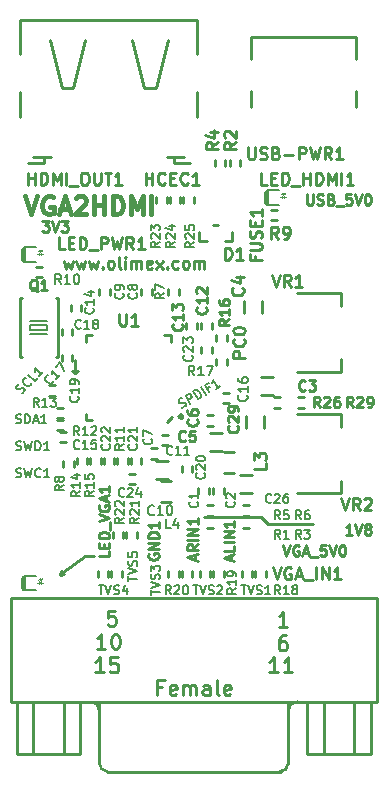
<source format=gbr>
%TF.GenerationSoftware,KiCad,Pcbnew,7.0.9-7.0.9~ubuntu22.04.1*%
%TF.CreationDate,2023-12-18T16:27:13+02:00*%
%TF.ProjectId,VGA2HDMI_Rev_C,56474132-4844-44d4-995f-5265765f432e,C*%
%TF.SameCoordinates,PX5f5e100PY7270e00*%
%TF.FileFunction,Legend,Top*%
%TF.FilePolarity,Positive*%
%FSLAX46Y46*%
G04 Gerber Fmt 4.6, Leading zero omitted, Abs format (unit mm)*
G04 Created by KiCad (PCBNEW 7.0.9-7.0.9~ubuntu22.04.1) date 2023-12-18 16:27:13*
%MOMM*%
%LPD*%
G01*
G04 APERTURE LIST*
%ADD10C,0.254000*%
%ADD11C,0.381000*%
%ADD12C,0.190500*%
%ADD13C,0.203200*%
%ADD14C,0.222250*%
%ADD15C,0.228600*%
%ADD16C,0.127000*%
%ADD17C,0.050000*%
%ADD18C,0.100000*%
G04 APERTURE END LIST*
D10*
X4267000Y11161000D02*
X4521000Y10907000D01*
X5156000Y28052000D02*
X5410000Y27861500D01*
X4140000Y10780000D02*
X4267000Y11161000D01*
X4394000Y11034000D02*
X6299000Y12431000D01*
X21793000Y15098000D02*
X25603000Y15098000D01*
X21158000Y15733000D02*
X21793000Y15098000D01*
X5410000Y27861500D02*
X5664000Y28052000D01*
X5410000Y27861500D02*
X5410000Y29004500D01*
X6299000Y12431000D02*
X7061000Y12431000D01*
X4521000Y10907000D02*
X4140000Y10780000D01*
X16332000Y15733000D02*
X21158000Y15733000D01*
X5664000Y28052000D02*
X5156000Y28052000D01*
D11*
X1237142Y42860781D02*
X1745142Y41336781D01*
X1745142Y41336781D02*
X2253142Y42860781D01*
X3559428Y42788210D02*
X3414286Y42860781D01*
X3414286Y42860781D02*
X3196571Y42860781D01*
X3196571Y42860781D02*
X2978857Y42788210D01*
X2978857Y42788210D02*
X2833714Y42643067D01*
X2833714Y42643067D02*
X2761143Y42497924D01*
X2761143Y42497924D02*
X2688571Y42207638D01*
X2688571Y42207638D02*
X2688571Y41989924D01*
X2688571Y41989924D02*
X2761143Y41699638D01*
X2761143Y41699638D02*
X2833714Y41554495D01*
X2833714Y41554495D02*
X2978857Y41409352D01*
X2978857Y41409352D02*
X3196571Y41336781D01*
X3196571Y41336781D02*
X3341714Y41336781D01*
X3341714Y41336781D02*
X3559428Y41409352D01*
X3559428Y41409352D02*
X3632000Y41481924D01*
X3632000Y41481924D02*
X3632000Y41989924D01*
X3632000Y41989924D02*
X3341714Y41989924D01*
X4212571Y41772210D02*
X4938286Y41772210D01*
X4067428Y41336781D02*
X4575428Y42860781D01*
X4575428Y42860781D02*
X5083428Y41336781D01*
X5518857Y42715638D02*
X5591429Y42788210D01*
X5591429Y42788210D02*
X5736572Y42860781D01*
X5736572Y42860781D02*
X6099429Y42860781D01*
X6099429Y42860781D02*
X6244572Y42788210D01*
X6244572Y42788210D02*
X6317143Y42715638D01*
X6317143Y42715638D02*
X6389714Y42570495D01*
X6389714Y42570495D02*
X6389714Y42425352D01*
X6389714Y42425352D02*
X6317143Y42207638D01*
X6317143Y42207638D02*
X5446286Y41336781D01*
X5446286Y41336781D02*
X6389714Y41336781D01*
X7042858Y41336781D02*
X7042858Y42860781D01*
X7042858Y42135067D02*
X7913715Y42135067D01*
X7913715Y41336781D02*
X7913715Y42860781D01*
X8639429Y41336781D02*
X8639429Y42860781D01*
X8639429Y42860781D02*
X9002286Y42860781D01*
X9002286Y42860781D02*
X9220000Y42788210D01*
X9220000Y42788210D02*
X9365143Y42643067D01*
X9365143Y42643067D02*
X9437714Y42497924D01*
X9437714Y42497924D02*
X9510286Y42207638D01*
X9510286Y42207638D02*
X9510286Y41989924D01*
X9510286Y41989924D02*
X9437714Y41699638D01*
X9437714Y41699638D02*
X9365143Y41554495D01*
X9365143Y41554495D02*
X9220000Y41409352D01*
X9220000Y41409352D02*
X9002286Y41336781D01*
X9002286Y41336781D02*
X8639429Y41336781D01*
X10163429Y41336781D02*
X10163429Y42860781D01*
X10163429Y42860781D02*
X10671429Y41772210D01*
X10671429Y41772210D02*
X11179429Y42860781D01*
X11179429Y42860781D02*
X11179429Y41336781D01*
X11905143Y41336781D02*
X11905143Y42860781D01*
D10*
X4490761Y37416521D02*
X4684285Y36739188D01*
X4684285Y36739188D02*
X4877809Y37222997D01*
X4877809Y37222997D02*
X5071333Y36739188D01*
X5071333Y36739188D02*
X5264857Y37416521D01*
X5555142Y37416521D02*
X5748666Y36739188D01*
X5748666Y36739188D02*
X5942190Y37222997D01*
X5942190Y37222997D02*
X6135714Y36739188D01*
X6135714Y36739188D02*
X6329238Y37416521D01*
X6619523Y37416521D02*
X6813047Y36739188D01*
X6813047Y36739188D02*
X7006571Y37222997D01*
X7006571Y37222997D02*
X7200095Y36739188D01*
X7200095Y36739188D02*
X7393619Y37416521D01*
X7780666Y36835949D02*
X7829047Y36787568D01*
X7829047Y36787568D02*
X7780666Y36739188D01*
X7780666Y36739188D02*
X7732285Y36787568D01*
X7732285Y36787568D02*
X7780666Y36835949D01*
X7780666Y36835949D02*
X7780666Y36739188D01*
X8409619Y36739188D02*
X8312857Y36787568D01*
X8312857Y36787568D02*
X8264476Y36835949D01*
X8264476Y36835949D02*
X8216095Y36932711D01*
X8216095Y36932711D02*
X8216095Y37222997D01*
X8216095Y37222997D02*
X8264476Y37319759D01*
X8264476Y37319759D02*
X8312857Y37368140D01*
X8312857Y37368140D02*
X8409619Y37416521D01*
X8409619Y37416521D02*
X8554762Y37416521D01*
X8554762Y37416521D02*
X8651524Y37368140D01*
X8651524Y37368140D02*
X8699905Y37319759D01*
X8699905Y37319759D02*
X8748286Y37222997D01*
X8748286Y37222997D02*
X8748286Y36932711D01*
X8748286Y36932711D02*
X8699905Y36835949D01*
X8699905Y36835949D02*
X8651524Y36787568D01*
X8651524Y36787568D02*
X8554762Y36739188D01*
X8554762Y36739188D02*
X8409619Y36739188D01*
X9328857Y36739188D02*
X9232095Y36787568D01*
X9232095Y36787568D02*
X9183714Y36884330D01*
X9183714Y36884330D02*
X9183714Y37755188D01*
X9715904Y36739188D02*
X9715904Y37416521D01*
X9715904Y37755188D02*
X9667523Y37706807D01*
X9667523Y37706807D02*
X9715904Y37658426D01*
X9715904Y37658426D02*
X9764285Y37706807D01*
X9764285Y37706807D02*
X9715904Y37755188D01*
X9715904Y37755188D02*
X9715904Y37658426D01*
X10199714Y36739188D02*
X10199714Y37416521D01*
X10199714Y37319759D02*
X10248095Y37368140D01*
X10248095Y37368140D02*
X10344857Y37416521D01*
X10344857Y37416521D02*
X10490000Y37416521D01*
X10490000Y37416521D02*
X10586762Y37368140D01*
X10586762Y37368140D02*
X10635143Y37271378D01*
X10635143Y37271378D02*
X10635143Y36739188D01*
X10635143Y37271378D02*
X10683524Y37368140D01*
X10683524Y37368140D02*
X10780286Y37416521D01*
X10780286Y37416521D02*
X10925429Y37416521D01*
X10925429Y37416521D02*
X11022190Y37368140D01*
X11022190Y37368140D02*
X11070571Y37271378D01*
X11070571Y37271378D02*
X11070571Y36739188D01*
X11941429Y36787568D02*
X11844667Y36739188D01*
X11844667Y36739188D02*
X11651143Y36739188D01*
X11651143Y36739188D02*
X11554381Y36787568D01*
X11554381Y36787568D02*
X11506000Y36884330D01*
X11506000Y36884330D02*
X11506000Y37271378D01*
X11506000Y37271378D02*
X11554381Y37368140D01*
X11554381Y37368140D02*
X11651143Y37416521D01*
X11651143Y37416521D02*
X11844667Y37416521D01*
X11844667Y37416521D02*
X11941429Y37368140D01*
X11941429Y37368140D02*
X11989810Y37271378D01*
X11989810Y37271378D02*
X11989810Y37174616D01*
X11989810Y37174616D02*
X11506000Y37077854D01*
X12328476Y36739188D02*
X12860667Y37416521D01*
X12328476Y37416521D02*
X12860667Y36739188D01*
X13247714Y36835949D02*
X13296095Y36787568D01*
X13296095Y36787568D02*
X13247714Y36739188D01*
X13247714Y36739188D02*
X13199333Y36787568D01*
X13199333Y36787568D02*
X13247714Y36835949D01*
X13247714Y36835949D02*
X13247714Y36739188D01*
X14166953Y36787568D02*
X14070191Y36739188D01*
X14070191Y36739188D02*
X13876667Y36739188D01*
X13876667Y36739188D02*
X13779905Y36787568D01*
X13779905Y36787568D02*
X13731524Y36835949D01*
X13731524Y36835949D02*
X13683143Y36932711D01*
X13683143Y36932711D02*
X13683143Y37222997D01*
X13683143Y37222997D02*
X13731524Y37319759D01*
X13731524Y37319759D02*
X13779905Y37368140D01*
X13779905Y37368140D02*
X13876667Y37416521D01*
X13876667Y37416521D02*
X14070191Y37416521D01*
X14070191Y37416521D02*
X14166953Y37368140D01*
X14747524Y36739188D02*
X14650762Y36787568D01*
X14650762Y36787568D02*
X14602381Y36835949D01*
X14602381Y36835949D02*
X14554000Y36932711D01*
X14554000Y36932711D02*
X14554000Y37222997D01*
X14554000Y37222997D02*
X14602381Y37319759D01*
X14602381Y37319759D02*
X14650762Y37368140D01*
X14650762Y37368140D02*
X14747524Y37416521D01*
X14747524Y37416521D02*
X14892667Y37416521D01*
X14892667Y37416521D02*
X14989429Y37368140D01*
X14989429Y37368140D02*
X15037810Y37319759D01*
X15037810Y37319759D02*
X15086191Y37222997D01*
X15086191Y37222997D02*
X15086191Y36932711D01*
X15086191Y36932711D02*
X15037810Y36835949D01*
X15037810Y36835949D02*
X14989429Y36787568D01*
X14989429Y36787568D02*
X14892667Y36739188D01*
X14892667Y36739188D02*
X14747524Y36739188D01*
X15521619Y36739188D02*
X15521619Y37416521D01*
X15521619Y37319759D02*
X15570000Y37368140D01*
X15570000Y37368140D02*
X15666762Y37416521D01*
X15666762Y37416521D02*
X15811905Y37416521D01*
X15811905Y37416521D02*
X15908667Y37368140D01*
X15908667Y37368140D02*
X15957048Y37271378D01*
X15957048Y37271378D02*
X15957048Y36739188D01*
X15957048Y37271378D02*
X16005429Y37368140D01*
X16005429Y37368140D02*
X16102191Y37416521D01*
X16102191Y37416521D02*
X16247334Y37416521D01*
X16247334Y37416521D02*
X16344095Y37368140D01*
X16344095Y37368140D02*
X16392476Y37271378D01*
X16392476Y37271378D02*
X16392476Y36739188D01*
X19074812Y47440668D02*
X18591003Y47102001D01*
X19074812Y46860096D02*
X18058812Y46860096D01*
X18058812Y46860096D02*
X18058812Y47247144D01*
X18058812Y47247144D02*
X18107193Y47343906D01*
X18107193Y47343906D02*
X18155574Y47392287D01*
X18155574Y47392287D02*
X18252336Y47440668D01*
X18252336Y47440668D02*
X18397479Y47440668D01*
X18397479Y47440668D02*
X18494241Y47392287D01*
X18494241Y47392287D02*
X18542622Y47343906D01*
X18542622Y47343906D02*
X18591003Y47247144D01*
X18591003Y47247144D02*
X18591003Y46860096D01*
X18155574Y47827715D02*
X18107193Y47876096D01*
X18107193Y47876096D02*
X18058812Y47972858D01*
X18058812Y47972858D02*
X18058812Y48214763D01*
X18058812Y48214763D02*
X18107193Y48311525D01*
X18107193Y48311525D02*
X18155574Y48359906D01*
X18155574Y48359906D02*
X18252336Y48408287D01*
X18252336Y48408287D02*
X18349098Y48408287D01*
X18349098Y48408287D02*
X18494241Y48359906D01*
X18494241Y48359906D02*
X19074812Y47779334D01*
X19074812Y47779334D02*
X19074812Y48408287D01*
X17550812Y47440668D02*
X17067003Y47102001D01*
X17550812Y46860096D02*
X16534812Y46860096D01*
X16534812Y46860096D02*
X16534812Y47247144D01*
X16534812Y47247144D02*
X16583193Y47343906D01*
X16583193Y47343906D02*
X16631574Y47392287D01*
X16631574Y47392287D02*
X16728336Y47440668D01*
X16728336Y47440668D02*
X16873479Y47440668D01*
X16873479Y47440668D02*
X16970241Y47392287D01*
X16970241Y47392287D02*
X17018622Y47343906D01*
X17018622Y47343906D02*
X17067003Y47247144D01*
X17067003Y47247144D02*
X17067003Y46860096D01*
X16873479Y48311525D02*
X17550812Y48311525D01*
X16486432Y48069620D02*
X17212146Y47827715D01*
X17212146Y47827715D02*
X17212146Y48456668D01*
X1466952Y43851188D02*
X1466952Y44867188D01*
X1466952Y44383378D02*
X2047524Y44383378D01*
X2047524Y43851188D02*
X2047524Y44867188D01*
X2531333Y43851188D02*
X2531333Y44867188D01*
X2531333Y44867188D02*
X2773238Y44867188D01*
X2773238Y44867188D02*
X2918381Y44818807D01*
X2918381Y44818807D02*
X3015143Y44722045D01*
X3015143Y44722045D02*
X3063524Y44625283D01*
X3063524Y44625283D02*
X3111905Y44431759D01*
X3111905Y44431759D02*
X3111905Y44286616D01*
X3111905Y44286616D02*
X3063524Y44093092D01*
X3063524Y44093092D02*
X3015143Y43996330D01*
X3015143Y43996330D02*
X2918381Y43899568D01*
X2918381Y43899568D02*
X2773238Y43851188D01*
X2773238Y43851188D02*
X2531333Y43851188D01*
X3547333Y43851188D02*
X3547333Y44867188D01*
X3547333Y44867188D02*
X3886000Y44141473D01*
X3886000Y44141473D02*
X4224667Y44867188D01*
X4224667Y44867188D02*
X4224667Y43851188D01*
X4708476Y43851188D02*
X4708476Y44867188D01*
X4950382Y43754426D02*
X5724477Y43754426D01*
X6159905Y44867188D02*
X6353429Y44867188D01*
X6353429Y44867188D02*
X6450191Y44818807D01*
X6450191Y44818807D02*
X6546953Y44722045D01*
X6546953Y44722045D02*
X6595334Y44528521D01*
X6595334Y44528521D02*
X6595334Y44189854D01*
X6595334Y44189854D02*
X6546953Y43996330D01*
X6546953Y43996330D02*
X6450191Y43899568D01*
X6450191Y43899568D02*
X6353429Y43851188D01*
X6353429Y43851188D02*
X6159905Y43851188D01*
X6159905Y43851188D02*
X6063143Y43899568D01*
X6063143Y43899568D02*
X5966381Y43996330D01*
X5966381Y43996330D02*
X5918000Y44189854D01*
X5918000Y44189854D02*
X5918000Y44528521D01*
X5918000Y44528521D02*
X5966381Y44722045D01*
X5966381Y44722045D02*
X6063143Y44818807D01*
X6063143Y44818807D02*
X6159905Y44867188D01*
X7030762Y44867188D02*
X7030762Y44044711D01*
X7030762Y44044711D02*
X7079143Y43947949D01*
X7079143Y43947949D02*
X7127524Y43899568D01*
X7127524Y43899568D02*
X7224286Y43851188D01*
X7224286Y43851188D02*
X7417810Y43851188D01*
X7417810Y43851188D02*
X7514572Y43899568D01*
X7514572Y43899568D02*
X7562953Y43947949D01*
X7562953Y43947949D02*
X7611334Y44044711D01*
X7611334Y44044711D02*
X7611334Y44867188D01*
X7950000Y44867188D02*
X8530572Y44867188D01*
X8240286Y43851188D02*
X8240286Y44867188D01*
X9401429Y43851188D02*
X8820857Y43851188D01*
X9111143Y43851188D02*
X9111143Y44867188D01*
X9111143Y44867188D02*
X9014381Y44722045D01*
X9014381Y44722045D02*
X8917619Y44625283D01*
X8917619Y44625283D02*
X8820857Y44576902D01*
X20087571Y47026188D02*
X20087571Y46203711D01*
X20087571Y46203711D02*
X20135952Y46106949D01*
X20135952Y46106949D02*
X20184333Y46058568D01*
X20184333Y46058568D02*
X20281095Y46010188D01*
X20281095Y46010188D02*
X20474619Y46010188D01*
X20474619Y46010188D02*
X20571381Y46058568D01*
X20571381Y46058568D02*
X20619762Y46106949D01*
X20619762Y46106949D02*
X20668143Y46203711D01*
X20668143Y46203711D02*
X20668143Y47026188D01*
X21103571Y46058568D02*
X21248714Y46010188D01*
X21248714Y46010188D02*
X21490619Y46010188D01*
X21490619Y46010188D02*
X21587381Y46058568D01*
X21587381Y46058568D02*
X21635762Y46106949D01*
X21635762Y46106949D02*
X21684143Y46203711D01*
X21684143Y46203711D02*
X21684143Y46300473D01*
X21684143Y46300473D02*
X21635762Y46397235D01*
X21635762Y46397235D02*
X21587381Y46445616D01*
X21587381Y46445616D02*
X21490619Y46493997D01*
X21490619Y46493997D02*
X21297095Y46542378D01*
X21297095Y46542378D02*
X21200333Y46590759D01*
X21200333Y46590759D02*
X21151952Y46639140D01*
X21151952Y46639140D02*
X21103571Y46735902D01*
X21103571Y46735902D02*
X21103571Y46832664D01*
X21103571Y46832664D02*
X21151952Y46929426D01*
X21151952Y46929426D02*
X21200333Y46977807D01*
X21200333Y46977807D02*
X21297095Y47026188D01*
X21297095Y47026188D02*
X21539000Y47026188D01*
X21539000Y47026188D02*
X21684143Y46977807D01*
X22458238Y46542378D02*
X22603381Y46493997D01*
X22603381Y46493997D02*
X22651762Y46445616D01*
X22651762Y46445616D02*
X22700143Y46348854D01*
X22700143Y46348854D02*
X22700143Y46203711D01*
X22700143Y46203711D02*
X22651762Y46106949D01*
X22651762Y46106949D02*
X22603381Y46058568D01*
X22603381Y46058568D02*
X22506619Y46010188D01*
X22506619Y46010188D02*
X22119571Y46010188D01*
X22119571Y46010188D02*
X22119571Y47026188D01*
X22119571Y47026188D02*
X22458238Y47026188D01*
X22458238Y47026188D02*
X22555000Y46977807D01*
X22555000Y46977807D02*
X22603381Y46929426D01*
X22603381Y46929426D02*
X22651762Y46832664D01*
X22651762Y46832664D02*
X22651762Y46735902D01*
X22651762Y46735902D02*
X22603381Y46639140D01*
X22603381Y46639140D02*
X22555000Y46590759D01*
X22555000Y46590759D02*
X22458238Y46542378D01*
X22458238Y46542378D02*
X22119571Y46542378D01*
X23135571Y46397235D02*
X23909667Y46397235D01*
X24393476Y46010188D02*
X24393476Y47026188D01*
X24393476Y47026188D02*
X24780524Y47026188D01*
X24780524Y47026188D02*
X24877286Y46977807D01*
X24877286Y46977807D02*
X24925667Y46929426D01*
X24925667Y46929426D02*
X24974048Y46832664D01*
X24974048Y46832664D02*
X24974048Y46687521D01*
X24974048Y46687521D02*
X24925667Y46590759D01*
X24925667Y46590759D02*
X24877286Y46542378D01*
X24877286Y46542378D02*
X24780524Y46493997D01*
X24780524Y46493997D02*
X24393476Y46493997D01*
X25312714Y47026188D02*
X25554619Y46010188D01*
X25554619Y46010188D02*
X25748143Y46735902D01*
X25748143Y46735902D02*
X25941667Y46010188D01*
X25941667Y46010188D02*
X26183572Y47026188D01*
X27151191Y46010188D02*
X26812524Y46493997D01*
X26570619Y46010188D02*
X26570619Y47026188D01*
X26570619Y47026188D02*
X26957667Y47026188D01*
X26957667Y47026188D02*
X27054429Y46977807D01*
X27054429Y46977807D02*
X27102810Y46929426D01*
X27102810Y46929426D02*
X27151191Y46832664D01*
X27151191Y46832664D02*
X27151191Y46687521D01*
X27151191Y46687521D02*
X27102810Y46590759D01*
X27102810Y46590759D02*
X27054429Y46542378D01*
X27054429Y46542378D02*
X26957667Y46493997D01*
X26957667Y46493997D02*
X26570619Y46493997D01*
X28118810Y46010188D02*
X27538238Y46010188D01*
X27828524Y46010188D02*
X27828524Y47026188D01*
X27828524Y47026188D02*
X27731762Y46881045D01*
X27731762Y46881045D02*
X27635000Y46784283D01*
X27635000Y46784283D02*
X27538238Y46735902D01*
X11415285Y43851188D02*
X11415285Y44867188D01*
X11415285Y44383378D02*
X11995857Y44383378D01*
X11995857Y43851188D02*
X11995857Y44867188D01*
X13060238Y43947949D02*
X13011857Y43899568D01*
X13011857Y43899568D02*
X12866714Y43851188D01*
X12866714Y43851188D02*
X12769952Y43851188D01*
X12769952Y43851188D02*
X12624809Y43899568D01*
X12624809Y43899568D02*
X12528047Y43996330D01*
X12528047Y43996330D02*
X12479666Y44093092D01*
X12479666Y44093092D02*
X12431285Y44286616D01*
X12431285Y44286616D02*
X12431285Y44431759D01*
X12431285Y44431759D02*
X12479666Y44625283D01*
X12479666Y44625283D02*
X12528047Y44722045D01*
X12528047Y44722045D02*
X12624809Y44818807D01*
X12624809Y44818807D02*
X12769952Y44867188D01*
X12769952Y44867188D02*
X12866714Y44867188D01*
X12866714Y44867188D02*
X13011857Y44818807D01*
X13011857Y44818807D02*
X13060238Y44770426D01*
X13495666Y44383378D02*
X13834333Y44383378D01*
X13979476Y43851188D02*
X13495666Y43851188D01*
X13495666Y43851188D02*
X13495666Y44867188D01*
X13495666Y44867188D02*
X13979476Y44867188D01*
X14995476Y43947949D02*
X14947095Y43899568D01*
X14947095Y43899568D02*
X14801952Y43851188D01*
X14801952Y43851188D02*
X14705190Y43851188D01*
X14705190Y43851188D02*
X14560047Y43899568D01*
X14560047Y43899568D02*
X14463285Y43996330D01*
X14463285Y43996330D02*
X14414904Y44093092D01*
X14414904Y44093092D02*
X14366523Y44286616D01*
X14366523Y44286616D02*
X14366523Y44431759D01*
X14366523Y44431759D02*
X14414904Y44625283D01*
X14414904Y44625283D02*
X14463285Y44722045D01*
X14463285Y44722045D02*
X14560047Y44818807D01*
X14560047Y44818807D02*
X14705190Y44867188D01*
X14705190Y44867188D02*
X14801952Y44867188D01*
X14801952Y44867188D02*
X14947095Y44818807D01*
X14947095Y44818807D02*
X14995476Y44770426D01*
X15963095Y43851188D02*
X15382523Y43851188D01*
X15672809Y43851188D02*
X15672809Y44867188D01*
X15672809Y44867188D02*
X15576047Y44722045D01*
X15576047Y44722045D02*
X15479285Y44625283D01*
X15479285Y44625283D02*
X15382523Y44576902D01*
D12*
X9562609Y21847144D02*
X9199752Y21593144D01*
X9562609Y21411715D02*
X8800609Y21411715D01*
X8800609Y21411715D02*
X8800609Y21702001D01*
X8800609Y21702001D02*
X8836895Y21774572D01*
X8836895Y21774572D02*
X8873181Y21810858D01*
X8873181Y21810858D02*
X8945752Y21847144D01*
X8945752Y21847144D02*
X9054609Y21847144D01*
X9054609Y21847144D02*
X9127181Y21810858D01*
X9127181Y21810858D02*
X9163466Y21774572D01*
X9163466Y21774572D02*
X9199752Y21702001D01*
X9199752Y21702001D02*
X9199752Y21411715D01*
X9562609Y22572858D02*
X9562609Y22137429D01*
X9562609Y22355144D02*
X8800609Y22355144D01*
X8800609Y22355144D02*
X8909466Y22282572D01*
X8909466Y22282572D02*
X8982038Y22210001D01*
X8982038Y22210001D02*
X9018324Y22137429D01*
X9562609Y23298572D02*
X9562609Y22863143D01*
X9562609Y23080858D02*
X8800609Y23080858D01*
X8800609Y23080858D02*
X8909466Y23008286D01*
X8909466Y23008286D02*
X8982038Y22935715D01*
X8982038Y22935715D02*
X9018324Y22863143D01*
D13*
X15555485Y27686551D02*
X15284552Y28073598D01*
X15091028Y27686551D02*
X15091028Y28499351D01*
X15091028Y28499351D02*
X15400666Y28499351D01*
X15400666Y28499351D02*
X15478076Y28460646D01*
X15478076Y28460646D02*
X15516781Y28421941D01*
X15516781Y28421941D02*
X15555485Y28344532D01*
X15555485Y28344532D02*
X15555485Y28228417D01*
X15555485Y28228417D02*
X15516781Y28151008D01*
X15516781Y28151008D02*
X15478076Y28112303D01*
X15478076Y28112303D02*
X15400666Y28073598D01*
X15400666Y28073598D02*
X15091028Y28073598D01*
X16329581Y27686551D02*
X15865124Y27686551D01*
X16097352Y27686551D02*
X16097352Y28499351D01*
X16097352Y28499351D02*
X16019943Y28383236D01*
X16019943Y28383236D02*
X15942533Y28305827D01*
X15942533Y28305827D02*
X15865124Y28267122D01*
X16600514Y28499351D02*
X17142380Y28499351D01*
X17142380Y28499351D02*
X16794038Y27686551D01*
X13529533Y14732551D02*
X13142485Y14732551D01*
X13142485Y14732551D02*
X13142485Y15545351D01*
X14148809Y15274417D02*
X14148809Y14732551D01*
X13955285Y15584055D02*
X13761762Y15003484D01*
X13761762Y15003484D02*
X14264923Y15003484D01*
D12*
X5936143Y31718962D02*
X5899857Y31682676D01*
X5899857Y31682676D02*
X5791000Y31646391D01*
X5791000Y31646391D02*
X5718428Y31646391D01*
X5718428Y31646391D02*
X5609571Y31682676D01*
X5609571Y31682676D02*
X5537000Y31755248D01*
X5537000Y31755248D02*
X5500714Y31827819D01*
X5500714Y31827819D02*
X5464428Y31972962D01*
X5464428Y31972962D02*
X5464428Y32081819D01*
X5464428Y32081819D02*
X5500714Y32226962D01*
X5500714Y32226962D02*
X5537000Y32299534D01*
X5537000Y32299534D02*
X5609571Y32372105D01*
X5609571Y32372105D02*
X5718428Y32408391D01*
X5718428Y32408391D02*
X5791000Y32408391D01*
X5791000Y32408391D02*
X5899857Y32372105D01*
X5899857Y32372105D02*
X5936143Y32335819D01*
X6661857Y31646391D02*
X6226428Y31646391D01*
X6444143Y31646391D02*
X6444143Y32408391D01*
X6444143Y32408391D02*
X6371571Y32299534D01*
X6371571Y32299534D02*
X6299000Y32226962D01*
X6299000Y32226962D02*
X6226428Y32190676D01*
X7097285Y32081819D02*
X7024714Y32118105D01*
X7024714Y32118105D02*
X6988428Y32154391D01*
X6988428Y32154391D02*
X6952142Y32226962D01*
X6952142Y32226962D02*
X6952142Y32263248D01*
X6952142Y32263248D02*
X6988428Y32335819D01*
X6988428Y32335819D02*
X7024714Y32372105D01*
X7024714Y32372105D02*
X7097285Y32408391D01*
X7097285Y32408391D02*
X7242428Y32408391D01*
X7242428Y32408391D02*
X7315000Y32372105D01*
X7315000Y32372105D02*
X7351285Y32335819D01*
X7351285Y32335819D02*
X7387571Y32263248D01*
X7387571Y32263248D02*
X7387571Y32226962D01*
X7387571Y32226962D02*
X7351285Y32154391D01*
X7351285Y32154391D02*
X7315000Y32118105D01*
X7315000Y32118105D02*
X7242428Y32081819D01*
X7242428Y32081819D02*
X7097285Y32081819D01*
X7097285Y32081819D02*
X7024714Y32045534D01*
X7024714Y32045534D02*
X6988428Y32009248D01*
X6988428Y32009248D02*
X6952142Y31936676D01*
X6952142Y31936676D02*
X6952142Y31791534D01*
X6952142Y31791534D02*
X6988428Y31718962D01*
X6988428Y31718962D02*
X7024714Y31682676D01*
X7024714Y31682676D02*
X7097285Y31646391D01*
X7097285Y31646391D02*
X7242428Y31646391D01*
X7242428Y31646391D02*
X7315000Y31682676D01*
X7315000Y31682676D02*
X7351285Y31718962D01*
X7351285Y31718962D02*
X7387571Y31791534D01*
X7387571Y31791534D02*
X7387571Y31936676D01*
X7387571Y31936676D02*
X7351285Y32009248D01*
X7351285Y32009248D02*
X7315000Y32045534D01*
X7315000Y32045534D02*
X7242428Y32081819D01*
X918578Y26175372D02*
X1021210Y26226687D01*
X1021210Y26226687D02*
X1149499Y26354977D01*
X1149499Y26354977D02*
X1175157Y26431950D01*
X1175157Y26431950D02*
X1175157Y26483266D01*
X1175157Y26483266D02*
X1149499Y26560240D01*
X1149499Y26560240D02*
X1098183Y26611556D01*
X1098183Y26611556D02*
X1021210Y26637213D01*
X1021210Y26637213D02*
X969894Y26637213D01*
X969894Y26637213D02*
X892920Y26611556D01*
X892920Y26611556D02*
X764631Y26534582D01*
X764631Y26534582D02*
X687657Y26508924D01*
X687657Y26508924D02*
X636342Y26508924D01*
X636342Y26508924D02*
X559368Y26534582D01*
X559368Y26534582D02*
X508052Y26585898D01*
X508052Y26585898D02*
X482394Y26662871D01*
X482394Y26662871D02*
X482394Y26714187D01*
X482394Y26714187D02*
X508052Y26791161D01*
X508052Y26791161D02*
X636342Y26919450D01*
X636342Y26919450D02*
X738973Y26970766D01*
X1739630Y27047739D02*
X1739630Y26996424D01*
X1739630Y26996424D02*
X1688314Y26893792D01*
X1688314Y26893792D02*
X1636999Y26842476D01*
X1636999Y26842476D02*
X1534367Y26791161D01*
X1534367Y26791161D02*
X1431736Y26791161D01*
X1431736Y26791161D02*
X1354762Y26816818D01*
X1354762Y26816818D02*
X1226473Y26893792D01*
X1226473Y26893792D02*
X1149499Y26970766D01*
X1149499Y26970766D02*
X1072525Y27099055D01*
X1072525Y27099055D02*
X1046867Y27176029D01*
X1046867Y27176029D02*
X1046867Y27278660D01*
X1046867Y27278660D02*
X1098183Y27381292D01*
X1098183Y27381292D02*
X1149499Y27432607D01*
X1149499Y27432607D02*
X1252130Y27483923D01*
X1252130Y27483923D02*
X1303446Y27483923D01*
X2278445Y27483923D02*
X2021867Y27227344D01*
X2021867Y27227344D02*
X1483051Y27766160D01*
X2740287Y27945765D02*
X2432393Y27637870D01*
X2586340Y27791818D02*
X2047524Y28330633D01*
X2047524Y28330633D02*
X2073182Y28202344D01*
X2073182Y28202344D02*
X2073182Y28099712D01*
X2073182Y28099712D02*
X2047524Y28022738D01*
X4482609Y18400001D02*
X4119752Y18146001D01*
X4482609Y17964572D02*
X3720609Y17964572D01*
X3720609Y17964572D02*
X3720609Y18254858D01*
X3720609Y18254858D02*
X3756895Y18327429D01*
X3756895Y18327429D02*
X3793181Y18363715D01*
X3793181Y18363715D02*
X3865752Y18400001D01*
X3865752Y18400001D02*
X3974609Y18400001D01*
X3974609Y18400001D02*
X4047181Y18363715D01*
X4047181Y18363715D02*
X4083466Y18327429D01*
X4083466Y18327429D02*
X4119752Y18254858D01*
X4119752Y18254858D02*
X4119752Y17964572D01*
X4047181Y18835429D02*
X4010895Y18762858D01*
X4010895Y18762858D02*
X3974609Y18726572D01*
X3974609Y18726572D02*
X3902038Y18690286D01*
X3902038Y18690286D02*
X3865752Y18690286D01*
X3865752Y18690286D02*
X3793181Y18726572D01*
X3793181Y18726572D02*
X3756895Y18762858D01*
X3756895Y18762858D02*
X3720609Y18835429D01*
X3720609Y18835429D02*
X3720609Y18980572D01*
X3720609Y18980572D02*
X3756895Y19053143D01*
X3756895Y19053143D02*
X3793181Y19089429D01*
X3793181Y19089429D02*
X3865752Y19125715D01*
X3865752Y19125715D02*
X3902038Y19125715D01*
X3902038Y19125715D02*
X3974609Y19089429D01*
X3974609Y19089429D02*
X4010895Y19053143D01*
X4010895Y19053143D02*
X4047181Y18980572D01*
X4047181Y18980572D02*
X4047181Y18835429D01*
X4047181Y18835429D02*
X4083466Y18762858D01*
X4083466Y18762858D02*
X4119752Y18726572D01*
X4119752Y18726572D02*
X4192324Y18690286D01*
X4192324Y18690286D02*
X4337466Y18690286D01*
X4337466Y18690286D02*
X4410038Y18726572D01*
X4410038Y18726572D02*
X4446324Y18762858D01*
X4446324Y18762858D02*
X4482609Y18835429D01*
X4482609Y18835429D02*
X4482609Y18980572D01*
X4482609Y18980572D02*
X4446324Y19053143D01*
X4446324Y19053143D02*
X4410038Y19089429D01*
X4410038Y19089429D02*
X4337466Y19125715D01*
X4337466Y19125715D02*
X4192324Y19125715D01*
X4192324Y19125715D02*
X4119752Y19089429D01*
X4119752Y19089429D02*
X4083466Y19053143D01*
X4083466Y19053143D02*
X4047181Y18980572D01*
X457000Y19109676D02*
X565858Y19073391D01*
X565858Y19073391D02*
X747286Y19073391D01*
X747286Y19073391D02*
X819858Y19109676D01*
X819858Y19109676D02*
X856143Y19145962D01*
X856143Y19145962D02*
X892429Y19218534D01*
X892429Y19218534D02*
X892429Y19291105D01*
X892429Y19291105D02*
X856143Y19363676D01*
X856143Y19363676D02*
X819858Y19399962D01*
X819858Y19399962D02*
X747286Y19436248D01*
X747286Y19436248D02*
X602143Y19472534D01*
X602143Y19472534D02*
X529572Y19508819D01*
X529572Y19508819D02*
X493286Y19545105D01*
X493286Y19545105D02*
X457000Y19617676D01*
X457000Y19617676D02*
X457000Y19690248D01*
X457000Y19690248D02*
X493286Y19762819D01*
X493286Y19762819D02*
X529572Y19799105D01*
X529572Y19799105D02*
X602143Y19835391D01*
X602143Y19835391D02*
X783572Y19835391D01*
X783572Y19835391D02*
X892429Y19799105D01*
X1146429Y19835391D02*
X1327857Y19073391D01*
X1327857Y19073391D02*
X1473000Y19617676D01*
X1473000Y19617676D02*
X1618143Y19073391D01*
X1618143Y19073391D02*
X1799572Y19835391D01*
X2525286Y19145962D02*
X2489000Y19109676D01*
X2489000Y19109676D02*
X2380143Y19073391D01*
X2380143Y19073391D02*
X2307571Y19073391D01*
X2307571Y19073391D02*
X2198714Y19109676D01*
X2198714Y19109676D02*
X2126143Y19182248D01*
X2126143Y19182248D02*
X2089857Y19254819D01*
X2089857Y19254819D02*
X2053571Y19399962D01*
X2053571Y19399962D02*
X2053571Y19508819D01*
X2053571Y19508819D02*
X2089857Y19653962D01*
X2089857Y19653962D02*
X2126143Y19726534D01*
X2126143Y19726534D02*
X2198714Y19799105D01*
X2198714Y19799105D02*
X2307571Y19835391D01*
X2307571Y19835391D02*
X2380143Y19835391D01*
X2380143Y19835391D02*
X2489000Y19799105D01*
X2489000Y19799105D02*
X2525286Y19762819D01*
X3251000Y19073391D02*
X2815571Y19073391D01*
X3033286Y19073391D02*
X3033286Y19835391D01*
X3033286Y19835391D02*
X2960714Y19726534D01*
X2960714Y19726534D02*
X2888143Y19653962D01*
X2888143Y19653962D02*
X2815571Y19617676D01*
D14*
X23041833Y13301288D02*
X23338167Y12412288D01*
X23338167Y12412288D02*
X23634500Y13301288D01*
X24396500Y13258955D02*
X24311833Y13301288D01*
X24311833Y13301288D02*
X24184833Y13301288D01*
X24184833Y13301288D02*
X24057833Y13258955D01*
X24057833Y13258955D02*
X23973167Y13174288D01*
X23973167Y13174288D02*
X23930833Y13089621D01*
X23930833Y13089621D02*
X23888500Y12920288D01*
X23888500Y12920288D02*
X23888500Y12793288D01*
X23888500Y12793288D02*
X23930833Y12623955D01*
X23930833Y12623955D02*
X23973167Y12539288D01*
X23973167Y12539288D02*
X24057833Y12454621D01*
X24057833Y12454621D02*
X24184833Y12412288D01*
X24184833Y12412288D02*
X24269500Y12412288D01*
X24269500Y12412288D02*
X24396500Y12454621D01*
X24396500Y12454621D02*
X24438833Y12496955D01*
X24438833Y12496955D02*
X24438833Y12793288D01*
X24438833Y12793288D02*
X24269500Y12793288D01*
X24777500Y12666288D02*
X25200833Y12666288D01*
X24692833Y12412288D02*
X24989167Y13301288D01*
X24989167Y13301288D02*
X25285500Y12412288D01*
X25370167Y12327621D02*
X26047500Y12327621D01*
X26682500Y13301288D02*
X26259166Y13301288D01*
X26259166Y13301288D02*
X26216833Y12877955D01*
X26216833Y12877955D02*
X26259166Y12920288D01*
X26259166Y12920288D02*
X26343833Y12962621D01*
X26343833Y12962621D02*
X26555500Y12962621D01*
X26555500Y12962621D02*
X26640166Y12920288D01*
X26640166Y12920288D02*
X26682500Y12877955D01*
X26682500Y12877955D02*
X26724833Y12793288D01*
X26724833Y12793288D02*
X26724833Y12581621D01*
X26724833Y12581621D02*
X26682500Y12496955D01*
X26682500Y12496955D02*
X26640166Y12454621D01*
X26640166Y12454621D02*
X26555500Y12412288D01*
X26555500Y12412288D02*
X26343833Y12412288D01*
X26343833Y12412288D02*
X26259166Y12454621D01*
X26259166Y12454621D02*
X26216833Y12496955D01*
X26978833Y13301288D02*
X27275167Y12412288D01*
X27275167Y12412288D02*
X27571500Y13301288D01*
X28037167Y13301288D02*
X28121833Y13301288D01*
X28121833Y13301288D02*
X28206500Y13258955D01*
X28206500Y13258955D02*
X28248833Y13216621D01*
X28248833Y13216621D02*
X28291167Y13131955D01*
X28291167Y13131955D02*
X28333500Y12962621D01*
X28333500Y12962621D02*
X28333500Y12750955D01*
X28333500Y12750955D02*
X28291167Y12581621D01*
X28291167Y12581621D02*
X28248833Y12496955D01*
X28248833Y12496955D02*
X28206500Y12454621D01*
X28206500Y12454621D02*
X28121833Y12412288D01*
X28121833Y12412288D02*
X28037167Y12412288D01*
X28037167Y12412288D02*
X27952500Y12454621D01*
X27952500Y12454621D02*
X27910167Y12496955D01*
X27910167Y12496955D02*
X27867833Y12581621D01*
X27867833Y12581621D02*
X27825500Y12750955D01*
X27825500Y12750955D02*
X27825500Y12962621D01*
X27825500Y12962621D02*
X27867833Y13131955D01*
X27867833Y13131955D02*
X27910167Y13216621D01*
X27910167Y13216621D02*
X27952500Y13258955D01*
X27952500Y13258955D02*
X28037167Y13301288D01*
X28862666Y14190288D02*
X28354666Y14190288D01*
X28608666Y14190288D02*
X28608666Y15079288D01*
X28608666Y15079288D02*
X28523999Y14952288D01*
X28523999Y14952288D02*
X28439333Y14867621D01*
X28439333Y14867621D02*
X28354666Y14825288D01*
X29116666Y15079288D02*
X29413000Y14190288D01*
X29413000Y14190288D02*
X29709333Y15079288D01*
X30132666Y14698288D02*
X30048000Y14740621D01*
X30048000Y14740621D02*
X30005666Y14782955D01*
X30005666Y14782955D02*
X29963333Y14867621D01*
X29963333Y14867621D02*
X29963333Y14909955D01*
X29963333Y14909955D02*
X30005666Y14994621D01*
X30005666Y14994621D02*
X30048000Y15036955D01*
X30048000Y15036955D02*
X30132666Y15079288D01*
X30132666Y15079288D02*
X30302000Y15079288D01*
X30302000Y15079288D02*
X30386666Y15036955D01*
X30386666Y15036955D02*
X30429000Y14994621D01*
X30429000Y14994621D02*
X30471333Y14909955D01*
X30471333Y14909955D02*
X30471333Y14867621D01*
X30471333Y14867621D02*
X30429000Y14782955D01*
X30429000Y14782955D02*
X30386666Y14740621D01*
X30386666Y14740621D02*
X30302000Y14698288D01*
X30302000Y14698288D02*
X30132666Y14698288D01*
X30132666Y14698288D02*
X30048000Y14655955D01*
X30048000Y14655955D02*
X30005666Y14613621D01*
X30005666Y14613621D02*
X29963333Y14528955D01*
X29963333Y14528955D02*
X29963333Y14359621D01*
X29963333Y14359621D02*
X30005666Y14274955D01*
X30005666Y14274955D02*
X30048000Y14232621D01*
X30048000Y14232621D02*
X30132666Y14190288D01*
X30132666Y14190288D02*
X30302000Y14190288D01*
X30302000Y14190288D02*
X30386666Y14232621D01*
X30386666Y14232621D02*
X30429000Y14274955D01*
X30429000Y14274955D02*
X30471333Y14359621D01*
X30471333Y14359621D02*
X30471333Y14528955D01*
X30471333Y14528955D02*
X30429000Y14613621D01*
X30429000Y14613621D02*
X30386666Y14655955D01*
X30386666Y14655955D02*
X30302000Y14698288D01*
D12*
X10633038Y21847144D02*
X10669324Y21810858D01*
X10669324Y21810858D02*
X10705609Y21702001D01*
X10705609Y21702001D02*
X10705609Y21629429D01*
X10705609Y21629429D02*
X10669324Y21520572D01*
X10669324Y21520572D02*
X10596752Y21448001D01*
X10596752Y21448001D02*
X10524181Y21411715D01*
X10524181Y21411715D02*
X10379038Y21375429D01*
X10379038Y21375429D02*
X10270181Y21375429D01*
X10270181Y21375429D02*
X10125038Y21411715D01*
X10125038Y21411715D02*
X10052466Y21448001D01*
X10052466Y21448001D02*
X9979895Y21520572D01*
X9979895Y21520572D02*
X9943609Y21629429D01*
X9943609Y21629429D02*
X9943609Y21702001D01*
X9943609Y21702001D02*
X9979895Y21810858D01*
X9979895Y21810858D02*
X10016181Y21847144D01*
X10016181Y22137429D02*
X9979895Y22173715D01*
X9979895Y22173715D02*
X9943609Y22246286D01*
X9943609Y22246286D02*
X9943609Y22427715D01*
X9943609Y22427715D02*
X9979895Y22500286D01*
X9979895Y22500286D02*
X10016181Y22536572D01*
X10016181Y22536572D02*
X10088752Y22572858D01*
X10088752Y22572858D02*
X10161324Y22572858D01*
X10161324Y22572858D02*
X10270181Y22536572D01*
X10270181Y22536572D02*
X10705609Y22101144D01*
X10705609Y22101144D02*
X10705609Y22572858D01*
X10705609Y23298572D02*
X10705609Y22863143D01*
X10705609Y23080858D02*
X9943609Y23080858D01*
X9943609Y23080858D02*
X10052466Y23008286D01*
X10052466Y23008286D02*
X10125038Y22935715D01*
X10125038Y22935715D02*
X10161324Y22863143D01*
X438857Y23681676D02*
X547715Y23645391D01*
X547715Y23645391D02*
X729143Y23645391D01*
X729143Y23645391D02*
X801715Y23681676D01*
X801715Y23681676D02*
X838000Y23717962D01*
X838000Y23717962D02*
X874286Y23790534D01*
X874286Y23790534D02*
X874286Y23863105D01*
X874286Y23863105D02*
X838000Y23935676D01*
X838000Y23935676D02*
X801715Y23971962D01*
X801715Y23971962D02*
X729143Y24008248D01*
X729143Y24008248D02*
X584000Y24044534D01*
X584000Y24044534D02*
X511429Y24080819D01*
X511429Y24080819D02*
X475143Y24117105D01*
X475143Y24117105D02*
X438857Y24189676D01*
X438857Y24189676D02*
X438857Y24262248D01*
X438857Y24262248D02*
X475143Y24334819D01*
X475143Y24334819D02*
X511429Y24371105D01*
X511429Y24371105D02*
X584000Y24407391D01*
X584000Y24407391D02*
X765429Y24407391D01*
X765429Y24407391D02*
X874286Y24371105D01*
X1200857Y23645391D02*
X1200857Y24407391D01*
X1200857Y24407391D02*
X1382286Y24407391D01*
X1382286Y24407391D02*
X1491143Y24371105D01*
X1491143Y24371105D02*
X1563714Y24298534D01*
X1563714Y24298534D02*
X1600000Y24225962D01*
X1600000Y24225962D02*
X1636286Y24080819D01*
X1636286Y24080819D02*
X1636286Y23971962D01*
X1636286Y23971962D02*
X1600000Y23826819D01*
X1600000Y23826819D02*
X1563714Y23754248D01*
X1563714Y23754248D02*
X1491143Y23681676D01*
X1491143Y23681676D02*
X1382286Y23645391D01*
X1382286Y23645391D02*
X1200857Y23645391D01*
X1926571Y23863105D02*
X2289429Y23863105D01*
X1854000Y23645391D02*
X2108000Y24407391D01*
X2108000Y24407391D02*
X2362000Y23645391D01*
X3015143Y23645391D02*
X2579714Y23645391D01*
X2797429Y23645391D02*
X2797429Y24407391D01*
X2797429Y24407391D02*
X2724857Y24298534D01*
X2724857Y24298534D02*
X2652286Y24225962D01*
X2652286Y24225962D02*
X2579714Y24189676D01*
X12991609Y34656001D02*
X12628752Y34402001D01*
X12991609Y34220572D02*
X12229609Y34220572D01*
X12229609Y34220572D02*
X12229609Y34510858D01*
X12229609Y34510858D02*
X12265895Y34583429D01*
X12265895Y34583429D02*
X12302181Y34619715D01*
X12302181Y34619715D02*
X12374752Y34656001D01*
X12374752Y34656001D02*
X12483609Y34656001D01*
X12483609Y34656001D02*
X12556181Y34619715D01*
X12556181Y34619715D02*
X12592466Y34583429D01*
X12592466Y34583429D02*
X12628752Y34510858D01*
X12628752Y34510858D02*
X12628752Y34220572D01*
X12229609Y34910001D02*
X12229609Y35418001D01*
X12229609Y35418001D02*
X12991609Y35091429D01*
X9943609Y10272001D02*
X9943609Y10707429D01*
X10705609Y10489715D02*
X9943609Y10489715D01*
X9943609Y10852572D02*
X10705609Y11106572D01*
X10705609Y11106572D02*
X9943609Y11360572D01*
X10669324Y11578286D02*
X10705609Y11687143D01*
X10705609Y11687143D02*
X10705609Y11868572D01*
X10705609Y11868572D02*
X10669324Y11941143D01*
X10669324Y11941143D02*
X10633038Y11977429D01*
X10633038Y11977429D02*
X10560466Y12013715D01*
X10560466Y12013715D02*
X10487895Y12013715D01*
X10487895Y12013715D02*
X10415324Y11977429D01*
X10415324Y11977429D02*
X10379038Y11941143D01*
X10379038Y11941143D02*
X10342752Y11868572D01*
X10342752Y11868572D02*
X10306466Y11723429D01*
X10306466Y11723429D02*
X10270181Y11650858D01*
X10270181Y11650858D02*
X10233895Y11614572D01*
X10233895Y11614572D02*
X10161324Y11578286D01*
X10161324Y11578286D02*
X10088752Y11578286D01*
X10088752Y11578286D02*
X10016181Y11614572D01*
X10016181Y11614572D02*
X9979895Y11650858D01*
X9979895Y11650858D02*
X9943609Y11723429D01*
X9943609Y11723429D02*
X9943609Y11904858D01*
X9943609Y11904858D02*
X9979895Y12013715D01*
X9943609Y12703143D02*
X9943609Y12340286D01*
X9943609Y12340286D02*
X10306466Y12304000D01*
X10306466Y12304000D02*
X10270181Y12340286D01*
X10270181Y12340286D02*
X10233895Y12412857D01*
X10233895Y12412857D02*
X10233895Y12594286D01*
X10233895Y12594286D02*
X10270181Y12666857D01*
X10270181Y12666857D02*
X10306466Y12703143D01*
X10306466Y12703143D02*
X10379038Y12739429D01*
X10379038Y12739429D02*
X10560466Y12739429D01*
X10560466Y12739429D02*
X10633038Y12703143D01*
X10633038Y12703143D02*
X10669324Y12666857D01*
X10669324Y12666857D02*
X10705609Y12594286D01*
X10705609Y12594286D02*
X10705609Y12412857D01*
X10705609Y12412857D02*
X10669324Y12340286D01*
X10669324Y12340286D02*
X10633038Y12304000D01*
D10*
X19836812Y29207096D02*
X18820812Y29207096D01*
X18820812Y29207096D02*
X18820812Y29594144D01*
X18820812Y29594144D02*
X18869193Y29690906D01*
X18869193Y29690906D02*
X18917574Y29739287D01*
X18917574Y29739287D02*
X19014336Y29787668D01*
X19014336Y29787668D02*
X19159479Y29787668D01*
X19159479Y29787668D02*
X19256241Y29739287D01*
X19256241Y29739287D02*
X19304622Y29690906D01*
X19304622Y29690906D02*
X19353003Y29594144D01*
X19353003Y29594144D02*
X19353003Y29207096D01*
X19740051Y30803668D02*
X19788432Y30755287D01*
X19788432Y30755287D02*
X19836812Y30610144D01*
X19836812Y30610144D02*
X19836812Y30513382D01*
X19836812Y30513382D02*
X19788432Y30368239D01*
X19788432Y30368239D02*
X19691670Y30271477D01*
X19691670Y30271477D02*
X19594908Y30223096D01*
X19594908Y30223096D02*
X19401384Y30174715D01*
X19401384Y30174715D02*
X19256241Y30174715D01*
X19256241Y30174715D02*
X19062717Y30223096D01*
X19062717Y30223096D02*
X18965955Y30271477D01*
X18965955Y30271477D02*
X18869193Y30368239D01*
X18869193Y30368239D02*
X18820812Y30513382D01*
X18820812Y30513382D02*
X18820812Y30610144D01*
X18820812Y30610144D02*
X18869193Y30755287D01*
X18869193Y30755287D02*
X18917574Y30803668D01*
X18820812Y31432620D02*
X18820812Y31529382D01*
X18820812Y31529382D02*
X18869193Y31626144D01*
X18869193Y31626144D02*
X18917574Y31674525D01*
X18917574Y31674525D02*
X19014336Y31722906D01*
X19014336Y31722906D02*
X19207860Y31771287D01*
X19207860Y31771287D02*
X19449765Y31771287D01*
X19449765Y31771287D02*
X19643289Y31722906D01*
X19643289Y31722906D02*
X19740051Y31674525D01*
X19740051Y31674525D02*
X19788432Y31626144D01*
X19788432Y31626144D02*
X19836812Y31529382D01*
X19836812Y31529382D02*
X19836812Y31432620D01*
X19836812Y31432620D02*
X19788432Y31335858D01*
X19788432Y31335858D02*
X19740051Y31287477D01*
X19740051Y31287477D02*
X19643289Y31239096D01*
X19643289Y31239096D02*
X19449765Y31190715D01*
X19449765Y31190715D02*
X19207860Y31190715D01*
X19207860Y31190715D02*
X19014336Y31239096D01*
X19014336Y31239096D02*
X18917574Y31287477D01*
X18917574Y31287477D02*
X18869193Y31335858D01*
X18869193Y31335858D02*
X18820812Y31432620D01*
D12*
X5809143Y22629391D02*
X5555143Y22992248D01*
X5373714Y22629391D02*
X5373714Y23391391D01*
X5373714Y23391391D02*
X5664000Y23391391D01*
X5664000Y23391391D02*
X5736571Y23355105D01*
X5736571Y23355105D02*
X5772857Y23318819D01*
X5772857Y23318819D02*
X5809143Y23246248D01*
X5809143Y23246248D02*
X5809143Y23137391D01*
X5809143Y23137391D02*
X5772857Y23064819D01*
X5772857Y23064819D02*
X5736571Y23028534D01*
X5736571Y23028534D02*
X5664000Y22992248D01*
X5664000Y22992248D02*
X5373714Y22992248D01*
X6534857Y22629391D02*
X6099428Y22629391D01*
X6317143Y22629391D02*
X6317143Y23391391D01*
X6317143Y23391391D02*
X6244571Y23282534D01*
X6244571Y23282534D02*
X6172000Y23209962D01*
X6172000Y23209962D02*
X6099428Y23173676D01*
X6825142Y23318819D02*
X6861428Y23355105D01*
X6861428Y23355105D02*
X6934000Y23391391D01*
X6934000Y23391391D02*
X7115428Y23391391D01*
X7115428Y23391391D02*
X7188000Y23355105D01*
X7188000Y23355105D02*
X7224285Y23318819D01*
X7224285Y23318819D02*
X7260571Y23246248D01*
X7260571Y23246248D02*
X7260571Y23173676D01*
X7260571Y23173676D02*
X7224285Y23064819D01*
X7224285Y23064819D02*
X6788857Y22629391D01*
X6788857Y22629391D02*
X7260571Y22629391D01*
D14*
X15588712Y12071168D02*
X15588712Y12494501D01*
X15842712Y11986501D02*
X14953712Y12282834D01*
X14953712Y12282834D02*
X15842712Y12579168D01*
X15842712Y13383501D02*
X15419379Y13087168D01*
X15842712Y12875501D02*
X14953712Y12875501D01*
X14953712Y12875501D02*
X14953712Y13214168D01*
X14953712Y13214168D02*
X14996045Y13298834D01*
X14996045Y13298834D02*
X15038379Y13341168D01*
X15038379Y13341168D02*
X15123045Y13383501D01*
X15123045Y13383501D02*
X15250045Y13383501D01*
X15250045Y13383501D02*
X15334712Y13341168D01*
X15334712Y13341168D02*
X15377045Y13298834D01*
X15377045Y13298834D02*
X15419379Y13214168D01*
X15419379Y13214168D02*
X15419379Y12875501D01*
X15842712Y13764501D02*
X14953712Y13764501D01*
X15842712Y14187834D02*
X14953712Y14187834D01*
X14953712Y14187834D02*
X15842712Y14695834D01*
X15842712Y14695834D02*
X14953712Y14695834D01*
X15842712Y15584834D02*
X15842712Y15076834D01*
X15842712Y15330834D02*
X14953712Y15330834D01*
X14953712Y15330834D02*
X15080712Y15246167D01*
X15080712Y15246167D02*
X15165379Y15161500D01*
X15165379Y15161500D02*
X15207712Y15076834D01*
D10*
X21614812Y20262668D02*
X21614812Y19778858D01*
X21614812Y19778858D02*
X20598812Y19778858D01*
X20598812Y20504572D02*
X20598812Y21133525D01*
X20598812Y21133525D02*
X20985860Y20794858D01*
X20985860Y20794858D02*
X20985860Y20940001D01*
X20985860Y20940001D02*
X21034241Y21036763D01*
X21034241Y21036763D02*
X21082622Y21085144D01*
X21082622Y21085144D02*
X21179384Y21133525D01*
X21179384Y21133525D02*
X21421289Y21133525D01*
X21421289Y21133525D02*
X21518051Y21085144D01*
X21518051Y21085144D02*
X21566432Y21036763D01*
X21566432Y21036763D02*
X21614812Y20940001D01*
X21614812Y20940001D02*
X21614812Y20649715D01*
X21614812Y20649715D02*
X21566432Y20552953D01*
X21566432Y20552953D02*
X21518051Y20504572D01*
D14*
X14786833Y22199755D02*
X14744500Y22157421D01*
X14744500Y22157421D02*
X14617500Y22115088D01*
X14617500Y22115088D02*
X14532833Y22115088D01*
X14532833Y22115088D02*
X14405833Y22157421D01*
X14405833Y22157421D02*
X14321167Y22242088D01*
X14321167Y22242088D02*
X14278833Y22326755D01*
X14278833Y22326755D02*
X14236500Y22496088D01*
X14236500Y22496088D02*
X14236500Y22623088D01*
X14236500Y22623088D02*
X14278833Y22792421D01*
X14278833Y22792421D02*
X14321167Y22877088D01*
X14321167Y22877088D02*
X14405833Y22961755D01*
X14405833Y22961755D02*
X14532833Y23004088D01*
X14532833Y23004088D02*
X14617500Y23004088D01*
X14617500Y23004088D02*
X14744500Y22961755D01*
X14744500Y22961755D02*
X14786833Y22919421D01*
X15591167Y23004088D02*
X15167833Y23004088D01*
X15167833Y23004088D02*
X15125500Y22580755D01*
X15125500Y22580755D02*
X15167833Y22623088D01*
X15167833Y22623088D02*
X15252500Y22665421D01*
X15252500Y22665421D02*
X15464167Y22665421D01*
X15464167Y22665421D02*
X15548833Y22623088D01*
X15548833Y22623088D02*
X15591167Y22580755D01*
X15591167Y22580755D02*
X15633500Y22496088D01*
X15633500Y22496088D02*
X15633500Y22284421D01*
X15633500Y22284421D02*
X15591167Y22199755D01*
X15591167Y22199755D02*
X15548833Y22157421D01*
X15548833Y22157421D02*
X15464167Y22115088D01*
X15464167Y22115088D02*
X15252500Y22115088D01*
X15252500Y22115088D02*
X15167833Y22157421D01*
X15167833Y22157421D02*
X15125500Y22199755D01*
D10*
X27955523Y17308188D02*
X28294190Y16292188D01*
X28294190Y16292188D02*
X28632857Y17308188D01*
X29552095Y16292188D02*
X29213428Y16775997D01*
X28971523Y16292188D02*
X28971523Y17308188D01*
X28971523Y17308188D02*
X29358571Y17308188D01*
X29358571Y17308188D02*
X29455333Y17259807D01*
X29455333Y17259807D02*
X29503714Y17211426D01*
X29503714Y17211426D02*
X29552095Y17114664D01*
X29552095Y17114664D02*
X29552095Y16969521D01*
X29552095Y16969521D02*
X29503714Y16872759D01*
X29503714Y16872759D02*
X29455333Y16824378D01*
X29455333Y16824378D02*
X29358571Y16775997D01*
X29358571Y16775997D02*
X28971523Y16775997D01*
X29939142Y17211426D02*
X29987523Y17259807D01*
X29987523Y17259807D02*
X30084285Y17308188D01*
X30084285Y17308188D02*
X30326190Y17308188D01*
X30326190Y17308188D02*
X30422952Y17259807D01*
X30422952Y17259807D02*
X30471333Y17211426D01*
X30471333Y17211426D02*
X30519714Y17114664D01*
X30519714Y17114664D02*
X30519714Y17017902D01*
X30519714Y17017902D02*
X30471333Y16872759D01*
X30471333Y16872759D02*
X29890761Y16292188D01*
X29890761Y16292188D02*
X30519714Y16292188D01*
D12*
X19087609Y9655144D02*
X18724752Y9401144D01*
X19087609Y9219715D02*
X18325609Y9219715D01*
X18325609Y9219715D02*
X18325609Y9510001D01*
X18325609Y9510001D02*
X18361895Y9582572D01*
X18361895Y9582572D02*
X18398181Y9618858D01*
X18398181Y9618858D02*
X18470752Y9655144D01*
X18470752Y9655144D02*
X18579609Y9655144D01*
X18579609Y9655144D02*
X18652181Y9618858D01*
X18652181Y9618858D02*
X18688466Y9582572D01*
X18688466Y9582572D02*
X18724752Y9510001D01*
X18724752Y9510001D02*
X18724752Y9219715D01*
X19087609Y10380858D02*
X19087609Y9945429D01*
X19087609Y10163144D02*
X18325609Y10163144D01*
X18325609Y10163144D02*
X18434466Y10090572D01*
X18434466Y10090572D02*
X18507038Y10018001D01*
X18507038Y10018001D02*
X18543324Y9945429D01*
X19087609Y10743715D02*
X19087609Y10888858D01*
X19087609Y10888858D02*
X19051324Y10961429D01*
X19051324Y10961429D02*
X19015038Y10997715D01*
X19015038Y10997715D02*
X18906181Y11070286D01*
X18906181Y11070286D02*
X18761038Y11106572D01*
X18761038Y11106572D02*
X18470752Y11106572D01*
X18470752Y11106572D02*
X18398181Y11070286D01*
X18398181Y11070286D02*
X18361895Y11034000D01*
X18361895Y11034000D02*
X18325609Y10961429D01*
X18325609Y10961429D02*
X18325609Y10816286D01*
X18325609Y10816286D02*
X18361895Y10743715D01*
X18361895Y10743715D02*
X18398181Y10707429D01*
X18398181Y10707429D02*
X18470752Y10671143D01*
X18470752Y10671143D02*
X18652181Y10671143D01*
X18652181Y10671143D02*
X18724752Y10707429D01*
X18724752Y10707429D02*
X18761038Y10743715D01*
X18761038Y10743715D02*
X18797324Y10816286D01*
X18797324Y10816286D02*
X18797324Y10961429D01*
X18797324Y10961429D02*
X18761038Y11034000D01*
X18761038Y11034000D02*
X18724752Y11070286D01*
X18724752Y11070286D02*
X18652181Y11106572D01*
X2380143Y25042391D02*
X2126143Y25405248D01*
X1944714Y25042391D02*
X1944714Y25804391D01*
X1944714Y25804391D02*
X2235000Y25804391D01*
X2235000Y25804391D02*
X2307571Y25768105D01*
X2307571Y25768105D02*
X2343857Y25731819D01*
X2343857Y25731819D02*
X2380143Y25659248D01*
X2380143Y25659248D02*
X2380143Y25550391D01*
X2380143Y25550391D02*
X2343857Y25477819D01*
X2343857Y25477819D02*
X2307571Y25441534D01*
X2307571Y25441534D02*
X2235000Y25405248D01*
X2235000Y25405248D02*
X1944714Y25405248D01*
X3105857Y25042391D02*
X2670428Y25042391D01*
X2888143Y25042391D02*
X2888143Y25804391D01*
X2888143Y25804391D02*
X2815571Y25695534D01*
X2815571Y25695534D02*
X2743000Y25622962D01*
X2743000Y25622962D02*
X2670428Y25586676D01*
X3359857Y25804391D02*
X3831571Y25804391D01*
X3831571Y25804391D02*
X3577571Y25514105D01*
X3577571Y25514105D02*
X3686428Y25514105D01*
X3686428Y25514105D02*
X3759000Y25477819D01*
X3759000Y25477819D02*
X3795285Y25441534D01*
X3795285Y25441534D02*
X3831571Y25368962D01*
X3831571Y25368962D02*
X3831571Y25187534D01*
X3831571Y25187534D02*
X3795285Y25114962D01*
X3795285Y25114962D02*
X3759000Y25078676D01*
X3759000Y25078676D02*
X3686428Y25042391D01*
X3686428Y25042391D02*
X3468714Y25042391D01*
X3468714Y25042391D02*
X3396142Y25078676D01*
X3396142Y25078676D02*
X3359857Y25114962D01*
D10*
X18122095Y37501188D02*
X18122095Y38517188D01*
X18122095Y38517188D02*
X18364000Y38517188D01*
X18364000Y38517188D02*
X18509143Y38468807D01*
X18509143Y38468807D02*
X18605905Y38372045D01*
X18605905Y38372045D02*
X18654286Y38275283D01*
X18654286Y38275283D02*
X18702667Y38081759D01*
X18702667Y38081759D02*
X18702667Y37936616D01*
X18702667Y37936616D02*
X18654286Y37743092D01*
X18654286Y37743092D02*
X18605905Y37646330D01*
X18605905Y37646330D02*
X18509143Y37549568D01*
X18509143Y37549568D02*
X18364000Y37501188D01*
X18364000Y37501188D02*
X18122095Y37501188D01*
X19670286Y37501188D02*
X19089714Y37501188D01*
X19380000Y37501188D02*
X19380000Y38517188D01*
X19380000Y38517188D02*
X19283238Y38372045D01*
X19283238Y38372045D02*
X19186476Y38275283D01*
X19186476Y38275283D02*
X19089714Y38226902D01*
D12*
X22065143Y16986962D02*
X22028857Y16950676D01*
X22028857Y16950676D02*
X21920000Y16914391D01*
X21920000Y16914391D02*
X21847428Y16914391D01*
X21847428Y16914391D02*
X21738571Y16950676D01*
X21738571Y16950676D02*
X21666000Y17023248D01*
X21666000Y17023248D02*
X21629714Y17095819D01*
X21629714Y17095819D02*
X21593428Y17240962D01*
X21593428Y17240962D02*
X21593428Y17349819D01*
X21593428Y17349819D02*
X21629714Y17494962D01*
X21629714Y17494962D02*
X21666000Y17567534D01*
X21666000Y17567534D02*
X21738571Y17640105D01*
X21738571Y17640105D02*
X21847428Y17676391D01*
X21847428Y17676391D02*
X21920000Y17676391D01*
X21920000Y17676391D02*
X22028857Y17640105D01*
X22028857Y17640105D02*
X22065143Y17603819D01*
X22355428Y17603819D02*
X22391714Y17640105D01*
X22391714Y17640105D02*
X22464286Y17676391D01*
X22464286Y17676391D02*
X22645714Y17676391D01*
X22645714Y17676391D02*
X22718286Y17640105D01*
X22718286Y17640105D02*
X22754571Y17603819D01*
X22754571Y17603819D02*
X22790857Y17531248D01*
X22790857Y17531248D02*
X22790857Y17458676D01*
X22790857Y17458676D02*
X22754571Y17349819D01*
X22754571Y17349819D02*
X22319143Y16914391D01*
X22319143Y16914391D02*
X22790857Y16914391D01*
X23444000Y17676391D02*
X23298857Y17676391D01*
X23298857Y17676391D02*
X23226285Y17640105D01*
X23226285Y17640105D02*
X23190000Y17603819D01*
X23190000Y17603819D02*
X23117428Y17494962D01*
X23117428Y17494962D02*
X23081142Y17349819D01*
X23081142Y17349819D02*
X23081142Y17059534D01*
X23081142Y17059534D02*
X23117428Y16986962D01*
X23117428Y16986962D02*
X23153714Y16950676D01*
X23153714Y16950676D02*
X23226285Y16914391D01*
X23226285Y16914391D02*
X23371428Y16914391D01*
X23371428Y16914391D02*
X23444000Y16950676D01*
X23444000Y16950676D02*
X23480285Y16986962D01*
X23480285Y16986962D02*
X23516571Y17059534D01*
X23516571Y17059534D02*
X23516571Y17240962D01*
X23516571Y17240962D02*
X23480285Y17313534D01*
X23480285Y17313534D02*
X23444000Y17349819D01*
X23444000Y17349819D02*
X23371428Y17386105D01*
X23371428Y17386105D02*
X23226285Y17386105D01*
X23226285Y17386105D02*
X23153714Y17349819D01*
X23153714Y17349819D02*
X23117428Y17313534D01*
X23117428Y17313534D02*
X23081142Y17240962D01*
D14*
X2277333Y34806621D02*
X2192666Y34848955D01*
X2192666Y34848955D02*
X2108000Y34933621D01*
X2108000Y34933621D02*
X1981000Y35060621D01*
X1981000Y35060621D02*
X1896333Y35102955D01*
X1896333Y35102955D02*
X1811666Y35102955D01*
X1854000Y34891288D02*
X1769333Y34933621D01*
X1769333Y34933621D02*
X1684666Y35018288D01*
X1684666Y35018288D02*
X1642333Y35187621D01*
X1642333Y35187621D02*
X1642333Y35483955D01*
X1642333Y35483955D02*
X1684666Y35653288D01*
X1684666Y35653288D02*
X1769333Y35737955D01*
X1769333Y35737955D02*
X1854000Y35780288D01*
X1854000Y35780288D02*
X2023333Y35780288D01*
X2023333Y35780288D02*
X2108000Y35737955D01*
X2108000Y35737955D02*
X2192666Y35653288D01*
X2192666Y35653288D02*
X2235000Y35483955D01*
X2235000Y35483955D02*
X2235000Y35187621D01*
X2235000Y35187621D02*
X2192666Y35018288D01*
X2192666Y35018288D02*
X2108000Y34933621D01*
X2108000Y34933621D02*
X2023333Y34891288D01*
X2023333Y34891288D02*
X1854000Y34891288D01*
X3081666Y34891288D02*
X2573666Y34891288D01*
X2827666Y34891288D02*
X2827666Y35780288D01*
X2827666Y35780288D02*
X2742999Y35653288D01*
X2742999Y35653288D02*
X2658333Y35568621D01*
X2658333Y35568621D02*
X2573666Y35526288D01*
D12*
X9619143Y17494962D02*
X9582857Y17458676D01*
X9582857Y17458676D02*
X9474000Y17422391D01*
X9474000Y17422391D02*
X9401428Y17422391D01*
X9401428Y17422391D02*
X9292571Y17458676D01*
X9292571Y17458676D02*
X9220000Y17531248D01*
X9220000Y17531248D02*
X9183714Y17603819D01*
X9183714Y17603819D02*
X9147428Y17748962D01*
X9147428Y17748962D02*
X9147428Y17857819D01*
X9147428Y17857819D02*
X9183714Y18002962D01*
X9183714Y18002962D02*
X9220000Y18075534D01*
X9220000Y18075534D02*
X9292571Y18148105D01*
X9292571Y18148105D02*
X9401428Y18184391D01*
X9401428Y18184391D02*
X9474000Y18184391D01*
X9474000Y18184391D02*
X9582857Y18148105D01*
X9582857Y18148105D02*
X9619143Y18111819D01*
X9909428Y18111819D02*
X9945714Y18148105D01*
X9945714Y18148105D02*
X10018286Y18184391D01*
X10018286Y18184391D02*
X10199714Y18184391D01*
X10199714Y18184391D02*
X10272286Y18148105D01*
X10272286Y18148105D02*
X10308571Y18111819D01*
X10308571Y18111819D02*
X10344857Y18039248D01*
X10344857Y18039248D02*
X10344857Y17966676D01*
X10344857Y17966676D02*
X10308571Y17857819D01*
X10308571Y17857819D02*
X9873143Y17422391D01*
X9873143Y17422391D02*
X10344857Y17422391D01*
X10998000Y17930391D02*
X10998000Y17422391D01*
X10816571Y18220676D02*
X10635142Y17676391D01*
X10635142Y17676391D02*
X11106857Y17676391D01*
D14*
X16520045Y33449500D02*
X16562379Y33407167D01*
X16562379Y33407167D02*
X16604712Y33280167D01*
X16604712Y33280167D02*
X16604712Y33195500D01*
X16604712Y33195500D02*
X16562379Y33068500D01*
X16562379Y33068500D02*
X16477712Y32983833D01*
X16477712Y32983833D02*
X16393045Y32941500D01*
X16393045Y32941500D02*
X16223712Y32899167D01*
X16223712Y32899167D02*
X16096712Y32899167D01*
X16096712Y32899167D02*
X15927379Y32941500D01*
X15927379Y32941500D02*
X15842712Y32983833D01*
X15842712Y32983833D02*
X15758045Y33068500D01*
X15758045Y33068500D02*
X15715712Y33195500D01*
X15715712Y33195500D02*
X15715712Y33280167D01*
X15715712Y33280167D02*
X15758045Y33407167D01*
X15758045Y33407167D02*
X15800379Y33449500D01*
X16604712Y34296167D02*
X16604712Y33788167D01*
X16604712Y34042167D02*
X15715712Y34042167D01*
X15715712Y34042167D02*
X15842712Y33957500D01*
X15842712Y33957500D02*
X15927379Y33872833D01*
X15927379Y33872833D02*
X15969712Y33788167D01*
X15800379Y34634834D02*
X15758045Y34677167D01*
X15758045Y34677167D02*
X15715712Y34761834D01*
X15715712Y34761834D02*
X15715712Y34973500D01*
X15715712Y34973500D02*
X15758045Y35058167D01*
X15758045Y35058167D02*
X15800379Y35100500D01*
X15800379Y35100500D02*
X15885045Y35142834D01*
X15885045Y35142834D02*
X15969712Y35142834D01*
X15969712Y35142834D02*
X16096712Y35100500D01*
X16096712Y35100500D02*
X16604712Y34592500D01*
X16604712Y34592500D02*
X16604712Y35142834D01*
D13*
X4252485Y35433551D02*
X3981552Y35820598D01*
X3788028Y35433551D02*
X3788028Y36246351D01*
X3788028Y36246351D02*
X4097666Y36246351D01*
X4097666Y36246351D02*
X4175076Y36207646D01*
X4175076Y36207646D02*
X4213781Y36168941D01*
X4213781Y36168941D02*
X4252485Y36091532D01*
X4252485Y36091532D02*
X4252485Y35975417D01*
X4252485Y35975417D02*
X4213781Y35898008D01*
X4213781Y35898008D02*
X4175076Y35859303D01*
X4175076Y35859303D02*
X4097666Y35820598D01*
X4097666Y35820598D02*
X3788028Y35820598D01*
X5026581Y35433551D02*
X4562124Y35433551D01*
X4794352Y35433551D02*
X4794352Y36246351D01*
X4794352Y36246351D02*
X4716943Y36130236D01*
X4716943Y36130236D02*
X4639533Y36052827D01*
X4639533Y36052827D02*
X4562124Y36014122D01*
X5529742Y36246351D02*
X5607152Y36246351D01*
X5607152Y36246351D02*
X5684561Y36207646D01*
X5684561Y36207646D02*
X5723266Y36168941D01*
X5723266Y36168941D02*
X5761971Y36091532D01*
X5761971Y36091532D02*
X5800676Y35936713D01*
X5800676Y35936713D02*
X5800676Y35743189D01*
X5800676Y35743189D02*
X5761971Y35588370D01*
X5761971Y35588370D02*
X5723266Y35510960D01*
X5723266Y35510960D02*
X5684561Y35472255D01*
X5684561Y35472255D02*
X5607152Y35433551D01*
X5607152Y35433551D02*
X5529742Y35433551D01*
X5529742Y35433551D02*
X5452333Y35472255D01*
X5452333Y35472255D02*
X5413628Y35510960D01*
X5413628Y35510960D02*
X5374923Y35588370D01*
X5374923Y35588370D02*
X5336219Y35743189D01*
X5336219Y35743189D02*
X5336219Y35936713D01*
X5336219Y35936713D02*
X5374923Y36091532D01*
X5374923Y36091532D02*
X5413628Y36168941D01*
X5413628Y36168941D02*
X5452333Y36207646D01*
X5452333Y36207646D02*
X5529742Y36246351D01*
D12*
X3603564Y27260673D02*
X3603564Y27209358D01*
X3603564Y27209358D02*
X3552249Y27106726D01*
X3552249Y27106726D02*
X3500933Y27055410D01*
X3500933Y27055410D02*
X3398301Y27004095D01*
X3398301Y27004095D02*
X3295670Y27004095D01*
X3295670Y27004095D02*
X3218696Y27029753D01*
X3218696Y27029753D02*
X3090407Y27106726D01*
X3090407Y27106726D02*
X3013433Y27183700D01*
X3013433Y27183700D02*
X2936460Y27311989D01*
X2936460Y27311989D02*
X2910802Y27388963D01*
X2910802Y27388963D02*
X2910802Y27491594D01*
X2910802Y27491594D02*
X2962117Y27594226D01*
X2962117Y27594226D02*
X3013433Y27645542D01*
X3013433Y27645542D02*
X3116065Y27696857D01*
X3116065Y27696857D02*
X3167380Y27696857D01*
X4168038Y27722515D02*
X3860143Y27414621D01*
X4014090Y27568568D02*
X3475275Y28107383D01*
X3475275Y28107383D02*
X3500933Y27979094D01*
X3500933Y27979094D02*
X3500933Y27876462D01*
X3500933Y27876462D02*
X3475275Y27799489D01*
X3808827Y28440936D02*
X4168037Y28800146D01*
X4168037Y28800146D02*
X4475932Y28030410D01*
X15531609Y38992144D02*
X15168752Y38738144D01*
X15531609Y38556715D02*
X14769609Y38556715D01*
X14769609Y38556715D02*
X14769609Y38847001D01*
X14769609Y38847001D02*
X14805895Y38919572D01*
X14805895Y38919572D02*
X14842181Y38955858D01*
X14842181Y38955858D02*
X14914752Y38992144D01*
X14914752Y38992144D02*
X15023609Y38992144D01*
X15023609Y38992144D02*
X15096181Y38955858D01*
X15096181Y38955858D02*
X15132466Y38919572D01*
X15132466Y38919572D02*
X15168752Y38847001D01*
X15168752Y38847001D02*
X15168752Y38556715D01*
X14842181Y39282429D02*
X14805895Y39318715D01*
X14805895Y39318715D02*
X14769609Y39391286D01*
X14769609Y39391286D02*
X14769609Y39572715D01*
X14769609Y39572715D02*
X14805895Y39645286D01*
X14805895Y39645286D02*
X14842181Y39681572D01*
X14842181Y39681572D02*
X14914752Y39717858D01*
X14914752Y39717858D02*
X14987324Y39717858D01*
X14987324Y39717858D02*
X15096181Y39681572D01*
X15096181Y39681572D02*
X15531609Y39246144D01*
X15531609Y39246144D02*
X15531609Y39717858D01*
X14769609Y40407286D02*
X14769609Y40044429D01*
X14769609Y40044429D02*
X15132466Y40008143D01*
X15132466Y40008143D02*
X15096181Y40044429D01*
X15096181Y40044429D02*
X15059895Y40117000D01*
X15059895Y40117000D02*
X15059895Y40298429D01*
X15059895Y40298429D02*
X15096181Y40371000D01*
X15096181Y40371000D02*
X15132466Y40407286D01*
X15132466Y40407286D02*
X15205038Y40443572D01*
X15205038Y40443572D02*
X15386466Y40443572D01*
X15386466Y40443572D02*
X15459038Y40407286D01*
X15459038Y40407286D02*
X15495324Y40371000D01*
X15495324Y40371000D02*
X15531609Y40298429D01*
X15531609Y40298429D02*
X15531609Y40117000D01*
X15531609Y40117000D02*
X15495324Y40044429D01*
X15495324Y40044429D02*
X15459038Y40008143D01*
X6950038Y33404144D02*
X6986324Y33367858D01*
X6986324Y33367858D02*
X7022609Y33259001D01*
X7022609Y33259001D02*
X7022609Y33186429D01*
X7022609Y33186429D02*
X6986324Y33077572D01*
X6986324Y33077572D02*
X6913752Y33005001D01*
X6913752Y33005001D02*
X6841181Y32968715D01*
X6841181Y32968715D02*
X6696038Y32932429D01*
X6696038Y32932429D02*
X6587181Y32932429D01*
X6587181Y32932429D02*
X6442038Y32968715D01*
X6442038Y32968715D02*
X6369466Y33005001D01*
X6369466Y33005001D02*
X6296895Y33077572D01*
X6296895Y33077572D02*
X6260609Y33186429D01*
X6260609Y33186429D02*
X6260609Y33259001D01*
X6260609Y33259001D02*
X6296895Y33367858D01*
X6296895Y33367858D02*
X6333181Y33404144D01*
X7022609Y34129858D02*
X7022609Y33694429D01*
X7022609Y33912144D02*
X6260609Y33912144D01*
X6260609Y33912144D02*
X6369466Y33839572D01*
X6369466Y33839572D02*
X6442038Y33767001D01*
X6442038Y33767001D02*
X6478324Y33694429D01*
X6514609Y34783000D02*
X7022609Y34783000D01*
X6224324Y34601572D02*
X6768609Y34420143D01*
X6768609Y34420143D02*
X6768609Y34891858D01*
X8347038Y21847144D02*
X8383324Y21810858D01*
X8383324Y21810858D02*
X8419609Y21702001D01*
X8419609Y21702001D02*
X8419609Y21629429D01*
X8419609Y21629429D02*
X8383324Y21520572D01*
X8383324Y21520572D02*
X8310752Y21448001D01*
X8310752Y21448001D02*
X8238181Y21411715D01*
X8238181Y21411715D02*
X8093038Y21375429D01*
X8093038Y21375429D02*
X7984181Y21375429D01*
X7984181Y21375429D02*
X7839038Y21411715D01*
X7839038Y21411715D02*
X7766466Y21448001D01*
X7766466Y21448001D02*
X7693895Y21520572D01*
X7693895Y21520572D02*
X7657609Y21629429D01*
X7657609Y21629429D02*
X7657609Y21702001D01*
X7657609Y21702001D02*
X7693895Y21810858D01*
X7693895Y21810858D02*
X7730181Y21847144D01*
X7730181Y22137429D02*
X7693895Y22173715D01*
X7693895Y22173715D02*
X7657609Y22246286D01*
X7657609Y22246286D02*
X7657609Y22427715D01*
X7657609Y22427715D02*
X7693895Y22500286D01*
X7693895Y22500286D02*
X7730181Y22536572D01*
X7730181Y22536572D02*
X7802752Y22572858D01*
X7802752Y22572858D02*
X7875324Y22572858D01*
X7875324Y22572858D02*
X7984181Y22536572D01*
X7984181Y22536572D02*
X8419609Y22101144D01*
X8419609Y22101144D02*
X8419609Y22572858D01*
X7730181Y22863143D02*
X7693895Y22899429D01*
X7693895Y22899429D02*
X7657609Y22972000D01*
X7657609Y22972000D02*
X7657609Y23153429D01*
X7657609Y23153429D02*
X7693895Y23226000D01*
X7693895Y23226000D02*
X7730181Y23262286D01*
X7730181Y23262286D02*
X7802752Y23298572D01*
X7802752Y23298572D02*
X7875324Y23298572D01*
X7875324Y23298572D02*
X7984181Y23262286D01*
X7984181Y23262286D02*
X8419609Y22826858D01*
X8419609Y22826858D02*
X8419609Y23298572D01*
X11848609Y9129001D02*
X11848609Y9564429D01*
X12610609Y9346715D02*
X11848609Y9346715D01*
X11848609Y9709572D02*
X12610609Y9963572D01*
X12610609Y9963572D02*
X11848609Y10217572D01*
X12574324Y10435286D02*
X12610609Y10544143D01*
X12610609Y10544143D02*
X12610609Y10725572D01*
X12610609Y10725572D02*
X12574324Y10798143D01*
X12574324Y10798143D02*
X12538038Y10834429D01*
X12538038Y10834429D02*
X12465466Y10870715D01*
X12465466Y10870715D02*
X12392895Y10870715D01*
X12392895Y10870715D02*
X12320324Y10834429D01*
X12320324Y10834429D02*
X12284038Y10798143D01*
X12284038Y10798143D02*
X12247752Y10725572D01*
X12247752Y10725572D02*
X12211466Y10580429D01*
X12211466Y10580429D02*
X12175181Y10507858D01*
X12175181Y10507858D02*
X12138895Y10471572D01*
X12138895Y10471572D02*
X12066324Y10435286D01*
X12066324Y10435286D02*
X11993752Y10435286D01*
X11993752Y10435286D02*
X11921181Y10471572D01*
X11921181Y10471572D02*
X11884895Y10507858D01*
X11884895Y10507858D02*
X11848609Y10580429D01*
X11848609Y10580429D02*
X11848609Y10761858D01*
X11848609Y10761858D02*
X11884895Y10870715D01*
X11848609Y11124715D02*
X11848609Y11596429D01*
X11848609Y11596429D02*
X12138895Y11342429D01*
X12138895Y11342429D02*
X12138895Y11451286D01*
X12138895Y11451286D02*
X12175181Y11523857D01*
X12175181Y11523857D02*
X12211466Y11560143D01*
X12211466Y11560143D02*
X12284038Y11596429D01*
X12284038Y11596429D02*
X12465466Y11596429D01*
X12465466Y11596429D02*
X12538038Y11560143D01*
X12538038Y11560143D02*
X12574324Y11523857D01*
X12574324Y11523857D02*
X12610609Y11451286D01*
X12610609Y11451286D02*
X12610609Y11233572D01*
X12610609Y11233572D02*
X12574324Y11161000D01*
X12574324Y11161000D02*
X12538038Y11124715D01*
D14*
X18509712Y32433500D02*
X18086379Y32137167D01*
X18509712Y31925500D02*
X17620712Y31925500D01*
X17620712Y31925500D02*
X17620712Y32264167D01*
X17620712Y32264167D02*
X17663045Y32348833D01*
X17663045Y32348833D02*
X17705379Y32391167D01*
X17705379Y32391167D02*
X17790045Y32433500D01*
X17790045Y32433500D02*
X17917045Y32433500D01*
X17917045Y32433500D02*
X18001712Y32391167D01*
X18001712Y32391167D02*
X18044045Y32348833D01*
X18044045Y32348833D02*
X18086379Y32264167D01*
X18086379Y32264167D02*
X18086379Y31925500D01*
X18509712Y33280167D02*
X18509712Y32772167D01*
X18509712Y33026167D02*
X17620712Y33026167D01*
X17620712Y33026167D02*
X17747712Y32941500D01*
X17747712Y32941500D02*
X17832379Y32856833D01*
X17832379Y32856833D02*
X17874712Y32772167D01*
X17620712Y34042167D02*
X17620712Y33872834D01*
X17620712Y33872834D02*
X17663045Y33788167D01*
X17663045Y33788167D02*
X17705379Y33745834D01*
X17705379Y33745834D02*
X17832379Y33661167D01*
X17832379Y33661167D02*
X18001712Y33618834D01*
X18001712Y33618834D02*
X18340379Y33618834D01*
X18340379Y33618834D02*
X18425045Y33661167D01*
X18425045Y33661167D02*
X18467379Y33703500D01*
X18467379Y33703500D02*
X18509712Y33788167D01*
X18509712Y33788167D02*
X18509712Y33957500D01*
X18509712Y33957500D02*
X18467379Y34042167D01*
X18467379Y34042167D02*
X18425045Y34084500D01*
X18425045Y34084500D02*
X18340379Y34126834D01*
X18340379Y34126834D02*
X18128712Y34126834D01*
X18128712Y34126834D02*
X18044045Y34084500D01*
X18044045Y34084500D02*
X18001712Y34042167D01*
X18001712Y34042167D02*
X17959379Y33957500D01*
X17959379Y33957500D02*
X17959379Y33788167D01*
X17959379Y33788167D02*
X18001712Y33703500D01*
X18001712Y33703500D02*
X18044045Y33661167D01*
X18044045Y33661167D02*
X18128712Y33618834D01*
X28968499Y24985288D02*
X28672166Y25408621D01*
X28460499Y24985288D02*
X28460499Y25874288D01*
X28460499Y25874288D02*
X28799166Y25874288D01*
X28799166Y25874288D02*
X28883833Y25831955D01*
X28883833Y25831955D02*
X28926166Y25789621D01*
X28926166Y25789621D02*
X28968499Y25704955D01*
X28968499Y25704955D02*
X28968499Y25577955D01*
X28968499Y25577955D02*
X28926166Y25493288D01*
X28926166Y25493288D02*
X28883833Y25450955D01*
X28883833Y25450955D02*
X28799166Y25408621D01*
X28799166Y25408621D02*
X28460499Y25408621D01*
X29307166Y25789621D02*
X29349499Y25831955D01*
X29349499Y25831955D02*
X29434166Y25874288D01*
X29434166Y25874288D02*
X29645833Y25874288D01*
X29645833Y25874288D02*
X29730499Y25831955D01*
X29730499Y25831955D02*
X29772833Y25789621D01*
X29772833Y25789621D02*
X29815166Y25704955D01*
X29815166Y25704955D02*
X29815166Y25620288D01*
X29815166Y25620288D02*
X29772833Y25493288D01*
X29772833Y25493288D02*
X29264833Y24985288D01*
X29264833Y24985288D02*
X29815166Y24985288D01*
X30238500Y24985288D02*
X30407833Y24985288D01*
X30407833Y24985288D02*
X30492500Y25027621D01*
X30492500Y25027621D02*
X30534833Y25069955D01*
X30534833Y25069955D02*
X30619500Y25196955D01*
X30619500Y25196955D02*
X30661833Y25366288D01*
X30661833Y25366288D02*
X30661833Y25704955D01*
X30661833Y25704955D02*
X30619500Y25789621D01*
X30619500Y25789621D02*
X30577166Y25831955D01*
X30577166Y25831955D02*
X30492500Y25874288D01*
X30492500Y25874288D02*
X30323166Y25874288D01*
X30323166Y25874288D02*
X30238500Y25831955D01*
X30238500Y25831955D02*
X30196166Y25789621D01*
X30196166Y25789621D02*
X30153833Y25704955D01*
X30153833Y25704955D02*
X30153833Y25493288D01*
X30153833Y25493288D02*
X30196166Y25408621D01*
X30196166Y25408621D02*
X30238500Y25366288D01*
X30238500Y25366288D02*
X30323166Y25323955D01*
X30323166Y25323955D02*
X30492500Y25323955D01*
X30492500Y25323955D02*
X30577166Y25366288D01*
X30577166Y25366288D02*
X30619500Y25408621D01*
X30619500Y25408621D02*
X30661833Y25493288D01*
D12*
X9562609Y15624144D02*
X9199752Y15370144D01*
X9562609Y15188715D02*
X8800609Y15188715D01*
X8800609Y15188715D02*
X8800609Y15479001D01*
X8800609Y15479001D02*
X8836895Y15551572D01*
X8836895Y15551572D02*
X8873181Y15587858D01*
X8873181Y15587858D02*
X8945752Y15624144D01*
X8945752Y15624144D02*
X9054609Y15624144D01*
X9054609Y15624144D02*
X9127181Y15587858D01*
X9127181Y15587858D02*
X9163466Y15551572D01*
X9163466Y15551572D02*
X9199752Y15479001D01*
X9199752Y15479001D02*
X9199752Y15188715D01*
X8873181Y15914429D02*
X8836895Y15950715D01*
X8836895Y15950715D02*
X8800609Y16023286D01*
X8800609Y16023286D02*
X8800609Y16204715D01*
X8800609Y16204715D02*
X8836895Y16277286D01*
X8836895Y16277286D02*
X8873181Y16313572D01*
X8873181Y16313572D02*
X8945752Y16349858D01*
X8945752Y16349858D02*
X9018324Y16349858D01*
X9018324Y16349858D02*
X9127181Y16313572D01*
X9127181Y16313572D02*
X9562609Y15878144D01*
X9562609Y15878144D02*
X9562609Y16349858D01*
X8873181Y16640143D02*
X8836895Y16676429D01*
X8836895Y16676429D02*
X8800609Y16749000D01*
X8800609Y16749000D02*
X8800609Y16930429D01*
X8800609Y16930429D02*
X8836895Y17003000D01*
X8836895Y17003000D02*
X8873181Y17039286D01*
X8873181Y17039286D02*
X8945752Y17075572D01*
X8945752Y17075572D02*
X9018324Y17075572D01*
X9018324Y17075572D02*
X9127181Y17039286D01*
X9127181Y17039286D02*
X9562609Y16603858D01*
X9562609Y16603858D02*
X9562609Y17075572D01*
X9490038Y34656001D02*
X9526324Y34619715D01*
X9526324Y34619715D02*
X9562609Y34510858D01*
X9562609Y34510858D02*
X9562609Y34438286D01*
X9562609Y34438286D02*
X9526324Y34329429D01*
X9526324Y34329429D02*
X9453752Y34256858D01*
X9453752Y34256858D02*
X9381181Y34220572D01*
X9381181Y34220572D02*
X9236038Y34184286D01*
X9236038Y34184286D02*
X9127181Y34184286D01*
X9127181Y34184286D02*
X8982038Y34220572D01*
X8982038Y34220572D02*
X8909466Y34256858D01*
X8909466Y34256858D02*
X8836895Y34329429D01*
X8836895Y34329429D02*
X8800609Y34438286D01*
X8800609Y34438286D02*
X8800609Y34510858D01*
X8800609Y34510858D02*
X8836895Y34619715D01*
X8836895Y34619715D02*
X8873181Y34656001D01*
X9562609Y35018858D02*
X9562609Y35164001D01*
X9562609Y35164001D02*
X9526324Y35236572D01*
X9526324Y35236572D02*
X9490038Y35272858D01*
X9490038Y35272858D02*
X9381181Y35345429D01*
X9381181Y35345429D02*
X9236038Y35381715D01*
X9236038Y35381715D02*
X8945752Y35381715D01*
X8945752Y35381715D02*
X8873181Y35345429D01*
X8873181Y35345429D02*
X8836895Y35309143D01*
X8836895Y35309143D02*
X8800609Y35236572D01*
X8800609Y35236572D02*
X8800609Y35091429D01*
X8800609Y35091429D02*
X8836895Y35018858D01*
X8836895Y35018858D02*
X8873181Y34982572D01*
X8873181Y34982572D02*
X8945752Y34946286D01*
X8945752Y34946286D02*
X9127181Y34946286D01*
X9127181Y34946286D02*
X9199752Y34982572D01*
X9199752Y34982572D02*
X9236038Y35018858D01*
X9236038Y35018858D02*
X9272324Y35091429D01*
X9272324Y35091429D02*
X9272324Y35236572D01*
X9272324Y35236572D02*
X9236038Y35309143D01*
X9236038Y35309143D02*
X9199752Y35345429D01*
X9199752Y35345429D02*
X9127181Y35381715D01*
X24587000Y13866391D02*
X24333000Y14229248D01*
X24151571Y13866391D02*
X24151571Y14628391D01*
X24151571Y14628391D02*
X24441857Y14628391D01*
X24441857Y14628391D02*
X24514428Y14592105D01*
X24514428Y14592105D02*
X24550714Y14555819D01*
X24550714Y14555819D02*
X24587000Y14483248D01*
X24587000Y14483248D02*
X24587000Y14374391D01*
X24587000Y14374391D02*
X24550714Y14301819D01*
X24550714Y14301819D02*
X24514428Y14265534D01*
X24514428Y14265534D02*
X24441857Y14229248D01*
X24441857Y14229248D02*
X24151571Y14229248D01*
X24841000Y14628391D02*
X25312714Y14628391D01*
X25312714Y14628391D02*
X25058714Y14338105D01*
X25058714Y14338105D02*
X25167571Y14338105D01*
X25167571Y14338105D02*
X25240143Y14301819D01*
X25240143Y14301819D02*
X25276428Y14265534D01*
X25276428Y14265534D02*
X25312714Y14192962D01*
X25312714Y14192962D02*
X25312714Y14011534D01*
X25312714Y14011534D02*
X25276428Y13938962D01*
X25276428Y13938962D02*
X25240143Y13902676D01*
X25240143Y13902676D02*
X25167571Y13866391D01*
X25167571Y13866391D02*
X24949857Y13866391D01*
X24949857Y13866391D02*
X24877285Y13902676D01*
X24877285Y13902676D02*
X24841000Y13938962D01*
D14*
X18662112Y12028834D02*
X18662112Y12452167D01*
X18916112Y11944167D02*
X18027112Y12240500D01*
X18027112Y12240500D02*
X18916112Y12536834D01*
X18916112Y13256500D02*
X18916112Y12833167D01*
X18916112Y12833167D02*
X18027112Y12833167D01*
X18916112Y13552834D02*
X18027112Y13552834D01*
X18916112Y13976167D02*
X18027112Y13976167D01*
X18027112Y13976167D02*
X18916112Y14484167D01*
X18916112Y14484167D02*
X18027112Y14484167D01*
X18916112Y15373167D02*
X18916112Y14865167D01*
X18916112Y15119167D02*
X18027112Y15119167D01*
X18027112Y15119167D02*
X18154112Y15034500D01*
X18154112Y15034500D02*
X18238779Y14949833D01*
X18238779Y14949833D02*
X18281112Y14865167D01*
D12*
X22809000Y13866391D02*
X22555000Y14229248D01*
X22373571Y13866391D02*
X22373571Y14628391D01*
X22373571Y14628391D02*
X22663857Y14628391D01*
X22663857Y14628391D02*
X22736428Y14592105D01*
X22736428Y14592105D02*
X22772714Y14555819D01*
X22772714Y14555819D02*
X22809000Y14483248D01*
X22809000Y14483248D02*
X22809000Y14374391D01*
X22809000Y14374391D02*
X22772714Y14301819D01*
X22772714Y14301819D02*
X22736428Y14265534D01*
X22736428Y14265534D02*
X22663857Y14229248D01*
X22663857Y14229248D02*
X22373571Y14229248D01*
X23534714Y13866391D02*
X23099285Y13866391D01*
X23317000Y13866391D02*
X23317000Y14628391D01*
X23317000Y14628391D02*
X23244428Y14519534D01*
X23244428Y14519534D02*
X23171857Y14446962D01*
X23171857Y14446962D02*
X23099285Y14410676D01*
D10*
X9207904Y32929188D02*
X9207904Y32106711D01*
X9207904Y32106711D02*
X9256285Y32009949D01*
X9256285Y32009949D02*
X9304666Y31961568D01*
X9304666Y31961568D02*
X9401428Y31913188D01*
X9401428Y31913188D02*
X9594952Y31913188D01*
X9594952Y31913188D02*
X9691714Y31961568D01*
X9691714Y31961568D02*
X9740095Y32009949D01*
X9740095Y32009949D02*
X9788476Y32106711D01*
X9788476Y32106711D02*
X9788476Y32929188D01*
X10804476Y31913188D02*
X10223904Y31913188D01*
X10514190Y31913188D02*
X10514190Y32929188D01*
X10514190Y32929188D02*
X10417428Y32784045D01*
X10417428Y32784045D02*
X10320666Y32687283D01*
X10320666Y32687283D02*
X10223904Y32638902D01*
D12*
X24587000Y15517391D02*
X24333000Y15880248D01*
X24151571Y15517391D02*
X24151571Y16279391D01*
X24151571Y16279391D02*
X24441857Y16279391D01*
X24441857Y16279391D02*
X24514428Y16243105D01*
X24514428Y16243105D02*
X24550714Y16206819D01*
X24550714Y16206819D02*
X24587000Y16134248D01*
X24587000Y16134248D02*
X24587000Y16025391D01*
X24587000Y16025391D02*
X24550714Y15952819D01*
X24550714Y15952819D02*
X24514428Y15916534D01*
X24514428Y15916534D02*
X24441857Y15880248D01*
X24441857Y15880248D02*
X24151571Y15880248D01*
X25240143Y16279391D02*
X25095000Y16279391D01*
X25095000Y16279391D02*
X25022428Y16243105D01*
X25022428Y16243105D02*
X24986143Y16206819D01*
X24986143Y16206819D02*
X24913571Y16097962D01*
X24913571Y16097962D02*
X24877285Y15952819D01*
X24877285Y15952819D02*
X24877285Y15662534D01*
X24877285Y15662534D02*
X24913571Y15589962D01*
X24913571Y15589962D02*
X24949857Y15553676D01*
X24949857Y15553676D02*
X25022428Y15517391D01*
X25022428Y15517391D02*
X25167571Y15517391D01*
X25167571Y15517391D02*
X25240143Y15553676D01*
X25240143Y15553676D02*
X25276428Y15589962D01*
X25276428Y15589962D02*
X25312714Y15662534D01*
X25312714Y15662534D02*
X25312714Y15843962D01*
X25312714Y15843962D02*
X25276428Y15916534D01*
X25276428Y15916534D02*
X25240143Y15952819D01*
X25240143Y15952819D02*
X25167571Y15989105D01*
X25167571Y15989105D02*
X25022428Y15989105D01*
X25022428Y15989105D02*
X24949857Y15952819D01*
X24949857Y15952819D02*
X24913571Y15916534D01*
X24913571Y15916534D02*
X24877285Y15843962D01*
X16373438Y19434144D02*
X16409724Y19397858D01*
X16409724Y19397858D02*
X16446009Y19289001D01*
X16446009Y19289001D02*
X16446009Y19216429D01*
X16446009Y19216429D02*
X16409724Y19107572D01*
X16409724Y19107572D02*
X16337152Y19035001D01*
X16337152Y19035001D02*
X16264581Y18998715D01*
X16264581Y18998715D02*
X16119438Y18962429D01*
X16119438Y18962429D02*
X16010581Y18962429D01*
X16010581Y18962429D02*
X15865438Y18998715D01*
X15865438Y18998715D02*
X15792866Y19035001D01*
X15792866Y19035001D02*
X15720295Y19107572D01*
X15720295Y19107572D02*
X15684009Y19216429D01*
X15684009Y19216429D02*
X15684009Y19289001D01*
X15684009Y19289001D02*
X15720295Y19397858D01*
X15720295Y19397858D02*
X15756581Y19434144D01*
X15756581Y19724429D02*
X15720295Y19760715D01*
X15720295Y19760715D02*
X15684009Y19833286D01*
X15684009Y19833286D02*
X15684009Y20014715D01*
X15684009Y20014715D02*
X15720295Y20087286D01*
X15720295Y20087286D02*
X15756581Y20123572D01*
X15756581Y20123572D02*
X15829152Y20159858D01*
X15829152Y20159858D02*
X15901724Y20159858D01*
X15901724Y20159858D02*
X16010581Y20123572D01*
X16010581Y20123572D02*
X16446009Y19688144D01*
X16446009Y19688144D02*
X16446009Y20159858D01*
X15684009Y20631572D02*
X15684009Y20704143D01*
X15684009Y20704143D02*
X15720295Y20776715D01*
X15720295Y20776715D02*
X15756581Y20813000D01*
X15756581Y20813000D02*
X15829152Y20849286D01*
X15829152Y20849286D02*
X15974295Y20885572D01*
X15974295Y20885572D02*
X16155724Y20885572D01*
X16155724Y20885572D02*
X16300866Y20849286D01*
X16300866Y20849286D02*
X16373438Y20813000D01*
X16373438Y20813000D02*
X16409724Y20776715D01*
X16409724Y20776715D02*
X16446009Y20704143D01*
X16446009Y20704143D02*
X16446009Y20631572D01*
X16446009Y20631572D02*
X16409724Y20559000D01*
X16409724Y20559000D02*
X16373438Y20522715D01*
X16373438Y20522715D02*
X16300866Y20486429D01*
X16300866Y20486429D02*
X16155724Y20450143D01*
X16155724Y20450143D02*
X15974295Y20450143D01*
X15974295Y20450143D02*
X15829152Y20486429D01*
X15829152Y20486429D02*
X15756581Y20522715D01*
X15756581Y20522715D02*
X15720295Y20559000D01*
X15720295Y20559000D02*
X15684009Y20631572D01*
D14*
X8349712Y12812000D02*
X8349712Y12388667D01*
X8349712Y12388667D02*
X7460712Y12388667D01*
X7884045Y13108334D02*
X7884045Y13404667D01*
X8349712Y13531667D02*
X8349712Y13108334D01*
X8349712Y13108334D02*
X7460712Y13108334D01*
X7460712Y13108334D02*
X7460712Y13531667D01*
X8349712Y13912667D02*
X7460712Y13912667D01*
X7460712Y13912667D02*
X7460712Y14124334D01*
X7460712Y14124334D02*
X7503045Y14251334D01*
X7503045Y14251334D02*
X7587712Y14336000D01*
X7587712Y14336000D02*
X7672379Y14378334D01*
X7672379Y14378334D02*
X7841712Y14420667D01*
X7841712Y14420667D02*
X7968712Y14420667D01*
X7968712Y14420667D02*
X8138045Y14378334D01*
X8138045Y14378334D02*
X8222712Y14336000D01*
X8222712Y14336000D02*
X8307379Y14251334D01*
X8307379Y14251334D02*
X8349712Y14124334D01*
X8349712Y14124334D02*
X8349712Y13912667D01*
X8434379Y14590000D02*
X8434379Y15267334D01*
X7460712Y15352000D02*
X8349712Y15648333D01*
X8349712Y15648333D02*
X7460712Y15944667D01*
X7503045Y16706667D02*
X7460712Y16622000D01*
X7460712Y16622000D02*
X7460712Y16495000D01*
X7460712Y16495000D02*
X7503045Y16368000D01*
X7503045Y16368000D02*
X7587712Y16283333D01*
X7587712Y16283333D02*
X7672379Y16241000D01*
X7672379Y16241000D02*
X7841712Y16198667D01*
X7841712Y16198667D02*
X7968712Y16198667D01*
X7968712Y16198667D02*
X8138045Y16241000D01*
X8138045Y16241000D02*
X8222712Y16283333D01*
X8222712Y16283333D02*
X8307379Y16368000D01*
X8307379Y16368000D02*
X8349712Y16495000D01*
X8349712Y16495000D02*
X8349712Y16579667D01*
X8349712Y16579667D02*
X8307379Y16706667D01*
X8307379Y16706667D02*
X8265045Y16749000D01*
X8265045Y16749000D02*
X7968712Y16749000D01*
X7968712Y16749000D02*
X7968712Y16579667D01*
X8095712Y17087667D02*
X8095712Y17511000D01*
X8349712Y17003000D02*
X7460712Y17299333D01*
X7460712Y17299333D02*
X8349712Y17595667D01*
X8349712Y18357667D02*
X8349712Y17849667D01*
X8349712Y18103667D02*
X7460712Y18103667D01*
X7460712Y18103667D02*
X7587712Y18019000D01*
X7587712Y18019000D02*
X7672379Y17934333D01*
X7672379Y17934333D02*
X7714712Y17849667D01*
D12*
X457000Y21395676D02*
X565858Y21359391D01*
X565858Y21359391D02*
X747286Y21359391D01*
X747286Y21359391D02*
X819858Y21395676D01*
X819858Y21395676D02*
X856143Y21431962D01*
X856143Y21431962D02*
X892429Y21504534D01*
X892429Y21504534D02*
X892429Y21577105D01*
X892429Y21577105D02*
X856143Y21649676D01*
X856143Y21649676D02*
X819858Y21685962D01*
X819858Y21685962D02*
X747286Y21722248D01*
X747286Y21722248D02*
X602143Y21758534D01*
X602143Y21758534D02*
X529572Y21794819D01*
X529572Y21794819D02*
X493286Y21831105D01*
X493286Y21831105D02*
X457000Y21903676D01*
X457000Y21903676D02*
X457000Y21976248D01*
X457000Y21976248D02*
X493286Y22048819D01*
X493286Y22048819D02*
X529572Y22085105D01*
X529572Y22085105D02*
X602143Y22121391D01*
X602143Y22121391D02*
X783572Y22121391D01*
X783572Y22121391D02*
X892429Y22085105D01*
X1146429Y22121391D02*
X1327857Y21359391D01*
X1327857Y21359391D02*
X1473000Y21903676D01*
X1473000Y21903676D02*
X1618143Y21359391D01*
X1618143Y21359391D02*
X1799572Y22121391D01*
X2089857Y21359391D02*
X2089857Y22121391D01*
X2089857Y22121391D02*
X2271286Y22121391D01*
X2271286Y22121391D02*
X2380143Y22085105D01*
X2380143Y22085105D02*
X2452714Y22012534D01*
X2452714Y22012534D02*
X2489000Y21939962D01*
X2489000Y21939962D02*
X2525286Y21794819D01*
X2525286Y21794819D02*
X2525286Y21685962D01*
X2525286Y21685962D02*
X2489000Y21540819D01*
X2489000Y21540819D02*
X2452714Y21468248D01*
X2452714Y21468248D02*
X2380143Y21395676D01*
X2380143Y21395676D02*
X2271286Y21359391D01*
X2271286Y21359391D02*
X2089857Y21359391D01*
X3251000Y21359391D02*
X2815571Y21359391D01*
X3033286Y21359391D02*
X3033286Y22121391D01*
X3033286Y22121391D02*
X2960714Y22012534D01*
X2960714Y22012534D02*
X2888143Y21939962D01*
X2888143Y21939962D02*
X2815571Y21903676D01*
X13683143Y21050962D02*
X13646857Y21014676D01*
X13646857Y21014676D02*
X13538000Y20978391D01*
X13538000Y20978391D02*
X13465428Y20978391D01*
X13465428Y20978391D02*
X13356571Y21014676D01*
X13356571Y21014676D02*
X13284000Y21087248D01*
X13284000Y21087248D02*
X13247714Y21159819D01*
X13247714Y21159819D02*
X13211428Y21304962D01*
X13211428Y21304962D02*
X13211428Y21413819D01*
X13211428Y21413819D02*
X13247714Y21558962D01*
X13247714Y21558962D02*
X13284000Y21631534D01*
X13284000Y21631534D02*
X13356571Y21704105D01*
X13356571Y21704105D02*
X13465428Y21740391D01*
X13465428Y21740391D02*
X13538000Y21740391D01*
X13538000Y21740391D02*
X13646857Y21704105D01*
X13646857Y21704105D02*
X13683143Y21667819D01*
X14408857Y20978391D02*
X13973428Y20978391D01*
X14191143Y20978391D02*
X14191143Y21740391D01*
X14191143Y21740391D02*
X14118571Y21631534D01*
X14118571Y21631534D02*
X14046000Y21558962D01*
X14046000Y21558962D02*
X13973428Y21522676D01*
X15134571Y20978391D02*
X14699142Y20978391D01*
X14916857Y20978391D02*
X14916857Y21740391D01*
X14916857Y21740391D02*
X14844285Y21631534D01*
X14844285Y21631534D02*
X14771714Y21558962D01*
X14771714Y21558962D02*
X14699142Y21522676D01*
D13*
X12126485Y15952960D02*
X12087781Y15914255D01*
X12087781Y15914255D02*
X11971666Y15875551D01*
X11971666Y15875551D02*
X11894257Y15875551D01*
X11894257Y15875551D02*
X11778143Y15914255D01*
X11778143Y15914255D02*
X11700733Y15991665D01*
X11700733Y15991665D02*
X11662028Y16069075D01*
X11662028Y16069075D02*
X11623324Y16223894D01*
X11623324Y16223894D02*
X11623324Y16340008D01*
X11623324Y16340008D02*
X11662028Y16494827D01*
X11662028Y16494827D02*
X11700733Y16572236D01*
X11700733Y16572236D02*
X11778143Y16649646D01*
X11778143Y16649646D02*
X11894257Y16688351D01*
X11894257Y16688351D02*
X11971666Y16688351D01*
X11971666Y16688351D02*
X12087781Y16649646D01*
X12087781Y16649646D02*
X12126485Y16610941D01*
X12900581Y15875551D02*
X12436124Y15875551D01*
X12668352Y15875551D02*
X12668352Y16688351D01*
X12668352Y16688351D02*
X12590943Y16572236D01*
X12590943Y16572236D02*
X12513533Y16494827D01*
X12513533Y16494827D02*
X12436124Y16456122D01*
X13403742Y16688351D02*
X13481152Y16688351D01*
X13481152Y16688351D02*
X13558561Y16649646D01*
X13558561Y16649646D02*
X13597266Y16610941D01*
X13597266Y16610941D02*
X13635971Y16533532D01*
X13635971Y16533532D02*
X13674676Y16378713D01*
X13674676Y16378713D02*
X13674676Y16185189D01*
X13674676Y16185189D02*
X13635971Y16030370D01*
X13635971Y16030370D02*
X13597266Y15952960D01*
X13597266Y15952960D02*
X13558561Y15914255D01*
X13558561Y15914255D02*
X13481152Y15875551D01*
X13481152Y15875551D02*
X13403742Y15875551D01*
X13403742Y15875551D02*
X13326333Y15914255D01*
X13326333Y15914255D02*
X13287628Y15952960D01*
X13287628Y15952960D02*
X13248923Y16030370D01*
X13248923Y16030370D02*
X13210219Y16185189D01*
X13210219Y16185189D02*
X13210219Y16378713D01*
X13210219Y16378713D02*
X13248923Y16533532D01*
X13248923Y16533532D02*
X13287628Y16610941D01*
X13287628Y16610941D02*
X13326333Y16649646D01*
X13326333Y16649646D02*
X13403742Y16688351D01*
D12*
X7442000Y9929391D02*
X7877429Y9929391D01*
X7659714Y9167391D02*
X7659714Y9929391D01*
X8022571Y9929391D02*
X8276571Y9167391D01*
X8276571Y9167391D02*
X8530571Y9929391D01*
X8748285Y9203676D02*
X8857143Y9167391D01*
X8857143Y9167391D02*
X9038571Y9167391D01*
X9038571Y9167391D02*
X9111143Y9203676D01*
X9111143Y9203676D02*
X9147428Y9239962D01*
X9147428Y9239962D02*
X9183714Y9312534D01*
X9183714Y9312534D02*
X9183714Y9385105D01*
X9183714Y9385105D02*
X9147428Y9457676D01*
X9147428Y9457676D02*
X9111143Y9493962D01*
X9111143Y9493962D02*
X9038571Y9530248D01*
X9038571Y9530248D02*
X8893428Y9566534D01*
X8893428Y9566534D02*
X8820857Y9602819D01*
X8820857Y9602819D02*
X8784571Y9639105D01*
X8784571Y9639105D02*
X8748285Y9711676D01*
X8748285Y9711676D02*
X8748285Y9784248D01*
X8748285Y9784248D02*
X8784571Y9856819D01*
X8784571Y9856819D02*
X8820857Y9893105D01*
X8820857Y9893105D02*
X8893428Y9929391D01*
X8893428Y9929391D02*
X9074857Y9929391D01*
X9074857Y9929391D02*
X9183714Y9893105D01*
X9836857Y9675391D02*
X9836857Y9167391D01*
X9655428Y9965676D02*
X9473999Y9421391D01*
X9473999Y9421391D02*
X9945714Y9421391D01*
D14*
X14488045Y32052500D02*
X14530379Y32010167D01*
X14530379Y32010167D02*
X14572712Y31883167D01*
X14572712Y31883167D02*
X14572712Y31798500D01*
X14572712Y31798500D02*
X14530379Y31671500D01*
X14530379Y31671500D02*
X14445712Y31586833D01*
X14445712Y31586833D02*
X14361045Y31544500D01*
X14361045Y31544500D02*
X14191712Y31502167D01*
X14191712Y31502167D02*
X14064712Y31502167D01*
X14064712Y31502167D02*
X13895379Y31544500D01*
X13895379Y31544500D02*
X13810712Y31586833D01*
X13810712Y31586833D02*
X13726045Y31671500D01*
X13726045Y31671500D02*
X13683712Y31798500D01*
X13683712Y31798500D02*
X13683712Y31883167D01*
X13683712Y31883167D02*
X13726045Y32010167D01*
X13726045Y32010167D02*
X13768379Y32052500D01*
X14572712Y32899167D02*
X14572712Y32391167D01*
X14572712Y32645167D02*
X13683712Y32645167D01*
X13683712Y32645167D02*
X13810712Y32560500D01*
X13810712Y32560500D02*
X13895379Y32475833D01*
X13895379Y32475833D02*
X13937712Y32391167D01*
X13683712Y33195500D02*
X13683712Y33745834D01*
X13683712Y33745834D02*
X14022379Y33449500D01*
X14022379Y33449500D02*
X14022379Y33576500D01*
X14022379Y33576500D02*
X14064712Y33661167D01*
X14064712Y33661167D02*
X14107045Y33703500D01*
X14107045Y33703500D02*
X14191712Y33745834D01*
X14191712Y33745834D02*
X14403379Y33745834D01*
X14403379Y33745834D02*
X14488045Y33703500D01*
X14488045Y33703500D02*
X14530379Y33661167D01*
X14530379Y33661167D02*
X14572712Y33576500D01*
X14572712Y33576500D02*
X14572712Y33322500D01*
X14572712Y33322500D02*
X14530379Y33237834D01*
X14530379Y33237834D02*
X14488045Y33195500D01*
D12*
X7022609Y17910144D02*
X6659752Y17656144D01*
X7022609Y17474715D02*
X6260609Y17474715D01*
X6260609Y17474715D02*
X6260609Y17765001D01*
X6260609Y17765001D02*
X6296895Y17837572D01*
X6296895Y17837572D02*
X6333181Y17873858D01*
X6333181Y17873858D02*
X6405752Y17910144D01*
X6405752Y17910144D02*
X6514609Y17910144D01*
X6514609Y17910144D02*
X6587181Y17873858D01*
X6587181Y17873858D02*
X6623466Y17837572D01*
X6623466Y17837572D02*
X6659752Y17765001D01*
X6659752Y17765001D02*
X6659752Y17474715D01*
X7022609Y18635858D02*
X7022609Y18200429D01*
X7022609Y18418144D02*
X6260609Y18418144D01*
X6260609Y18418144D02*
X6369466Y18345572D01*
X6369466Y18345572D02*
X6442038Y18273001D01*
X6442038Y18273001D02*
X6478324Y18200429D01*
X6260609Y19325286D02*
X6260609Y18962429D01*
X6260609Y18962429D02*
X6623466Y18926143D01*
X6623466Y18926143D02*
X6587181Y18962429D01*
X6587181Y18962429D02*
X6550895Y19035000D01*
X6550895Y19035000D02*
X6550895Y19216429D01*
X6550895Y19216429D02*
X6587181Y19289000D01*
X6587181Y19289000D02*
X6623466Y19325286D01*
X6623466Y19325286D02*
X6696038Y19361572D01*
X6696038Y19361572D02*
X6877466Y19361572D01*
X6877466Y19361572D02*
X6950038Y19325286D01*
X6950038Y19325286D02*
X6986324Y19289000D01*
X6986324Y19289000D02*
X7022609Y19216429D01*
X7022609Y19216429D02*
X7022609Y19035000D01*
X7022609Y19035000D02*
X6986324Y18962429D01*
X6986324Y18962429D02*
X6950038Y18926143D01*
X10832609Y15624144D02*
X10469752Y15370144D01*
X10832609Y15188715D02*
X10070609Y15188715D01*
X10070609Y15188715D02*
X10070609Y15479001D01*
X10070609Y15479001D02*
X10106895Y15551572D01*
X10106895Y15551572D02*
X10143181Y15587858D01*
X10143181Y15587858D02*
X10215752Y15624144D01*
X10215752Y15624144D02*
X10324609Y15624144D01*
X10324609Y15624144D02*
X10397181Y15587858D01*
X10397181Y15587858D02*
X10433466Y15551572D01*
X10433466Y15551572D02*
X10469752Y15479001D01*
X10469752Y15479001D02*
X10469752Y15188715D01*
X10143181Y15914429D02*
X10106895Y15950715D01*
X10106895Y15950715D02*
X10070609Y16023286D01*
X10070609Y16023286D02*
X10070609Y16204715D01*
X10070609Y16204715D02*
X10106895Y16277286D01*
X10106895Y16277286D02*
X10143181Y16313572D01*
X10143181Y16313572D02*
X10215752Y16349858D01*
X10215752Y16349858D02*
X10288324Y16349858D01*
X10288324Y16349858D02*
X10397181Y16313572D01*
X10397181Y16313572D02*
X10832609Y15878144D01*
X10832609Y15878144D02*
X10832609Y16349858D01*
X10832609Y17075572D02*
X10832609Y16640143D01*
X10832609Y16857858D02*
X10070609Y16857858D01*
X10070609Y16857858D02*
X10179466Y16785286D01*
X10179466Y16785286D02*
X10252038Y16712715D01*
X10252038Y16712715D02*
X10288324Y16640143D01*
D14*
X24946833Y26466955D02*
X24904500Y26424621D01*
X24904500Y26424621D02*
X24777500Y26382288D01*
X24777500Y26382288D02*
X24692833Y26382288D01*
X24692833Y26382288D02*
X24565833Y26424621D01*
X24565833Y26424621D02*
X24481167Y26509288D01*
X24481167Y26509288D02*
X24438833Y26593955D01*
X24438833Y26593955D02*
X24396500Y26763288D01*
X24396500Y26763288D02*
X24396500Y26890288D01*
X24396500Y26890288D02*
X24438833Y27059621D01*
X24438833Y27059621D02*
X24481167Y27144288D01*
X24481167Y27144288D02*
X24565833Y27228955D01*
X24565833Y27228955D02*
X24692833Y27271288D01*
X24692833Y27271288D02*
X24777500Y27271288D01*
X24777500Y27271288D02*
X24904500Y27228955D01*
X24904500Y27228955D02*
X24946833Y27186621D01*
X25243167Y27271288D02*
X25793500Y27271288D01*
X25793500Y27271288D02*
X25497167Y26932621D01*
X25497167Y26932621D02*
X25624167Y26932621D01*
X25624167Y26932621D02*
X25708833Y26890288D01*
X25708833Y26890288D02*
X25751167Y26847955D01*
X25751167Y26847955D02*
X25793500Y26763288D01*
X25793500Y26763288D02*
X25793500Y26551621D01*
X25793500Y26551621D02*
X25751167Y26466955D01*
X25751167Y26466955D02*
X25708833Y26424621D01*
X25708833Y26424621D02*
X25624167Y26382288D01*
X25624167Y26382288D02*
X25370167Y26382288D01*
X25370167Y26382288D02*
X25285500Y26424621D01*
X25285500Y26424621D02*
X25243167Y26466955D01*
D10*
X19613051Y35121668D02*
X19661432Y35073287D01*
X19661432Y35073287D02*
X19709812Y34928144D01*
X19709812Y34928144D02*
X19709812Y34831382D01*
X19709812Y34831382D02*
X19661432Y34686239D01*
X19661432Y34686239D02*
X19564670Y34589477D01*
X19564670Y34589477D02*
X19467908Y34541096D01*
X19467908Y34541096D02*
X19274384Y34492715D01*
X19274384Y34492715D02*
X19129241Y34492715D01*
X19129241Y34492715D02*
X18935717Y34541096D01*
X18935717Y34541096D02*
X18838955Y34589477D01*
X18838955Y34589477D02*
X18742193Y34686239D01*
X18742193Y34686239D02*
X18693812Y34831382D01*
X18693812Y34831382D02*
X18693812Y34928144D01*
X18693812Y34928144D02*
X18742193Y35073287D01*
X18742193Y35073287D02*
X18790574Y35121668D01*
X19032479Y35992525D02*
X19709812Y35992525D01*
X18645432Y35750620D02*
X19371146Y35508715D01*
X19371146Y35508715D02*
X19371146Y36137668D01*
D12*
X12610609Y38992144D02*
X12247752Y38738144D01*
X12610609Y38556715D02*
X11848609Y38556715D01*
X11848609Y38556715D02*
X11848609Y38847001D01*
X11848609Y38847001D02*
X11884895Y38919572D01*
X11884895Y38919572D02*
X11921181Y38955858D01*
X11921181Y38955858D02*
X11993752Y38992144D01*
X11993752Y38992144D02*
X12102609Y38992144D01*
X12102609Y38992144D02*
X12175181Y38955858D01*
X12175181Y38955858D02*
X12211466Y38919572D01*
X12211466Y38919572D02*
X12247752Y38847001D01*
X12247752Y38847001D02*
X12247752Y38556715D01*
X11921181Y39282429D02*
X11884895Y39318715D01*
X11884895Y39318715D02*
X11848609Y39391286D01*
X11848609Y39391286D02*
X11848609Y39572715D01*
X11848609Y39572715D02*
X11884895Y39645286D01*
X11884895Y39645286D02*
X11921181Y39681572D01*
X11921181Y39681572D02*
X11993752Y39717858D01*
X11993752Y39717858D02*
X12066324Y39717858D01*
X12066324Y39717858D02*
X12175181Y39681572D01*
X12175181Y39681572D02*
X12610609Y39246144D01*
X12610609Y39246144D02*
X12610609Y39717858D01*
X11848609Y39971858D02*
X11848609Y40443572D01*
X11848609Y40443572D02*
X12138895Y40189572D01*
X12138895Y40189572D02*
X12138895Y40298429D01*
X12138895Y40298429D02*
X12175181Y40371000D01*
X12175181Y40371000D02*
X12211466Y40407286D01*
X12211466Y40407286D02*
X12284038Y40443572D01*
X12284038Y40443572D02*
X12465466Y40443572D01*
X12465466Y40443572D02*
X12538038Y40407286D01*
X12538038Y40407286D02*
X12574324Y40371000D01*
X12574324Y40371000D02*
X12610609Y40298429D01*
X12610609Y40298429D02*
X12610609Y40080715D01*
X12610609Y40080715D02*
X12574324Y40008143D01*
X12574324Y40008143D02*
X12538038Y39971858D01*
X22809000Y15517391D02*
X22555000Y15880248D01*
X22373571Y15517391D02*
X22373571Y16279391D01*
X22373571Y16279391D02*
X22663857Y16279391D01*
X22663857Y16279391D02*
X22736428Y16243105D01*
X22736428Y16243105D02*
X22772714Y16206819D01*
X22772714Y16206819D02*
X22809000Y16134248D01*
X22809000Y16134248D02*
X22809000Y16025391D01*
X22809000Y16025391D02*
X22772714Y15952819D01*
X22772714Y15952819D02*
X22736428Y15916534D01*
X22736428Y15916534D02*
X22663857Y15880248D01*
X22663857Y15880248D02*
X22373571Y15880248D01*
X23498428Y16279391D02*
X23135571Y16279391D01*
X23135571Y16279391D02*
X23099285Y15916534D01*
X23099285Y15916534D02*
X23135571Y15952819D01*
X23135571Y15952819D02*
X23208143Y15989105D01*
X23208143Y15989105D02*
X23389571Y15989105D01*
X23389571Y15989105D02*
X23462143Y15952819D01*
X23462143Y15952819D02*
X23498428Y15916534D01*
X23498428Y15916534D02*
X23534714Y15843962D01*
X23534714Y15843962D02*
X23534714Y15662534D01*
X23534714Y15662534D02*
X23498428Y15589962D01*
X23498428Y15589962D02*
X23462143Y15553676D01*
X23462143Y15553676D02*
X23389571Y15517391D01*
X23389571Y15517391D02*
X23208143Y15517391D01*
X23208143Y15517391D02*
X23135571Y15553676D01*
X23135571Y15553676D02*
X23099285Y15589962D01*
D14*
X26174499Y24985288D02*
X25878166Y25408621D01*
X25666499Y24985288D02*
X25666499Y25874288D01*
X25666499Y25874288D02*
X26005166Y25874288D01*
X26005166Y25874288D02*
X26089833Y25831955D01*
X26089833Y25831955D02*
X26132166Y25789621D01*
X26132166Y25789621D02*
X26174499Y25704955D01*
X26174499Y25704955D02*
X26174499Y25577955D01*
X26174499Y25577955D02*
X26132166Y25493288D01*
X26132166Y25493288D02*
X26089833Y25450955D01*
X26089833Y25450955D02*
X26005166Y25408621D01*
X26005166Y25408621D02*
X25666499Y25408621D01*
X26513166Y25789621D02*
X26555499Y25831955D01*
X26555499Y25831955D02*
X26640166Y25874288D01*
X26640166Y25874288D02*
X26851833Y25874288D01*
X26851833Y25874288D02*
X26936499Y25831955D01*
X26936499Y25831955D02*
X26978833Y25789621D01*
X26978833Y25789621D02*
X27021166Y25704955D01*
X27021166Y25704955D02*
X27021166Y25620288D01*
X27021166Y25620288D02*
X26978833Y25493288D01*
X26978833Y25493288D02*
X26470833Y24985288D01*
X26470833Y24985288D02*
X27021166Y24985288D01*
X27783166Y25874288D02*
X27613833Y25874288D01*
X27613833Y25874288D02*
X27529166Y25831955D01*
X27529166Y25831955D02*
X27486833Y25789621D01*
X27486833Y25789621D02*
X27402166Y25662621D01*
X27402166Y25662621D02*
X27359833Y25493288D01*
X27359833Y25493288D02*
X27359833Y25154621D01*
X27359833Y25154621D02*
X27402166Y25069955D01*
X27402166Y25069955D02*
X27444500Y25027621D01*
X27444500Y25027621D02*
X27529166Y24985288D01*
X27529166Y24985288D02*
X27698500Y24985288D01*
X27698500Y24985288D02*
X27783166Y25027621D01*
X27783166Y25027621D02*
X27825500Y25069955D01*
X27825500Y25069955D02*
X27867833Y25154621D01*
X27867833Y25154621D02*
X27867833Y25366288D01*
X27867833Y25366288D02*
X27825500Y25450955D01*
X27825500Y25450955D02*
X27783166Y25493288D01*
X27783166Y25493288D02*
X27698500Y25535621D01*
X27698500Y25535621D02*
X27529166Y25535621D01*
X27529166Y25535621D02*
X27444500Y25493288D01*
X27444500Y25493288D02*
X27402166Y25450955D01*
X27402166Y25450955D02*
X27359833Y25366288D01*
D12*
X10633038Y34656001D02*
X10669324Y34619715D01*
X10669324Y34619715D02*
X10705609Y34510858D01*
X10705609Y34510858D02*
X10705609Y34438286D01*
X10705609Y34438286D02*
X10669324Y34329429D01*
X10669324Y34329429D02*
X10596752Y34256858D01*
X10596752Y34256858D02*
X10524181Y34220572D01*
X10524181Y34220572D02*
X10379038Y34184286D01*
X10379038Y34184286D02*
X10270181Y34184286D01*
X10270181Y34184286D02*
X10125038Y34220572D01*
X10125038Y34220572D02*
X10052466Y34256858D01*
X10052466Y34256858D02*
X9979895Y34329429D01*
X9979895Y34329429D02*
X9943609Y34438286D01*
X9943609Y34438286D02*
X9943609Y34510858D01*
X9943609Y34510858D02*
X9979895Y34619715D01*
X9979895Y34619715D02*
X10016181Y34656001D01*
X10270181Y35091429D02*
X10233895Y35018858D01*
X10233895Y35018858D02*
X10197609Y34982572D01*
X10197609Y34982572D02*
X10125038Y34946286D01*
X10125038Y34946286D02*
X10088752Y34946286D01*
X10088752Y34946286D02*
X10016181Y34982572D01*
X10016181Y34982572D02*
X9979895Y35018858D01*
X9979895Y35018858D02*
X9943609Y35091429D01*
X9943609Y35091429D02*
X9943609Y35236572D01*
X9943609Y35236572D02*
X9979895Y35309143D01*
X9979895Y35309143D02*
X10016181Y35345429D01*
X10016181Y35345429D02*
X10088752Y35381715D01*
X10088752Y35381715D02*
X10125038Y35381715D01*
X10125038Y35381715D02*
X10197609Y35345429D01*
X10197609Y35345429D02*
X10233895Y35309143D01*
X10233895Y35309143D02*
X10270181Y35236572D01*
X10270181Y35236572D02*
X10270181Y35091429D01*
X10270181Y35091429D02*
X10306466Y35018858D01*
X10306466Y35018858D02*
X10342752Y34982572D01*
X10342752Y34982572D02*
X10415324Y34946286D01*
X10415324Y34946286D02*
X10560466Y34946286D01*
X10560466Y34946286D02*
X10633038Y34982572D01*
X10633038Y34982572D02*
X10669324Y35018858D01*
X10669324Y35018858D02*
X10705609Y35091429D01*
X10705609Y35091429D02*
X10705609Y35236572D01*
X10705609Y35236572D02*
X10669324Y35309143D01*
X10669324Y35309143D02*
X10633038Y35345429D01*
X10633038Y35345429D02*
X10560466Y35381715D01*
X10560466Y35381715D02*
X10415324Y35381715D01*
X10415324Y35381715D02*
X10342752Y35345429D01*
X10342752Y35345429D02*
X10306466Y35309143D01*
X10306466Y35309143D02*
X10270181Y35236572D01*
X15789238Y17003001D02*
X15825524Y16966715D01*
X15825524Y16966715D02*
X15861809Y16857858D01*
X15861809Y16857858D02*
X15861809Y16785286D01*
X15861809Y16785286D02*
X15825524Y16676429D01*
X15825524Y16676429D02*
X15752952Y16603858D01*
X15752952Y16603858D02*
X15680381Y16567572D01*
X15680381Y16567572D02*
X15535238Y16531286D01*
X15535238Y16531286D02*
X15426381Y16531286D01*
X15426381Y16531286D02*
X15281238Y16567572D01*
X15281238Y16567572D02*
X15208666Y16603858D01*
X15208666Y16603858D02*
X15136095Y16676429D01*
X15136095Y16676429D02*
X15099809Y16785286D01*
X15099809Y16785286D02*
X15099809Y16857858D01*
X15099809Y16857858D02*
X15136095Y16966715D01*
X15136095Y16966715D02*
X15172381Y17003001D01*
X15861809Y17728715D02*
X15861809Y17293286D01*
X15861809Y17511001D02*
X15099809Y17511001D01*
X15099809Y17511001D02*
X15208666Y17438429D01*
X15208666Y17438429D02*
X15281238Y17365858D01*
X15281238Y17365858D02*
X15317524Y17293286D01*
X11903038Y22337001D02*
X11939324Y22300715D01*
X11939324Y22300715D02*
X11975609Y22191858D01*
X11975609Y22191858D02*
X11975609Y22119286D01*
X11975609Y22119286D02*
X11939324Y22010429D01*
X11939324Y22010429D02*
X11866752Y21937858D01*
X11866752Y21937858D02*
X11794181Y21901572D01*
X11794181Y21901572D02*
X11649038Y21865286D01*
X11649038Y21865286D02*
X11540181Y21865286D01*
X11540181Y21865286D02*
X11395038Y21901572D01*
X11395038Y21901572D02*
X11322466Y21937858D01*
X11322466Y21937858D02*
X11249895Y22010429D01*
X11249895Y22010429D02*
X11213609Y22119286D01*
X11213609Y22119286D02*
X11213609Y22191858D01*
X11213609Y22191858D02*
X11249895Y22300715D01*
X11249895Y22300715D02*
X11286181Y22337001D01*
X11213609Y22591001D02*
X11213609Y23099001D01*
X11213609Y23099001D02*
X11975609Y22772429D01*
D14*
X11694045Y12600334D02*
X11651712Y12515667D01*
X11651712Y12515667D02*
X11651712Y12388667D01*
X11651712Y12388667D02*
X11694045Y12261667D01*
X11694045Y12261667D02*
X11778712Y12177000D01*
X11778712Y12177000D02*
X11863379Y12134667D01*
X11863379Y12134667D02*
X12032712Y12092334D01*
X12032712Y12092334D02*
X12159712Y12092334D01*
X12159712Y12092334D02*
X12329045Y12134667D01*
X12329045Y12134667D02*
X12413712Y12177000D01*
X12413712Y12177000D02*
X12498379Y12261667D01*
X12498379Y12261667D02*
X12540712Y12388667D01*
X12540712Y12388667D02*
X12540712Y12473334D01*
X12540712Y12473334D02*
X12498379Y12600334D01*
X12498379Y12600334D02*
X12456045Y12642667D01*
X12456045Y12642667D02*
X12159712Y12642667D01*
X12159712Y12642667D02*
X12159712Y12473334D01*
X12540712Y13023667D02*
X11651712Y13023667D01*
X11651712Y13023667D02*
X12540712Y13531667D01*
X12540712Y13531667D02*
X11651712Y13531667D01*
X12540712Y13955000D02*
X11651712Y13955000D01*
X11651712Y13955000D02*
X11651712Y14166667D01*
X11651712Y14166667D02*
X11694045Y14293667D01*
X11694045Y14293667D02*
X11778712Y14378333D01*
X11778712Y14378333D02*
X11863379Y14420667D01*
X11863379Y14420667D02*
X12032712Y14463000D01*
X12032712Y14463000D02*
X12159712Y14463000D01*
X12159712Y14463000D02*
X12329045Y14420667D01*
X12329045Y14420667D02*
X12413712Y14378333D01*
X12413712Y14378333D02*
X12498379Y14293667D01*
X12498379Y14293667D02*
X12540712Y14166667D01*
X12540712Y14166667D02*
X12540712Y13955000D01*
X12540712Y15309667D02*
X12540712Y14801667D01*
X12540712Y15055667D02*
X11651712Y15055667D01*
X11651712Y15055667D02*
X11778712Y14971000D01*
X11778712Y14971000D02*
X11863379Y14886333D01*
X11863379Y14886333D02*
X11905712Y14801667D01*
D12*
X13556143Y9167391D02*
X13302143Y9530248D01*
X13120714Y9167391D02*
X13120714Y9929391D01*
X13120714Y9929391D02*
X13411000Y9929391D01*
X13411000Y9929391D02*
X13483571Y9893105D01*
X13483571Y9893105D02*
X13519857Y9856819D01*
X13519857Y9856819D02*
X13556143Y9784248D01*
X13556143Y9784248D02*
X13556143Y9675391D01*
X13556143Y9675391D02*
X13519857Y9602819D01*
X13519857Y9602819D02*
X13483571Y9566534D01*
X13483571Y9566534D02*
X13411000Y9530248D01*
X13411000Y9530248D02*
X13120714Y9530248D01*
X13846428Y9856819D02*
X13882714Y9893105D01*
X13882714Y9893105D02*
X13955286Y9929391D01*
X13955286Y9929391D02*
X14136714Y9929391D01*
X14136714Y9929391D02*
X14209286Y9893105D01*
X14209286Y9893105D02*
X14245571Y9856819D01*
X14245571Y9856819D02*
X14281857Y9784248D01*
X14281857Y9784248D02*
X14281857Y9711676D01*
X14281857Y9711676D02*
X14245571Y9602819D01*
X14245571Y9602819D02*
X13810143Y9167391D01*
X13810143Y9167391D02*
X14281857Y9167391D01*
X14753571Y9929391D02*
X14826142Y9929391D01*
X14826142Y9929391D02*
X14898714Y9893105D01*
X14898714Y9893105D02*
X14935000Y9856819D01*
X14935000Y9856819D02*
X14971285Y9784248D01*
X14971285Y9784248D02*
X15007571Y9639105D01*
X15007571Y9639105D02*
X15007571Y9457676D01*
X15007571Y9457676D02*
X14971285Y9312534D01*
X14971285Y9312534D02*
X14935000Y9239962D01*
X14935000Y9239962D02*
X14898714Y9203676D01*
X14898714Y9203676D02*
X14826142Y9167391D01*
X14826142Y9167391D02*
X14753571Y9167391D01*
X14753571Y9167391D02*
X14681000Y9203676D01*
X14681000Y9203676D02*
X14644714Y9239962D01*
X14644714Y9239962D02*
X14608428Y9312534D01*
X14608428Y9312534D02*
X14572142Y9457676D01*
X14572142Y9457676D02*
X14572142Y9639105D01*
X14572142Y9639105D02*
X14608428Y9784248D01*
X14608428Y9784248D02*
X14644714Y9856819D01*
X14644714Y9856819D02*
X14681000Y9893105D01*
X14681000Y9893105D02*
X14753571Y9929391D01*
X15443000Y9929391D02*
X15878429Y9929391D01*
X15660714Y9167391D02*
X15660714Y9929391D01*
X16023571Y9929391D02*
X16277571Y9167391D01*
X16277571Y9167391D02*
X16531571Y9929391D01*
X16749285Y9203676D02*
X16858143Y9167391D01*
X16858143Y9167391D02*
X17039571Y9167391D01*
X17039571Y9167391D02*
X17112143Y9203676D01*
X17112143Y9203676D02*
X17148428Y9239962D01*
X17148428Y9239962D02*
X17184714Y9312534D01*
X17184714Y9312534D02*
X17184714Y9385105D01*
X17184714Y9385105D02*
X17148428Y9457676D01*
X17148428Y9457676D02*
X17112143Y9493962D01*
X17112143Y9493962D02*
X17039571Y9530248D01*
X17039571Y9530248D02*
X16894428Y9566534D01*
X16894428Y9566534D02*
X16821857Y9602819D01*
X16821857Y9602819D02*
X16785571Y9639105D01*
X16785571Y9639105D02*
X16749285Y9711676D01*
X16749285Y9711676D02*
X16749285Y9784248D01*
X16749285Y9784248D02*
X16785571Y9856819D01*
X16785571Y9856819D02*
X16821857Y9893105D01*
X16821857Y9893105D02*
X16894428Y9929391D01*
X16894428Y9929391D02*
X17075857Y9929391D01*
X17075857Y9929391D02*
X17184714Y9893105D01*
X17474999Y9856819D02*
X17511285Y9893105D01*
X17511285Y9893105D02*
X17583857Y9929391D01*
X17583857Y9929391D02*
X17765285Y9929391D01*
X17765285Y9929391D02*
X17837857Y9893105D01*
X17837857Y9893105D02*
X17874142Y9856819D01*
X17874142Y9856819D02*
X17910428Y9784248D01*
X17910428Y9784248D02*
X17910428Y9711676D01*
X17910428Y9711676D02*
X17874142Y9602819D01*
X17874142Y9602819D02*
X17438714Y9167391D01*
X17438714Y9167391D02*
X17910428Y9167391D01*
X5809143Y21533562D02*
X5772857Y21497276D01*
X5772857Y21497276D02*
X5664000Y21460991D01*
X5664000Y21460991D02*
X5591428Y21460991D01*
X5591428Y21460991D02*
X5482571Y21497276D01*
X5482571Y21497276D02*
X5410000Y21569848D01*
X5410000Y21569848D02*
X5373714Y21642419D01*
X5373714Y21642419D02*
X5337428Y21787562D01*
X5337428Y21787562D02*
X5337428Y21896419D01*
X5337428Y21896419D02*
X5373714Y22041562D01*
X5373714Y22041562D02*
X5410000Y22114134D01*
X5410000Y22114134D02*
X5482571Y22186705D01*
X5482571Y22186705D02*
X5591428Y22222991D01*
X5591428Y22222991D02*
X5664000Y22222991D01*
X5664000Y22222991D02*
X5772857Y22186705D01*
X5772857Y22186705D02*
X5809143Y22150419D01*
X6534857Y21460991D02*
X6099428Y21460991D01*
X6317143Y21460991D02*
X6317143Y22222991D01*
X6317143Y22222991D02*
X6244571Y22114134D01*
X6244571Y22114134D02*
X6172000Y22041562D01*
X6172000Y22041562D02*
X6099428Y22005276D01*
X7224285Y22222991D02*
X6861428Y22222991D01*
X6861428Y22222991D02*
X6825142Y21860134D01*
X6825142Y21860134D02*
X6861428Y21896419D01*
X6861428Y21896419D02*
X6934000Y21932705D01*
X6934000Y21932705D02*
X7115428Y21932705D01*
X7115428Y21932705D02*
X7188000Y21896419D01*
X7188000Y21896419D02*
X7224285Y21860134D01*
X7224285Y21860134D02*
X7260571Y21787562D01*
X7260571Y21787562D02*
X7260571Y21606134D01*
X7260571Y21606134D02*
X7224285Y21533562D01*
X7224285Y21533562D02*
X7188000Y21497276D01*
X7188000Y21497276D02*
X7115428Y21460991D01*
X7115428Y21460991D02*
X6934000Y21460991D01*
X6934000Y21460991D02*
X6861428Y21497276D01*
X6861428Y21497276D02*
X6825142Y21533562D01*
D10*
X22113523Y36231188D02*
X22452190Y35215188D01*
X22452190Y35215188D02*
X22790857Y36231188D01*
X23710095Y35215188D02*
X23371428Y35698997D01*
X23129523Y35215188D02*
X23129523Y36231188D01*
X23129523Y36231188D02*
X23516571Y36231188D01*
X23516571Y36231188D02*
X23613333Y36182807D01*
X23613333Y36182807D02*
X23661714Y36134426D01*
X23661714Y36134426D02*
X23710095Y36037664D01*
X23710095Y36037664D02*
X23710095Y35892521D01*
X23710095Y35892521D02*
X23661714Y35795759D01*
X23661714Y35795759D02*
X23613333Y35747378D01*
X23613333Y35747378D02*
X23516571Y35698997D01*
X23516571Y35698997D02*
X23129523Y35698997D01*
X24677714Y35215188D02*
X24097142Y35215188D01*
X24387428Y35215188D02*
X24387428Y36231188D01*
X24387428Y36231188D02*
X24290666Y36086045D01*
X24290666Y36086045D02*
X24193904Y35989283D01*
X24193904Y35989283D02*
X24097142Y35940902D01*
D14*
X2658333Y40733288D02*
X3208666Y40733288D01*
X3208666Y40733288D02*
X2912333Y40394621D01*
X2912333Y40394621D02*
X3039333Y40394621D01*
X3039333Y40394621D02*
X3123999Y40352288D01*
X3123999Y40352288D02*
X3166333Y40309955D01*
X3166333Y40309955D02*
X3208666Y40225288D01*
X3208666Y40225288D02*
X3208666Y40013621D01*
X3208666Y40013621D02*
X3166333Y39928955D01*
X3166333Y39928955D02*
X3123999Y39886621D01*
X3123999Y39886621D02*
X3039333Y39844288D01*
X3039333Y39844288D02*
X2785333Y39844288D01*
X2785333Y39844288D02*
X2700666Y39886621D01*
X2700666Y39886621D02*
X2658333Y39928955D01*
X3462666Y40733288D02*
X3759000Y39844288D01*
X3759000Y39844288D02*
X4055333Y40733288D01*
X4267000Y40733288D02*
X4817333Y40733288D01*
X4817333Y40733288D02*
X4521000Y40394621D01*
X4521000Y40394621D02*
X4648000Y40394621D01*
X4648000Y40394621D02*
X4732666Y40352288D01*
X4732666Y40352288D02*
X4775000Y40309955D01*
X4775000Y40309955D02*
X4817333Y40225288D01*
X4817333Y40225288D02*
X4817333Y40013621D01*
X4817333Y40013621D02*
X4775000Y39928955D01*
X4775000Y39928955D02*
X4732666Y39886621D01*
X4732666Y39886621D02*
X4648000Y39844288D01*
X4648000Y39844288D02*
X4394000Y39844288D01*
X4394000Y39844288D02*
X4309333Y39886621D01*
X4309333Y39886621D02*
X4267000Y39928955D01*
D10*
X22167952Y11466188D02*
X22506619Y10450188D01*
X22506619Y10450188D02*
X22845286Y11466188D01*
X23716143Y11417807D02*
X23619381Y11466188D01*
X23619381Y11466188D02*
X23474238Y11466188D01*
X23474238Y11466188D02*
X23329095Y11417807D01*
X23329095Y11417807D02*
X23232333Y11321045D01*
X23232333Y11321045D02*
X23183952Y11224283D01*
X23183952Y11224283D02*
X23135571Y11030759D01*
X23135571Y11030759D02*
X23135571Y10885616D01*
X23135571Y10885616D02*
X23183952Y10692092D01*
X23183952Y10692092D02*
X23232333Y10595330D01*
X23232333Y10595330D02*
X23329095Y10498568D01*
X23329095Y10498568D02*
X23474238Y10450188D01*
X23474238Y10450188D02*
X23571000Y10450188D01*
X23571000Y10450188D02*
X23716143Y10498568D01*
X23716143Y10498568D02*
X23764524Y10546949D01*
X23764524Y10546949D02*
X23764524Y10885616D01*
X23764524Y10885616D02*
X23571000Y10885616D01*
X24151571Y10740473D02*
X24635381Y10740473D01*
X24054809Y10450188D02*
X24393476Y11466188D01*
X24393476Y11466188D02*
X24732143Y10450188D01*
X24828905Y10353426D02*
X25603000Y10353426D01*
X25844904Y10450188D02*
X25844904Y11466188D01*
X26328714Y10450188D02*
X26328714Y11466188D01*
X26328714Y11466188D02*
X26909286Y10450188D01*
X26909286Y10450188D02*
X26909286Y11466188D01*
X27925286Y10450188D02*
X27344714Y10450188D01*
X27635000Y10450188D02*
X27635000Y11466188D01*
X27635000Y11466188D02*
X27538238Y11321045D01*
X27538238Y11321045D02*
X27441476Y11224283D01*
X27441476Y11224283D02*
X27344714Y11175902D01*
X12839048Y1290920D02*
X12415714Y1290920D01*
X12415714Y625682D02*
X12415714Y1895682D01*
X12415714Y1895682D02*
X13020476Y1895682D01*
X13988095Y686158D02*
X13867143Y625682D01*
X13867143Y625682D02*
X13625238Y625682D01*
X13625238Y625682D02*
X13504285Y686158D01*
X13504285Y686158D02*
X13443809Y807111D01*
X13443809Y807111D02*
X13443809Y1290920D01*
X13443809Y1290920D02*
X13504285Y1411873D01*
X13504285Y1411873D02*
X13625238Y1472349D01*
X13625238Y1472349D02*
X13867143Y1472349D01*
X13867143Y1472349D02*
X13988095Y1411873D01*
X13988095Y1411873D02*
X14048571Y1290920D01*
X14048571Y1290920D02*
X14048571Y1169968D01*
X14048571Y1169968D02*
X13443809Y1049016D01*
X14592856Y625682D02*
X14592856Y1472349D01*
X14592856Y1351397D02*
X14653333Y1411873D01*
X14653333Y1411873D02*
X14774285Y1472349D01*
X14774285Y1472349D02*
X14955714Y1472349D01*
X14955714Y1472349D02*
X15076666Y1411873D01*
X15076666Y1411873D02*
X15137142Y1290920D01*
X15137142Y1290920D02*
X15137142Y625682D01*
X15137142Y1290920D02*
X15197618Y1411873D01*
X15197618Y1411873D02*
X15318571Y1472349D01*
X15318571Y1472349D02*
X15499999Y1472349D01*
X15499999Y1472349D02*
X15620952Y1411873D01*
X15620952Y1411873D02*
X15681428Y1290920D01*
X15681428Y1290920D02*
X15681428Y625682D01*
X16830475Y625682D02*
X16830475Y1290920D01*
X16830475Y1290920D02*
X16769999Y1411873D01*
X16769999Y1411873D02*
X16649047Y1472349D01*
X16649047Y1472349D02*
X16407142Y1472349D01*
X16407142Y1472349D02*
X16286189Y1411873D01*
X16830475Y686158D02*
X16709523Y625682D01*
X16709523Y625682D02*
X16407142Y625682D01*
X16407142Y625682D02*
X16286189Y686158D01*
X16286189Y686158D02*
X16225713Y807111D01*
X16225713Y807111D02*
X16225713Y928063D01*
X16225713Y928063D02*
X16286189Y1049016D01*
X16286189Y1049016D02*
X16407142Y1109492D01*
X16407142Y1109492D02*
X16709523Y1109492D01*
X16709523Y1109492D02*
X16830475Y1169968D01*
X17616666Y625682D02*
X17495714Y686158D01*
X17495714Y686158D02*
X17435237Y807111D01*
X17435237Y807111D02*
X17435237Y1895682D01*
X18584285Y686158D02*
X18463333Y625682D01*
X18463333Y625682D02*
X18221428Y625682D01*
X18221428Y625682D02*
X18100475Y686158D01*
X18100475Y686158D02*
X18039999Y807111D01*
X18039999Y807111D02*
X18039999Y1290920D01*
X18039999Y1290920D02*
X18100475Y1411873D01*
X18100475Y1411873D02*
X18221428Y1472349D01*
X18221428Y1472349D02*
X18463333Y1472349D01*
X18463333Y1472349D02*
X18584285Y1411873D01*
X18584285Y1411873D02*
X18644761Y1290920D01*
X18644761Y1290920D02*
X18644761Y1169968D01*
X18644761Y1169968D02*
X18039999Y1049016D01*
X7892095Y2555682D02*
X7166380Y2555682D01*
X7529237Y2555682D02*
X7529237Y3825682D01*
X7529237Y3825682D02*
X7408285Y3644254D01*
X7408285Y3644254D02*
X7287333Y3523301D01*
X7287333Y3523301D02*
X7166380Y3462825D01*
X9041142Y3825682D02*
X8436380Y3825682D01*
X8436380Y3825682D02*
X8375904Y3220920D01*
X8375904Y3220920D02*
X8436380Y3281397D01*
X8436380Y3281397D02*
X8557333Y3341873D01*
X8557333Y3341873D02*
X8859714Y3341873D01*
X8859714Y3341873D02*
X8980666Y3281397D01*
X8980666Y3281397D02*
X9041142Y3220920D01*
X9041142Y3220920D02*
X9101619Y3099968D01*
X9101619Y3099968D02*
X9101619Y2797587D01*
X9101619Y2797587D02*
X9041142Y2676635D01*
X9041142Y2676635D02*
X8980666Y2616158D01*
X8980666Y2616158D02*
X8859714Y2555682D01*
X8859714Y2555682D02*
X8557333Y2555682D01*
X8557333Y2555682D02*
X8436380Y2616158D01*
X8436380Y2616158D02*
X8375904Y2676635D01*
X23280904Y5678682D02*
X23038999Y5678682D01*
X23038999Y5678682D02*
X22918047Y5618206D01*
X22918047Y5618206D02*
X22857571Y5557730D01*
X22857571Y5557730D02*
X22736618Y5376301D01*
X22736618Y5376301D02*
X22676142Y5134397D01*
X22676142Y5134397D02*
X22676142Y4650587D01*
X22676142Y4650587D02*
X22736618Y4529635D01*
X22736618Y4529635D02*
X22797095Y4469158D01*
X22797095Y4469158D02*
X22918047Y4408682D01*
X22918047Y4408682D02*
X23159952Y4408682D01*
X23159952Y4408682D02*
X23280904Y4469158D01*
X23280904Y4469158D02*
X23341380Y4529635D01*
X23341380Y4529635D02*
X23401857Y4650587D01*
X23401857Y4650587D02*
X23401857Y4952968D01*
X23401857Y4952968D02*
X23341380Y5073920D01*
X23341380Y5073920D02*
X23280904Y5134397D01*
X23280904Y5134397D02*
X23159952Y5194873D01*
X23159952Y5194873D02*
X22918047Y5194873D01*
X22918047Y5194873D02*
X22797095Y5134397D01*
X22797095Y5134397D02*
X22736618Y5073920D01*
X22736618Y5073920D02*
X22676142Y4952968D01*
X8019095Y4535682D02*
X7293380Y4535682D01*
X7656237Y4535682D02*
X7656237Y5805682D01*
X7656237Y5805682D02*
X7535285Y5624254D01*
X7535285Y5624254D02*
X7414333Y5503301D01*
X7414333Y5503301D02*
X7293380Y5442825D01*
X8805285Y5805682D02*
X8926238Y5805682D01*
X8926238Y5805682D02*
X9047190Y5745206D01*
X9047190Y5745206D02*
X9107666Y5684730D01*
X9107666Y5684730D02*
X9168142Y5563778D01*
X9168142Y5563778D02*
X9228619Y5321873D01*
X9228619Y5321873D02*
X9228619Y5019492D01*
X9228619Y5019492D02*
X9168142Y4777587D01*
X9168142Y4777587D02*
X9107666Y4656635D01*
X9107666Y4656635D02*
X9047190Y4596158D01*
X9047190Y4596158D02*
X8926238Y4535682D01*
X8926238Y4535682D02*
X8805285Y4535682D01*
X8805285Y4535682D02*
X8684333Y4596158D01*
X8684333Y4596158D02*
X8623857Y4656635D01*
X8623857Y4656635D02*
X8563380Y4777587D01*
X8563380Y4777587D02*
X8502904Y5019492D01*
X8502904Y5019492D02*
X8502904Y5321873D01*
X8502904Y5321873D02*
X8563380Y5563778D01*
X8563380Y5563778D02*
X8623857Y5684730D01*
X8623857Y5684730D02*
X8684333Y5745206D01*
X8684333Y5745206D02*
X8805285Y5805682D01*
X23401857Y6388682D02*
X22676142Y6388682D01*
X23038999Y6388682D02*
X23038999Y7658682D01*
X23038999Y7658682D02*
X22918047Y7477254D01*
X22918047Y7477254D02*
X22797095Y7356301D01*
X22797095Y7356301D02*
X22676142Y7295825D01*
X8863380Y7785682D02*
X8258618Y7785682D01*
X8258618Y7785682D02*
X8198142Y7180920D01*
X8198142Y7180920D02*
X8258618Y7241397D01*
X8258618Y7241397D02*
X8379571Y7301873D01*
X8379571Y7301873D02*
X8681952Y7301873D01*
X8681952Y7301873D02*
X8802904Y7241397D01*
X8802904Y7241397D02*
X8863380Y7180920D01*
X8863380Y7180920D02*
X8923857Y7059968D01*
X8923857Y7059968D02*
X8923857Y6757587D01*
X8923857Y6757587D02*
X8863380Y6636635D01*
X8863380Y6636635D02*
X8802904Y6576158D01*
X8802904Y6576158D02*
X8681952Y6515682D01*
X8681952Y6515682D02*
X8379571Y6515682D01*
X8379571Y6515682D02*
X8258618Y6576158D01*
X8258618Y6576158D02*
X8198142Y6636635D01*
X22624095Y2555682D02*
X21898380Y2555682D01*
X22261237Y2555682D02*
X22261237Y3825682D01*
X22261237Y3825682D02*
X22140285Y3644254D01*
X22140285Y3644254D02*
X22019333Y3523301D01*
X22019333Y3523301D02*
X21898380Y3462825D01*
X23833619Y2555682D02*
X23107904Y2555682D01*
X23470761Y2555682D02*
X23470761Y3825682D01*
X23470761Y3825682D02*
X23349809Y3644254D01*
X23349809Y3644254D02*
X23228857Y3523301D01*
X23228857Y3523301D02*
X23107904Y3462825D01*
D12*
X5879609Y17910144D02*
X5516752Y17656144D01*
X5879609Y17474715D02*
X5117609Y17474715D01*
X5117609Y17474715D02*
X5117609Y17765001D01*
X5117609Y17765001D02*
X5153895Y17837572D01*
X5153895Y17837572D02*
X5190181Y17873858D01*
X5190181Y17873858D02*
X5262752Y17910144D01*
X5262752Y17910144D02*
X5371609Y17910144D01*
X5371609Y17910144D02*
X5444181Y17873858D01*
X5444181Y17873858D02*
X5480466Y17837572D01*
X5480466Y17837572D02*
X5516752Y17765001D01*
X5516752Y17765001D02*
X5516752Y17474715D01*
X5879609Y18635858D02*
X5879609Y18200429D01*
X5879609Y18418144D02*
X5117609Y18418144D01*
X5117609Y18418144D02*
X5226466Y18345572D01*
X5226466Y18345572D02*
X5299038Y18273001D01*
X5299038Y18273001D02*
X5335324Y18200429D01*
X5371609Y19289000D02*
X5879609Y19289000D01*
X5081324Y19107572D02*
X5625609Y18926143D01*
X5625609Y18926143D02*
X5625609Y19397858D01*
D13*
X15350040Y29383686D02*
X15388745Y29344982D01*
X15388745Y29344982D02*
X15427449Y29228867D01*
X15427449Y29228867D02*
X15427449Y29151458D01*
X15427449Y29151458D02*
X15388745Y29035344D01*
X15388745Y29035344D02*
X15311335Y28957934D01*
X15311335Y28957934D02*
X15233925Y28919229D01*
X15233925Y28919229D02*
X15079106Y28880525D01*
X15079106Y28880525D02*
X14962992Y28880525D01*
X14962992Y28880525D02*
X14808173Y28919229D01*
X14808173Y28919229D02*
X14730764Y28957934D01*
X14730764Y28957934D02*
X14653354Y29035344D01*
X14653354Y29035344D02*
X14614649Y29151458D01*
X14614649Y29151458D02*
X14614649Y29228867D01*
X14614649Y29228867D02*
X14653354Y29344982D01*
X14653354Y29344982D02*
X14692059Y29383686D01*
X14692059Y29693325D02*
X14653354Y29732029D01*
X14653354Y29732029D02*
X14614649Y29809439D01*
X14614649Y29809439D02*
X14614649Y30002963D01*
X14614649Y30002963D02*
X14653354Y30080372D01*
X14653354Y30080372D02*
X14692059Y30119077D01*
X14692059Y30119077D02*
X14769468Y30157782D01*
X14769468Y30157782D02*
X14846878Y30157782D01*
X14846878Y30157782D02*
X14962992Y30119077D01*
X14962992Y30119077D02*
X15427449Y29654620D01*
X15427449Y29654620D02*
X15427449Y30157782D01*
X14614649Y30428715D02*
X14614649Y30931877D01*
X14614649Y30931877D02*
X14924287Y30660943D01*
X14924287Y30660943D02*
X14924287Y30777058D01*
X14924287Y30777058D02*
X14962992Y30854467D01*
X14962992Y30854467D02*
X15001697Y30893172D01*
X15001697Y30893172D02*
X15079106Y30931877D01*
X15079106Y30931877D02*
X15272630Y30931877D01*
X15272630Y30931877D02*
X15350040Y30893172D01*
X15350040Y30893172D02*
X15388745Y30854467D01*
X15388745Y30854467D02*
X15427449Y30777058D01*
X15427449Y30777058D02*
X15427449Y30544829D01*
X15427449Y30544829D02*
X15388745Y30467420D01*
X15388745Y30467420D02*
X15350040Y30428715D01*
D12*
X19507000Y9929391D02*
X19942429Y9929391D01*
X19724714Y9167391D02*
X19724714Y9929391D01*
X20087571Y9929391D02*
X20341571Y9167391D01*
X20341571Y9167391D02*
X20595571Y9929391D01*
X20813285Y9203676D02*
X20922143Y9167391D01*
X20922143Y9167391D02*
X21103571Y9167391D01*
X21103571Y9167391D02*
X21176143Y9203676D01*
X21176143Y9203676D02*
X21212428Y9239962D01*
X21212428Y9239962D02*
X21248714Y9312534D01*
X21248714Y9312534D02*
X21248714Y9385105D01*
X21248714Y9385105D02*
X21212428Y9457676D01*
X21212428Y9457676D02*
X21176143Y9493962D01*
X21176143Y9493962D02*
X21103571Y9530248D01*
X21103571Y9530248D02*
X20958428Y9566534D01*
X20958428Y9566534D02*
X20885857Y9602819D01*
X20885857Y9602819D02*
X20849571Y9639105D01*
X20849571Y9639105D02*
X20813285Y9711676D01*
X20813285Y9711676D02*
X20813285Y9784248D01*
X20813285Y9784248D02*
X20849571Y9856819D01*
X20849571Y9856819D02*
X20885857Y9893105D01*
X20885857Y9893105D02*
X20958428Y9929391D01*
X20958428Y9929391D02*
X21139857Y9929391D01*
X21139857Y9929391D02*
X21248714Y9893105D01*
X21974428Y9167391D02*
X21538999Y9167391D01*
X21756714Y9167391D02*
X21756714Y9929391D01*
X21756714Y9929391D02*
X21684142Y9820534D01*
X21684142Y9820534D02*
X21611571Y9747962D01*
X21611571Y9747962D02*
X21538999Y9711676D01*
D14*
X15758045Y23966834D02*
X15800379Y23924501D01*
X15800379Y23924501D02*
X15842712Y23797501D01*
X15842712Y23797501D02*
X15842712Y23712834D01*
X15842712Y23712834D02*
X15800379Y23585834D01*
X15800379Y23585834D02*
X15715712Y23501167D01*
X15715712Y23501167D02*
X15631045Y23458834D01*
X15631045Y23458834D02*
X15461712Y23416501D01*
X15461712Y23416501D02*
X15334712Y23416501D01*
X15334712Y23416501D02*
X15165379Y23458834D01*
X15165379Y23458834D02*
X15080712Y23501167D01*
X15080712Y23501167D02*
X14996045Y23585834D01*
X14996045Y23585834D02*
X14953712Y23712834D01*
X14953712Y23712834D02*
X14953712Y23797501D01*
X14953712Y23797501D02*
X14996045Y23924501D01*
X14996045Y23924501D02*
X15038379Y23966834D01*
X14953712Y24728834D02*
X14953712Y24559501D01*
X14953712Y24559501D02*
X14996045Y24474834D01*
X14996045Y24474834D02*
X15038379Y24432501D01*
X15038379Y24432501D02*
X15165379Y24347834D01*
X15165379Y24347834D02*
X15334712Y24305501D01*
X15334712Y24305501D02*
X15673379Y24305501D01*
X15673379Y24305501D02*
X15758045Y24347834D01*
X15758045Y24347834D02*
X15800379Y24390167D01*
X15800379Y24390167D02*
X15842712Y24474834D01*
X15842712Y24474834D02*
X15842712Y24644167D01*
X15842712Y24644167D02*
X15800379Y24728834D01*
X15800379Y24728834D02*
X15758045Y24771167D01*
X15758045Y24771167D02*
X15673379Y24813501D01*
X15673379Y24813501D02*
X15461712Y24813501D01*
X15461712Y24813501D02*
X15377045Y24771167D01*
X15377045Y24771167D02*
X15334712Y24728834D01*
X15334712Y24728834D02*
X15292379Y24644167D01*
X15292379Y24644167D02*
X15292379Y24474834D01*
X15292379Y24474834D02*
X15334712Y24390167D01*
X15334712Y24390167D02*
X15377045Y24347834D01*
X15377045Y24347834D02*
X15461712Y24305501D01*
X19187045Y23416500D02*
X19229379Y23374167D01*
X19229379Y23374167D02*
X19271712Y23247167D01*
X19271712Y23247167D02*
X19271712Y23162500D01*
X19271712Y23162500D02*
X19229379Y23035500D01*
X19229379Y23035500D02*
X19144712Y22950833D01*
X19144712Y22950833D02*
X19060045Y22908500D01*
X19060045Y22908500D02*
X18890712Y22866167D01*
X18890712Y22866167D02*
X18763712Y22866167D01*
X18763712Y22866167D02*
X18594379Y22908500D01*
X18594379Y22908500D02*
X18509712Y22950833D01*
X18509712Y22950833D02*
X18425045Y23035500D01*
X18425045Y23035500D02*
X18382712Y23162500D01*
X18382712Y23162500D02*
X18382712Y23247167D01*
X18382712Y23247167D02*
X18425045Y23374167D01*
X18425045Y23374167D02*
X18467379Y23416500D01*
X18467379Y23755167D02*
X18425045Y23797500D01*
X18425045Y23797500D02*
X18382712Y23882167D01*
X18382712Y23882167D02*
X18382712Y24093833D01*
X18382712Y24093833D02*
X18425045Y24178500D01*
X18425045Y24178500D02*
X18467379Y24220833D01*
X18467379Y24220833D02*
X18552045Y24263167D01*
X18552045Y24263167D02*
X18636712Y24263167D01*
X18636712Y24263167D02*
X18763712Y24220833D01*
X18763712Y24220833D02*
X19271712Y23712833D01*
X19271712Y23712833D02*
X19271712Y24263167D01*
X19271712Y24686500D02*
X19271712Y24855834D01*
X19271712Y24855834D02*
X19229379Y24940500D01*
X19229379Y24940500D02*
X19187045Y24982834D01*
X19187045Y24982834D02*
X19060045Y25067500D01*
X19060045Y25067500D02*
X18890712Y25109834D01*
X18890712Y25109834D02*
X18552045Y25109834D01*
X18552045Y25109834D02*
X18467379Y25067500D01*
X18467379Y25067500D02*
X18425045Y25025167D01*
X18425045Y25025167D02*
X18382712Y24940500D01*
X18382712Y24940500D02*
X18382712Y24771167D01*
X18382712Y24771167D02*
X18425045Y24686500D01*
X18425045Y24686500D02*
X18467379Y24644167D01*
X18467379Y24644167D02*
X18552045Y24601834D01*
X18552045Y24601834D02*
X18763712Y24601834D01*
X18763712Y24601834D02*
X18848379Y24644167D01*
X18848379Y24644167D02*
X18890712Y24686500D01*
X18890712Y24686500D02*
X18933045Y24771167D01*
X18933045Y24771167D02*
X18933045Y24940500D01*
X18933045Y24940500D02*
X18890712Y25025167D01*
X18890712Y25025167D02*
X18848379Y25067500D01*
X18848379Y25067500D02*
X18763712Y25109834D01*
D12*
X18888038Y17003001D02*
X18924324Y16966715D01*
X18924324Y16966715D02*
X18960609Y16857858D01*
X18960609Y16857858D02*
X18960609Y16785286D01*
X18960609Y16785286D02*
X18924324Y16676429D01*
X18924324Y16676429D02*
X18851752Y16603858D01*
X18851752Y16603858D02*
X18779181Y16567572D01*
X18779181Y16567572D02*
X18634038Y16531286D01*
X18634038Y16531286D02*
X18525181Y16531286D01*
X18525181Y16531286D02*
X18380038Y16567572D01*
X18380038Y16567572D02*
X18307466Y16603858D01*
X18307466Y16603858D02*
X18234895Y16676429D01*
X18234895Y16676429D02*
X18198609Y16785286D01*
X18198609Y16785286D02*
X18198609Y16857858D01*
X18198609Y16857858D02*
X18234895Y16966715D01*
X18234895Y16966715D02*
X18271181Y17003001D01*
X18271181Y17293286D02*
X18234895Y17329572D01*
X18234895Y17329572D02*
X18198609Y17402143D01*
X18198609Y17402143D02*
X18198609Y17583572D01*
X18198609Y17583572D02*
X18234895Y17656143D01*
X18234895Y17656143D02*
X18271181Y17692429D01*
X18271181Y17692429D02*
X18343752Y17728715D01*
X18343752Y17728715D02*
X18416324Y17728715D01*
X18416324Y17728715D02*
X18525181Y17692429D01*
X18525181Y17692429D02*
X18960609Y17257001D01*
X18960609Y17257001D02*
X18960609Y17728715D01*
D10*
X20701622Y37794715D02*
X20701622Y37456048D01*
X21233812Y37456048D02*
X20217812Y37456048D01*
X20217812Y37456048D02*
X20217812Y37939858D01*
X20217812Y38326905D02*
X21040289Y38326905D01*
X21040289Y38326905D02*
X21137051Y38375286D01*
X21137051Y38375286D02*
X21185432Y38423667D01*
X21185432Y38423667D02*
X21233812Y38520429D01*
X21233812Y38520429D02*
X21233812Y38713953D01*
X21233812Y38713953D02*
X21185432Y38810715D01*
X21185432Y38810715D02*
X21137051Y38859096D01*
X21137051Y38859096D02*
X21040289Y38907477D01*
X21040289Y38907477D02*
X20217812Y38907477D01*
X21185432Y39342905D02*
X21233812Y39488048D01*
X21233812Y39488048D02*
X21233812Y39729953D01*
X21233812Y39729953D02*
X21185432Y39826715D01*
X21185432Y39826715D02*
X21137051Y39875096D01*
X21137051Y39875096D02*
X21040289Y39923477D01*
X21040289Y39923477D02*
X20943527Y39923477D01*
X20943527Y39923477D02*
X20846765Y39875096D01*
X20846765Y39875096D02*
X20798384Y39826715D01*
X20798384Y39826715D02*
X20750003Y39729953D01*
X20750003Y39729953D02*
X20701622Y39536429D01*
X20701622Y39536429D02*
X20653241Y39439667D01*
X20653241Y39439667D02*
X20604860Y39391286D01*
X20604860Y39391286D02*
X20508098Y39342905D01*
X20508098Y39342905D02*
X20411336Y39342905D01*
X20411336Y39342905D02*
X20314574Y39391286D01*
X20314574Y39391286D02*
X20266193Y39439667D01*
X20266193Y39439667D02*
X20217812Y39536429D01*
X20217812Y39536429D02*
X20217812Y39778334D01*
X20217812Y39778334D02*
X20266193Y39923477D01*
X20701622Y40358905D02*
X20701622Y40697572D01*
X21233812Y40842715D02*
X21233812Y40358905D01*
X21233812Y40358905D02*
X20217812Y40358905D01*
X20217812Y40358905D02*
X20217812Y40842715D01*
X21233812Y41810334D02*
X21233812Y41229762D01*
X21233812Y41520048D02*
X20217812Y41520048D01*
X20217812Y41520048D02*
X20362955Y41423286D01*
X20362955Y41423286D02*
X20459717Y41326524D01*
X20459717Y41326524D02*
X20508098Y41229762D01*
X4575429Y38390188D02*
X4091619Y38390188D01*
X4091619Y38390188D02*
X4091619Y39406188D01*
X4914095Y38922378D02*
X5252762Y38922378D01*
X5397905Y38390188D02*
X4914095Y38390188D01*
X4914095Y38390188D02*
X4914095Y39406188D01*
X4914095Y39406188D02*
X5397905Y39406188D01*
X5833333Y38390188D02*
X5833333Y39406188D01*
X5833333Y39406188D02*
X6075238Y39406188D01*
X6075238Y39406188D02*
X6220381Y39357807D01*
X6220381Y39357807D02*
X6317143Y39261045D01*
X6317143Y39261045D02*
X6365524Y39164283D01*
X6365524Y39164283D02*
X6413905Y38970759D01*
X6413905Y38970759D02*
X6413905Y38825616D01*
X6413905Y38825616D02*
X6365524Y38632092D01*
X6365524Y38632092D02*
X6317143Y38535330D01*
X6317143Y38535330D02*
X6220381Y38438568D01*
X6220381Y38438568D02*
X6075238Y38390188D01*
X6075238Y38390188D02*
X5833333Y38390188D01*
X6607429Y38293426D02*
X7381524Y38293426D01*
X7623428Y38390188D02*
X7623428Y39406188D01*
X7623428Y39406188D02*
X8010476Y39406188D01*
X8010476Y39406188D02*
X8107238Y39357807D01*
X8107238Y39357807D02*
X8155619Y39309426D01*
X8155619Y39309426D02*
X8204000Y39212664D01*
X8204000Y39212664D02*
X8204000Y39067521D01*
X8204000Y39067521D02*
X8155619Y38970759D01*
X8155619Y38970759D02*
X8107238Y38922378D01*
X8107238Y38922378D02*
X8010476Y38873997D01*
X8010476Y38873997D02*
X7623428Y38873997D01*
X8542666Y39406188D02*
X8784571Y38390188D01*
X8784571Y38390188D02*
X8978095Y39115902D01*
X8978095Y39115902D02*
X9171619Y38390188D01*
X9171619Y38390188D02*
X9413524Y39406188D01*
X10381143Y38390188D02*
X10042476Y38873997D01*
X9800571Y38390188D02*
X9800571Y39406188D01*
X9800571Y39406188D02*
X10187619Y39406188D01*
X10187619Y39406188D02*
X10284381Y39357807D01*
X10284381Y39357807D02*
X10332762Y39309426D01*
X10332762Y39309426D02*
X10381143Y39212664D01*
X10381143Y39212664D02*
X10381143Y39067521D01*
X10381143Y39067521D02*
X10332762Y38970759D01*
X10332762Y38970759D02*
X10284381Y38922378D01*
X10284381Y38922378D02*
X10187619Y38873997D01*
X10187619Y38873997D02*
X9800571Y38873997D01*
X11348762Y38390188D02*
X10768190Y38390188D01*
X11058476Y38390188D02*
X11058476Y39406188D01*
X11058476Y39406188D02*
X10961714Y39261045D01*
X10961714Y39261045D02*
X10864952Y39164283D01*
X10864952Y39164283D02*
X10768190Y39115902D01*
D13*
X19972840Y26005486D02*
X20011545Y25966782D01*
X20011545Y25966782D02*
X20050249Y25850667D01*
X20050249Y25850667D02*
X20050249Y25773258D01*
X20050249Y25773258D02*
X20011545Y25657144D01*
X20011545Y25657144D02*
X19934135Y25579734D01*
X19934135Y25579734D02*
X19856725Y25541029D01*
X19856725Y25541029D02*
X19701906Y25502325D01*
X19701906Y25502325D02*
X19585792Y25502325D01*
X19585792Y25502325D02*
X19430973Y25541029D01*
X19430973Y25541029D02*
X19353564Y25579734D01*
X19353564Y25579734D02*
X19276154Y25657144D01*
X19276154Y25657144D02*
X19237449Y25773258D01*
X19237449Y25773258D02*
X19237449Y25850667D01*
X19237449Y25850667D02*
X19276154Y25966782D01*
X19276154Y25966782D02*
X19314859Y26005486D01*
X20050249Y26779582D02*
X20050249Y26315125D01*
X20050249Y26547353D02*
X19237449Y26547353D01*
X19237449Y26547353D02*
X19353564Y26469944D01*
X19353564Y26469944D02*
X19430973Y26392534D01*
X19430973Y26392534D02*
X19469678Y26315125D01*
X19237449Y27476267D02*
X19237449Y27321448D01*
X19237449Y27321448D02*
X19276154Y27244039D01*
X19276154Y27244039D02*
X19314859Y27205334D01*
X19314859Y27205334D02*
X19430973Y27127924D01*
X19430973Y27127924D02*
X19585792Y27089220D01*
X19585792Y27089220D02*
X19895430Y27089220D01*
X19895430Y27089220D02*
X19972840Y27127924D01*
X19972840Y27127924D02*
X20011545Y27166629D01*
X20011545Y27166629D02*
X20050249Y27244039D01*
X20050249Y27244039D02*
X20050249Y27398858D01*
X20050249Y27398858D02*
X20011545Y27476267D01*
X20011545Y27476267D02*
X19972840Y27514972D01*
X19972840Y27514972D02*
X19895430Y27553677D01*
X19895430Y27553677D02*
X19701906Y27553677D01*
X19701906Y27553677D02*
X19624497Y27514972D01*
X19624497Y27514972D02*
X19585792Y27476267D01*
X19585792Y27476267D02*
X19547087Y27398858D01*
X19547087Y27398858D02*
X19547087Y27244039D01*
X19547087Y27244039D02*
X19585792Y27166629D01*
X19585792Y27166629D02*
X19624497Y27127924D01*
X19624497Y27127924D02*
X19701906Y27089220D01*
D10*
X21708333Y43851188D02*
X21224523Y43851188D01*
X21224523Y43851188D02*
X21224523Y44867188D01*
X22046999Y44383378D02*
X22385666Y44383378D01*
X22530809Y43851188D02*
X22046999Y43851188D01*
X22046999Y43851188D02*
X22046999Y44867188D01*
X22046999Y44867188D02*
X22530809Y44867188D01*
X22966237Y43851188D02*
X22966237Y44867188D01*
X22966237Y44867188D02*
X23208142Y44867188D01*
X23208142Y44867188D02*
X23353285Y44818807D01*
X23353285Y44818807D02*
X23450047Y44722045D01*
X23450047Y44722045D02*
X23498428Y44625283D01*
X23498428Y44625283D02*
X23546809Y44431759D01*
X23546809Y44431759D02*
X23546809Y44286616D01*
X23546809Y44286616D02*
X23498428Y44093092D01*
X23498428Y44093092D02*
X23450047Y43996330D01*
X23450047Y43996330D02*
X23353285Y43899568D01*
X23353285Y43899568D02*
X23208142Y43851188D01*
X23208142Y43851188D02*
X22966237Y43851188D01*
X23740333Y43754426D02*
X24514428Y43754426D01*
X24756332Y43851188D02*
X24756332Y44867188D01*
X24756332Y44383378D02*
X25336904Y44383378D01*
X25336904Y43851188D02*
X25336904Y44867188D01*
X25820713Y43851188D02*
X25820713Y44867188D01*
X25820713Y44867188D02*
X26062618Y44867188D01*
X26062618Y44867188D02*
X26207761Y44818807D01*
X26207761Y44818807D02*
X26304523Y44722045D01*
X26304523Y44722045D02*
X26352904Y44625283D01*
X26352904Y44625283D02*
X26401285Y44431759D01*
X26401285Y44431759D02*
X26401285Y44286616D01*
X26401285Y44286616D02*
X26352904Y44093092D01*
X26352904Y44093092D02*
X26304523Y43996330D01*
X26304523Y43996330D02*
X26207761Y43899568D01*
X26207761Y43899568D02*
X26062618Y43851188D01*
X26062618Y43851188D02*
X25820713Y43851188D01*
X26836713Y43851188D02*
X26836713Y44867188D01*
X26836713Y44867188D02*
X27175380Y44141473D01*
X27175380Y44141473D02*
X27514047Y44867188D01*
X27514047Y44867188D02*
X27514047Y43851188D01*
X27997856Y43851188D02*
X27997856Y44867188D01*
X29013857Y43851188D02*
X28433285Y43851188D01*
X28723571Y43851188D02*
X28723571Y44867188D01*
X28723571Y44867188D02*
X28626809Y44722045D01*
X28626809Y44722045D02*
X28530047Y44625283D01*
X28530047Y44625283D02*
X28433285Y44576902D01*
X22639667Y39279188D02*
X22301000Y39762997D01*
X22059095Y39279188D02*
X22059095Y40295188D01*
X22059095Y40295188D02*
X22446143Y40295188D01*
X22446143Y40295188D02*
X22542905Y40246807D01*
X22542905Y40246807D02*
X22591286Y40198426D01*
X22591286Y40198426D02*
X22639667Y40101664D01*
X22639667Y40101664D02*
X22639667Y39956521D01*
X22639667Y39956521D02*
X22591286Y39859759D01*
X22591286Y39859759D02*
X22542905Y39811378D01*
X22542905Y39811378D02*
X22446143Y39762997D01*
X22446143Y39762997D02*
X22059095Y39762997D01*
X23123476Y39279188D02*
X23317000Y39279188D01*
X23317000Y39279188D02*
X23413762Y39327568D01*
X23413762Y39327568D02*
X23462143Y39375949D01*
X23462143Y39375949D02*
X23558905Y39521092D01*
X23558905Y39521092D02*
X23607286Y39714616D01*
X23607286Y39714616D02*
X23607286Y40101664D01*
X23607286Y40101664D02*
X23558905Y40198426D01*
X23558905Y40198426D02*
X23510524Y40246807D01*
X23510524Y40246807D02*
X23413762Y40295188D01*
X23413762Y40295188D02*
X23220238Y40295188D01*
X23220238Y40295188D02*
X23123476Y40246807D01*
X23123476Y40246807D02*
X23075095Y40198426D01*
X23075095Y40198426D02*
X23026714Y40101664D01*
X23026714Y40101664D02*
X23026714Y39859759D01*
X23026714Y39859759D02*
X23075095Y39762997D01*
X23075095Y39762997D02*
X23123476Y39714616D01*
X23123476Y39714616D02*
X23220238Y39666235D01*
X23220238Y39666235D02*
X23413762Y39666235D01*
X23413762Y39666235D02*
X23510524Y39714616D01*
X23510524Y39714616D02*
X23558905Y39762997D01*
X23558905Y39762997D02*
X23607286Y39859759D01*
D12*
X14501520Y24956431D02*
X14613936Y24979435D01*
X14613936Y24979435D02*
X14771058Y25070149D01*
X14771058Y25070149D02*
X14815763Y25137859D01*
X14815763Y25137859D02*
X14829045Y25187426D01*
X14829045Y25187426D02*
X14824184Y25268418D01*
X14824184Y25268418D02*
X14787898Y25331267D01*
X14787898Y25331267D02*
X14720188Y25375972D01*
X14720188Y25375972D02*
X14670621Y25389254D01*
X14670621Y25389254D02*
X14589629Y25384393D01*
X14589629Y25384393D02*
X14445789Y25343245D01*
X14445789Y25343245D02*
X14364797Y25338384D01*
X14364797Y25338384D02*
X14315230Y25351666D01*
X14315230Y25351666D02*
X14247520Y25396371D01*
X14247520Y25396371D02*
X14211234Y25459220D01*
X14211234Y25459220D02*
X14206373Y25540212D01*
X14206373Y25540212D02*
X14219654Y25589779D01*
X14219654Y25589779D02*
X14264360Y25657489D01*
X14264360Y25657489D02*
X14421482Y25748203D01*
X14421482Y25748203D02*
X14533898Y25771208D01*
X15179574Y25306006D02*
X14798574Y25965917D01*
X14798574Y25965917D02*
X15049969Y26111060D01*
X15049969Y26111060D02*
X15130960Y26115922D01*
X15130960Y26115922D02*
X15180527Y26102640D01*
X15180527Y26102640D02*
X15248237Y26057934D01*
X15248237Y26057934D02*
X15302666Y25963661D01*
X15302666Y25963661D02*
X15307527Y25882670D01*
X15307527Y25882670D02*
X15294246Y25833102D01*
X15294246Y25833102D02*
X15249540Y25765392D01*
X15249540Y25765392D02*
X14998145Y25620250D01*
X15839485Y25687006D02*
X15458485Y26346917D01*
X15458485Y26346917D02*
X15615607Y26437632D01*
X15615607Y26437632D02*
X15728023Y26460636D01*
X15728023Y26460636D02*
X15827157Y26434073D01*
X15827157Y26434073D02*
X15894867Y26389367D01*
X15894867Y26389367D02*
X15998863Y26281813D01*
X15998863Y26281813D02*
X16053292Y26187540D01*
X16053292Y26187540D02*
X16094439Y26043699D01*
X16094439Y26043699D02*
X16099300Y25962708D01*
X16099300Y25962708D02*
X16072737Y25863573D01*
X16072737Y25863573D02*
X15996607Y25777720D01*
X15996607Y25777720D02*
X15839485Y25687006D01*
X16499397Y26068006D02*
X16118397Y26727917D01*
X16834039Y26722102D02*
X16614069Y26595102D01*
X16813640Y26249435D02*
X16432640Y26909346D01*
X16432640Y26909346D02*
X16746883Y27090774D01*
X17724946Y26775577D02*
X17347854Y26557863D01*
X17536400Y26666720D02*
X17155400Y27326632D01*
X17155400Y27326632D02*
X17146980Y27196073D01*
X17146980Y27196073D02*
X17120417Y27096939D01*
X17120417Y27096939D02*
X17075711Y27029228D01*
X22827143Y9167391D02*
X22573143Y9530248D01*
X22391714Y9167391D02*
X22391714Y9929391D01*
X22391714Y9929391D02*
X22682000Y9929391D01*
X22682000Y9929391D02*
X22754571Y9893105D01*
X22754571Y9893105D02*
X22790857Y9856819D01*
X22790857Y9856819D02*
X22827143Y9784248D01*
X22827143Y9784248D02*
X22827143Y9675391D01*
X22827143Y9675391D02*
X22790857Y9602819D01*
X22790857Y9602819D02*
X22754571Y9566534D01*
X22754571Y9566534D02*
X22682000Y9530248D01*
X22682000Y9530248D02*
X22391714Y9530248D01*
X23552857Y9167391D02*
X23117428Y9167391D01*
X23335143Y9167391D02*
X23335143Y9929391D01*
X23335143Y9929391D02*
X23262571Y9820534D01*
X23262571Y9820534D02*
X23190000Y9747962D01*
X23190000Y9747962D02*
X23117428Y9711676D01*
X23988285Y9602819D02*
X23915714Y9639105D01*
X23915714Y9639105D02*
X23879428Y9675391D01*
X23879428Y9675391D02*
X23843142Y9747962D01*
X23843142Y9747962D02*
X23843142Y9784248D01*
X23843142Y9784248D02*
X23879428Y9856819D01*
X23879428Y9856819D02*
X23915714Y9893105D01*
X23915714Y9893105D02*
X23988285Y9929391D01*
X23988285Y9929391D02*
X24133428Y9929391D01*
X24133428Y9929391D02*
X24206000Y9893105D01*
X24206000Y9893105D02*
X24242285Y9856819D01*
X24242285Y9856819D02*
X24278571Y9784248D01*
X24278571Y9784248D02*
X24278571Y9747962D01*
X24278571Y9747962D02*
X24242285Y9675391D01*
X24242285Y9675391D02*
X24206000Y9639105D01*
X24206000Y9639105D02*
X24133428Y9602819D01*
X24133428Y9602819D02*
X23988285Y9602819D01*
X23988285Y9602819D02*
X23915714Y9566534D01*
X23915714Y9566534D02*
X23879428Y9530248D01*
X23879428Y9530248D02*
X23843142Y9457676D01*
X23843142Y9457676D02*
X23843142Y9312534D01*
X23843142Y9312534D02*
X23879428Y9239962D01*
X23879428Y9239962D02*
X23915714Y9203676D01*
X23915714Y9203676D02*
X23988285Y9167391D01*
X23988285Y9167391D02*
X24133428Y9167391D01*
X24133428Y9167391D02*
X24206000Y9203676D01*
X24206000Y9203676D02*
X24242285Y9239962D01*
X24242285Y9239962D02*
X24278571Y9312534D01*
X24278571Y9312534D02*
X24278571Y9457676D01*
X24278571Y9457676D02*
X24242285Y9530248D01*
X24242285Y9530248D02*
X24206000Y9566534D01*
X24206000Y9566534D02*
X24133428Y9602819D01*
X5680038Y25911144D02*
X5716324Y25874858D01*
X5716324Y25874858D02*
X5752609Y25766001D01*
X5752609Y25766001D02*
X5752609Y25693429D01*
X5752609Y25693429D02*
X5716324Y25584572D01*
X5716324Y25584572D02*
X5643752Y25512001D01*
X5643752Y25512001D02*
X5571181Y25475715D01*
X5571181Y25475715D02*
X5426038Y25439429D01*
X5426038Y25439429D02*
X5317181Y25439429D01*
X5317181Y25439429D02*
X5172038Y25475715D01*
X5172038Y25475715D02*
X5099466Y25512001D01*
X5099466Y25512001D02*
X5026895Y25584572D01*
X5026895Y25584572D02*
X4990609Y25693429D01*
X4990609Y25693429D02*
X4990609Y25766001D01*
X4990609Y25766001D02*
X5026895Y25874858D01*
X5026895Y25874858D02*
X5063181Y25911144D01*
X5752609Y26636858D02*
X5752609Y26201429D01*
X5752609Y26419144D02*
X4990609Y26419144D01*
X4990609Y26419144D02*
X5099466Y26346572D01*
X5099466Y26346572D02*
X5172038Y26274001D01*
X5172038Y26274001D02*
X5208324Y26201429D01*
X5752609Y26999715D02*
X5752609Y27144858D01*
X5752609Y27144858D02*
X5716324Y27217429D01*
X5716324Y27217429D02*
X5680038Y27253715D01*
X5680038Y27253715D02*
X5571181Y27326286D01*
X5571181Y27326286D02*
X5426038Y27362572D01*
X5426038Y27362572D02*
X5135752Y27362572D01*
X5135752Y27362572D02*
X5063181Y27326286D01*
X5063181Y27326286D02*
X5026895Y27290000D01*
X5026895Y27290000D02*
X4990609Y27217429D01*
X4990609Y27217429D02*
X4990609Y27072286D01*
X4990609Y27072286D02*
X5026895Y26999715D01*
X5026895Y26999715D02*
X5063181Y26963429D01*
X5063181Y26963429D02*
X5135752Y26927143D01*
X5135752Y26927143D02*
X5317181Y26927143D01*
X5317181Y26927143D02*
X5389752Y26963429D01*
X5389752Y26963429D02*
X5426038Y26999715D01*
X5426038Y26999715D02*
X5462324Y27072286D01*
X5462324Y27072286D02*
X5462324Y27217429D01*
X5462324Y27217429D02*
X5426038Y27290000D01*
X5426038Y27290000D02*
X5389752Y27326286D01*
X5389752Y27326286D02*
X5317181Y27362572D01*
X13880609Y38992144D02*
X13517752Y38738144D01*
X13880609Y38556715D02*
X13118609Y38556715D01*
X13118609Y38556715D02*
X13118609Y38847001D01*
X13118609Y38847001D02*
X13154895Y38919572D01*
X13154895Y38919572D02*
X13191181Y38955858D01*
X13191181Y38955858D02*
X13263752Y38992144D01*
X13263752Y38992144D02*
X13372609Y38992144D01*
X13372609Y38992144D02*
X13445181Y38955858D01*
X13445181Y38955858D02*
X13481466Y38919572D01*
X13481466Y38919572D02*
X13517752Y38847001D01*
X13517752Y38847001D02*
X13517752Y38556715D01*
X13191181Y39282429D02*
X13154895Y39318715D01*
X13154895Y39318715D02*
X13118609Y39391286D01*
X13118609Y39391286D02*
X13118609Y39572715D01*
X13118609Y39572715D02*
X13154895Y39645286D01*
X13154895Y39645286D02*
X13191181Y39681572D01*
X13191181Y39681572D02*
X13263752Y39717858D01*
X13263752Y39717858D02*
X13336324Y39717858D01*
X13336324Y39717858D02*
X13445181Y39681572D01*
X13445181Y39681572D02*
X13880609Y39246144D01*
X13880609Y39246144D02*
X13880609Y39717858D01*
X13372609Y40371000D02*
X13880609Y40371000D01*
X13082324Y40189572D02*
X13626609Y40008143D01*
X13626609Y40008143D02*
X13626609Y40479858D01*
D14*
X25073833Y43019288D02*
X25073833Y42299621D01*
X25073833Y42299621D02*
X25116167Y42214955D01*
X25116167Y42214955D02*
X25158500Y42172621D01*
X25158500Y42172621D02*
X25243167Y42130288D01*
X25243167Y42130288D02*
X25412500Y42130288D01*
X25412500Y42130288D02*
X25497167Y42172621D01*
X25497167Y42172621D02*
X25539500Y42214955D01*
X25539500Y42214955D02*
X25581833Y42299621D01*
X25581833Y42299621D02*
X25581833Y43019288D01*
X25962833Y42172621D02*
X26089833Y42130288D01*
X26089833Y42130288D02*
X26301500Y42130288D01*
X26301500Y42130288D02*
X26386166Y42172621D01*
X26386166Y42172621D02*
X26428500Y42214955D01*
X26428500Y42214955D02*
X26470833Y42299621D01*
X26470833Y42299621D02*
X26470833Y42384288D01*
X26470833Y42384288D02*
X26428500Y42468955D01*
X26428500Y42468955D02*
X26386166Y42511288D01*
X26386166Y42511288D02*
X26301500Y42553621D01*
X26301500Y42553621D02*
X26132166Y42595955D01*
X26132166Y42595955D02*
X26047500Y42638288D01*
X26047500Y42638288D02*
X26005166Y42680621D01*
X26005166Y42680621D02*
X25962833Y42765288D01*
X25962833Y42765288D02*
X25962833Y42849955D01*
X25962833Y42849955D02*
X26005166Y42934621D01*
X26005166Y42934621D02*
X26047500Y42976955D01*
X26047500Y42976955D02*
X26132166Y43019288D01*
X26132166Y43019288D02*
X26343833Y43019288D01*
X26343833Y43019288D02*
X26470833Y42976955D01*
X27148167Y42595955D02*
X27275167Y42553621D01*
X27275167Y42553621D02*
X27317500Y42511288D01*
X27317500Y42511288D02*
X27359833Y42426621D01*
X27359833Y42426621D02*
X27359833Y42299621D01*
X27359833Y42299621D02*
X27317500Y42214955D01*
X27317500Y42214955D02*
X27275167Y42172621D01*
X27275167Y42172621D02*
X27190500Y42130288D01*
X27190500Y42130288D02*
X26851833Y42130288D01*
X26851833Y42130288D02*
X26851833Y43019288D01*
X26851833Y43019288D02*
X27148167Y43019288D01*
X27148167Y43019288D02*
X27232833Y42976955D01*
X27232833Y42976955D02*
X27275167Y42934621D01*
X27275167Y42934621D02*
X27317500Y42849955D01*
X27317500Y42849955D02*
X27317500Y42765288D01*
X27317500Y42765288D02*
X27275167Y42680621D01*
X27275167Y42680621D02*
X27232833Y42638288D01*
X27232833Y42638288D02*
X27148167Y42595955D01*
X27148167Y42595955D02*
X26851833Y42595955D01*
X27529167Y42045621D02*
X28206500Y42045621D01*
X28841500Y43019288D02*
X28418166Y43019288D01*
X28418166Y43019288D02*
X28375833Y42595955D01*
X28375833Y42595955D02*
X28418166Y42638288D01*
X28418166Y42638288D02*
X28502833Y42680621D01*
X28502833Y42680621D02*
X28714500Y42680621D01*
X28714500Y42680621D02*
X28799166Y42638288D01*
X28799166Y42638288D02*
X28841500Y42595955D01*
X28841500Y42595955D02*
X28883833Y42511288D01*
X28883833Y42511288D02*
X28883833Y42299621D01*
X28883833Y42299621D02*
X28841500Y42214955D01*
X28841500Y42214955D02*
X28799166Y42172621D01*
X28799166Y42172621D02*
X28714500Y42130288D01*
X28714500Y42130288D02*
X28502833Y42130288D01*
X28502833Y42130288D02*
X28418166Y42172621D01*
X28418166Y42172621D02*
X28375833Y42214955D01*
X29137833Y43019288D02*
X29434167Y42130288D01*
X29434167Y42130288D02*
X29730500Y43019288D01*
X30196167Y43019288D02*
X30280833Y43019288D01*
X30280833Y43019288D02*
X30365500Y42976955D01*
X30365500Y42976955D02*
X30407833Y42934621D01*
X30407833Y42934621D02*
X30450167Y42849955D01*
X30450167Y42849955D02*
X30492500Y42680621D01*
X30492500Y42680621D02*
X30492500Y42468955D01*
X30492500Y42468955D02*
X30450167Y42299621D01*
X30450167Y42299621D02*
X30407833Y42214955D01*
X30407833Y42214955D02*
X30365500Y42172621D01*
X30365500Y42172621D02*
X30280833Y42130288D01*
X30280833Y42130288D02*
X30196167Y42130288D01*
X30196167Y42130288D02*
X30111500Y42172621D01*
X30111500Y42172621D02*
X30069167Y42214955D01*
X30069167Y42214955D02*
X30026833Y42299621D01*
X30026833Y42299621D02*
X29984500Y42468955D01*
X29984500Y42468955D02*
X29984500Y42680621D01*
X29984500Y42680621D02*
X30026833Y42849955D01*
X30026833Y42849955D02*
X30069167Y42934621D01*
X30069167Y42934621D02*
X30111500Y42976955D01*
X30111500Y42976955D02*
X30196167Y43019288D01*
D15*
X18554500Y45451000D02*
X18554500Y45959000D01*
X19443500Y45451000D02*
X19443500Y45959000D01*
X17284500Y45451000D02*
X17284500Y45959000D01*
X18173500Y45451000D02*
X18173500Y45959000D01*
D10*
X801920Y57807900D02*
X15798080Y57807900D01*
X801920Y54899600D02*
X801920Y57807900D01*
X801920Y49550360D02*
X801920Y51701740D01*
X1426760Y45651460D02*
X2800900Y45651460D01*
X2800900Y46151840D02*
X1901740Y46151840D01*
X2800900Y45651460D02*
X2800900Y46151840D01*
X3400340Y46151840D02*
X2800900Y46151840D01*
X4302040Y52067500D02*
X3301280Y56068000D01*
X5300260Y52067500D02*
X4302040Y52067500D01*
X6301020Y56068000D02*
X5300260Y52067500D01*
X10298980Y56068000D02*
X11299740Y52067500D01*
X11299740Y52067500D02*
X12297960Y52067500D01*
X12297960Y52067500D02*
X13298720Y56068000D01*
X13799100Y46151840D02*
X13199660Y46151840D01*
X13799100Y46151840D02*
X13799100Y45651460D01*
X13799100Y45651460D02*
X15185940Y45651460D01*
X14698260Y46151840D02*
X13799100Y46151840D01*
X15798080Y57807900D02*
X15798080Y54899600D01*
X15798080Y51701740D02*
X15798080Y49550360D01*
X20330000Y50450000D02*
X20330000Y51750000D01*
X29270000Y50450000D02*
X29270000Y51750000D01*
X29270000Y54450000D02*
X29270000Y56318000D01*
X20330000Y56318000D02*
X20330000Y54450000D01*
X29270000Y56318000D02*
X20330000Y56318000D01*
D15*
X9918500Y20686000D02*
X9918500Y20178000D01*
X9029500Y20686000D02*
X9029500Y20178000D01*
D10*
X17411500Y28814000D02*
X17411500Y28560000D01*
X17411500Y28814000D02*
X17411500Y29068000D01*
X18300500Y28814000D02*
X18300500Y28560000D01*
X18300500Y28814000D02*
X18300500Y29068000D01*
X13588800Y17003000D02*
X12750600Y17003000D01*
X13588800Y18781000D02*
X12750600Y18781000D01*
D15*
X4330500Y31100000D02*
X4330500Y31608000D01*
X5219500Y31100000D02*
X5219500Y31608000D01*
X4457500Y19924000D02*
X4457500Y20432000D01*
X5346500Y19924000D02*
X5346500Y20432000D01*
X10172500Y20178000D02*
X10172500Y20686000D01*
X11061500Y20178000D02*
X11061500Y20686000D01*
X14236500Y35037000D02*
X14236500Y34529000D01*
X13347500Y35037000D02*
X13347500Y34529000D01*
X9410500Y11161000D02*
X9410500Y10653000D01*
X8521500Y11161000D02*
X8521500Y10653000D01*
X4394000Y23035500D02*
X3886000Y23035500D01*
X4394000Y23924500D02*
X3886000Y23924500D01*
D10*
X18922800Y19416000D02*
X18084600Y19416000D01*
X18922800Y21194000D02*
X18084600Y21194000D01*
X16840000Y22845000D02*
X17856000Y22845000D01*
X16840000Y21321000D02*
X17856000Y21321000D01*
X27965200Y17714200D02*
X27965200Y18781000D01*
X27965200Y17714200D02*
X24256800Y17714200D01*
X27965200Y24419800D02*
X27965200Y23302200D01*
X27965200Y24419800D02*
X24256800Y24419800D01*
D15*
X18046500Y11161000D02*
X18046500Y10653000D01*
X17157500Y11161000D02*
X17157500Y10653000D01*
X4394000Y24051500D02*
X3886000Y24051500D01*
X4394000Y24940500D02*
X3886000Y24940500D01*
D10*
X15925600Y39075600D02*
X15925600Y39863000D01*
X16586000Y39075600D02*
X15925600Y39075600D01*
X18770400Y39075600D02*
X18110000Y39075600D01*
X18770400Y39863000D02*
X18770400Y39075600D01*
X17551200Y40396400D02*
X17144800Y40396400D01*
X20396000Y17765000D02*
X19380000Y17765000D01*
X20396000Y19289000D02*
X19380000Y19289000D01*
X3959660Y34234360D02*
X3809800Y34234360D01*
X914200Y34234360D02*
X764340Y34234360D01*
X764340Y34234360D02*
X764340Y29235640D01*
D13*
X3060500Y32309040D02*
X2362000Y32309040D01*
X2362000Y32309040D02*
X1663500Y32309040D01*
X3060500Y31933120D02*
X1663500Y31933120D01*
X1663500Y31933120D02*
X1663500Y31536880D01*
X3060500Y31536880D02*
X3060500Y31933120D01*
X1663500Y31536880D02*
X3060500Y31536880D01*
X3060500Y31160960D02*
X2362000Y31160960D01*
X2362000Y31160960D02*
X1663500Y31160960D01*
D10*
X3959660Y29235640D02*
X3959660Y34234360D01*
X3809800Y29235640D02*
X3959660Y29235640D01*
X764340Y29235640D02*
X914200Y29235640D01*
D15*
X10490000Y18463500D02*
X9982000Y18463500D01*
X10490000Y19352500D02*
X9982000Y19352500D01*
X16141500Y31608000D02*
X16141500Y32116000D01*
X17030500Y31608000D02*
X17030500Y32116000D01*
X2616000Y35989500D02*
X2108000Y35989500D01*
X2616000Y36878500D02*
X2108000Y36878500D01*
X3759000Y25956500D02*
X3251000Y25956500D01*
X3759000Y26845500D02*
X3251000Y26845500D01*
X14617500Y42276000D02*
X14617500Y42784000D01*
X15506500Y42276000D02*
X15506500Y42784000D01*
X5092500Y33132000D02*
X5092500Y33640000D01*
X5981500Y33132000D02*
X5981500Y33640000D01*
X7886500Y20178000D02*
X7886500Y20686000D01*
X8775500Y20178000D02*
X8775500Y20686000D01*
X14236500Y11161000D02*
X14236500Y10653000D01*
X13347500Y11161000D02*
X13347500Y10653000D01*
X17411500Y30592000D02*
X17411500Y31100000D01*
X18300500Y30592000D02*
X18300500Y31100000D01*
X24333000Y25829500D02*
X24841000Y25829500D01*
X24333000Y24940500D02*
X24841000Y24940500D01*
X9537500Y14463000D02*
X9537500Y13955000D01*
X8648500Y14463000D02*
X8648500Y13955000D01*
X7505500Y34529000D02*
X7505500Y35037000D01*
X8394500Y34529000D02*
X8394500Y35037000D01*
X19634000Y15669500D02*
X20142000Y15669500D01*
X19634000Y14780500D02*
X20142000Y14780500D01*
X16586000Y15669500D02*
X17094000Y15669500D01*
X16586000Y14780500D02*
X17094000Y14780500D01*
D10*
X6340000Y23890000D02*
X6340000Y24452000D01*
X6902000Y23890000D02*
X6340000Y23890000D01*
X13633000Y24198000D02*
X13198000Y23763000D01*
X6340000Y31110000D02*
X6340000Y30548000D01*
X6902000Y31110000D02*
X6340000Y31110000D01*
X12998000Y31110000D02*
X13560000Y31110000D01*
X13560000Y31110000D02*
X13560000Y30548000D01*
X14574605Y24198000D02*
G75*
G03*
X14574605Y24198000I-179605J0D01*
G01*
D15*
X19634000Y16685500D02*
X20142000Y16685500D01*
X19634000Y15796500D02*
X20142000Y15796500D01*
X14490500Y19543000D02*
X14490500Y20051000D01*
X15379500Y19543000D02*
X15379500Y20051000D01*
D10*
X926900Y9700500D02*
X926900Y10526000D01*
X1079300Y10665700D02*
X939600Y10538700D01*
X1079300Y9573500D02*
X926900Y9700500D01*
D16*
X1092000Y10729200D02*
X2108000Y10729200D01*
D10*
X1092000Y10627600D02*
X1092000Y9586200D01*
D16*
X2108000Y9510000D02*
X1092000Y9510000D01*
D17*
X2311200Y10390600D02*
X2441200Y10500600D01*
D18*
X2389000Y10035000D02*
X2389000Y10255000D01*
D17*
X2442800Y10499600D02*
X2362800Y10489600D01*
X2442800Y10499600D02*
X2442800Y10419600D01*
X2518200Y10369600D02*
X2648200Y10479600D01*
D18*
X2579000Y10255000D02*
X2479000Y10155000D01*
X2579000Y10035000D02*
X2469000Y10135000D01*
X2579000Y10035000D02*
X2579000Y10255000D01*
D17*
X2658200Y10499600D02*
X2578200Y10489600D01*
X2658200Y10499600D02*
X2658200Y10419600D01*
D18*
X2749000Y10145000D02*
X2229000Y10145000D01*
D15*
X11887000Y21511500D02*
X12395000Y21511500D01*
X11887000Y20622500D02*
X12395000Y20622500D01*
D10*
X12268000Y20432000D02*
X13284000Y20432000D01*
X12268000Y18908000D02*
X13284000Y18908000D01*
D15*
X8267500Y11161000D02*
X8267500Y10653000D01*
X7378500Y11161000D02*
X7378500Y10653000D01*
X14871500Y31608000D02*
X14871500Y32116000D01*
X15760500Y31608000D02*
X15760500Y32116000D01*
X7632500Y20686000D02*
X7632500Y20178000D01*
X6743500Y20686000D02*
X6743500Y20178000D01*
X10680500Y14463000D02*
X10680500Y13955000D01*
X9791500Y14463000D02*
X9791500Y13955000D01*
D10*
X22174000Y26020000D02*
X21158000Y26020000D01*
X22174000Y27544000D02*
X21158000Y27544000D01*
X19761000Y33005000D02*
X19761000Y34021000D01*
X21285000Y33005000D02*
X21285000Y34021000D01*
D15*
X12331500Y42276000D02*
X12331500Y42784000D01*
X13220500Y42276000D02*
X13220500Y42784000D01*
X16586000Y16685500D02*
X17094000Y16685500D01*
X16586000Y15796500D02*
X17094000Y15796500D01*
X22301000Y25829500D02*
X22809000Y25829500D01*
X22301000Y24940500D02*
X22809000Y24940500D01*
X11061500Y34529000D02*
X11061500Y35037000D01*
X11950500Y34529000D02*
X11950500Y35037000D01*
X15887500Y17638000D02*
X15887500Y18146000D01*
X16776500Y17638000D02*
X16776500Y18146000D01*
X12776000Y22654500D02*
X13284000Y22654500D01*
X12776000Y21765500D02*
X13284000Y21765500D01*
X15379500Y11161000D02*
X15379500Y10653000D01*
X14490500Y11161000D02*
X14490500Y10653000D01*
X16903500Y11161000D02*
X16903500Y10653000D01*
X16014500Y11161000D02*
X16014500Y10653000D01*
X4648000Y22019500D02*
X4140000Y22019500D01*
X4648000Y22908500D02*
X4140000Y22908500D01*
D10*
X27965200Y28001200D02*
X27965200Y29068000D01*
X27965200Y28001200D02*
X24256800Y28001200D01*
X27965200Y34706800D02*
X27965200Y33589200D01*
X27965200Y34706800D02*
X24256800Y34706800D01*
X0Y8850000D02*
X0Y50000D01*
X0Y8850000D02*
X31000000Y8850000D01*
X500000Y50000D02*
X500000Y-4350000D01*
X500000Y-4350000D02*
X5900000Y-4350000D01*
X1900000Y50000D02*
X1900000Y-4350000D01*
X4500000Y-4350000D02*
X4500000Y50000D01*
X5900000Y-4350000D02*
X5900000Y50000D01*
X7500000Y50000D02*
X7500000Y-5200000D01*
X22850000Y-5850000D02*
X8150000Y-5850000D01*
X23500000Y50000D02*
X23500000Y-5200000D01*
X25100000Y50000D02*
X25100000Y-4350000D01*
X25100000Y-4350000D02*
X30500000Y-4350000D01*
X26500000Y50000D02*
X26500000Y-4350000D01*
X29100000Y-4350000D02*
X29100000Y50000D01*
X30500000Y-4350000D02*
X30500000Y50000D01*
X31000000Y8850000D02*
X31000000Y50000D01*
X31000000Y50000D02*
X0Y50000D01*
X7499999Y-699999D02*
G75*
G03*
X6799999Y51782I-699999J49999D01*
G01*
X7500001Y-5100001D02*
G75*
G03*
X8200001Y-5851782I699999J-49999D01*
G01*
X24249999Y49999D02*
G75*
G03*
X23498218Y-650001I-49999J-699999D01*
G01*
X22750001Y-5849999D02*
G75*
G03*
X23501782Y-5149999I49999J699999D01*
G01*
D15*
X6489500Y20686000D02*
X6489500Y20178000D01*
X5600500Y20686000D02*
X5600500Y20178000D01*
X16141500Y29576000D02*
X16141500Y30084000D01*
X17030500Y29576000D02*
X17030500Y30084000D01*
X20459500Y11161000D02*
X20459500Y10653000D01*
X19570500Y11161000D02*
X19570500Y10653000D01*
X16586000Y24305500D02*
X17094000Y24305500D01*
X16586000Y23416500D02*
X17094000Y23416500D01*
D10*
X19888000Y23226000D02*
X19888000Y24242000D01*
X21412000Y23226000D02*
X21412000Y24242000D01*
D15*
X17157500Y17638000D02*
X17157500Y18146000D01*
X18046500Y17638000D02*
X18046500Y18146000D01*
D10*
X926900Y37513500D02*
X926900Y38339000D01*
X1079300Y38478700D02*
X939600Y38351700D01*
X1079300Y37386500D02*
X926900Y37513500D01*
D16*
X1092000Y38542200D02*
X2108000Y38542200D01*
D10*
X1092000Y38440600D02*
X1092000Y37399200D01*
D16*
X2108000Y37323000D02*
X1092000Y37323000D01*
D17*
X2311200Y38203600D02*
X2441200Y38313600D01*
D18*
X2389000Y37848000D02*
X2389000Y38068000D01*
D17*
X2442800Y38312600D02*
X2362800Y38302600D01*
X2442800Y38312600D02*
X2442800Y38232600D01*
X2518200Y38182600D02*
X2648200Y38292600D01*
D18*
X2579000Y38068000D02*
X2479000Y37968000D01*
X2579000Y37848000D02*
X2469000Y37948000D01*
X2579000Y37848000D02*
X2579000Y38068000D01*
D17*
X2658200Y38312600D02*
X2578200Y38302600D01*
X2658200Y38312600D02*
X2658200Y38232600D01*
D18*
X2749000Y37958000D02*
X2229000Y37958000D01*
D15*
X17983000Y26210500D02*
X18491000Y26210500D01*
X17983000Y25321500D02*
X18491000Y25321500D01*
D10*
X21500900Y42339500D02*
X21500900Y43165000D01*
X21653300Y43304700D02*
X21513600Y43177700D01*
X21653300Y42212500D02*
X21500900Y42339500D01*
D16*
X21666000Y43368200D02*
X22682000Y43368200D01*
D10*
X21666000Y43266600D02*
X21666000Y42225200D01*
D16*
X22682000Y42149000D02*
X21666000Y42149000D01*
D17*
X22885200Y43029600D02*
X23015200Y43139600D01*
D18*
X22963000Y42674000D02*
X22963000Y42894000D01*
D17*
X23016800Y43138600D02*
X22936800Y43128600D01*
X23016800Y43138600D02*
X23016800Y43058600D01*
X23092200Y43008600D02*
X23222200Y43118600D01*
D18*
X23153000Y42894000D02*
X23053000Y42794000D01*
X23153000Y42674000D02*
X23043000Y42774000D01*
X23153000Y42674000D02*
X23153000Y42894000D01*
D17*
X23232200Y43138600D02*
X23152200Y43128600D01*
X23232200Y43138600D02*
X23232200Y43058600D01*
D18*
X23323000Y42784000D02*
X22803000Y42784000D01*
D15*
X22555000Y40815500D02*
X22047000Y40815500D01*
X22555000Y41704500D02*
X22047000Y41704500D01*
X21602500Y11161000D02*
X21602500Y10653000D01*
X20713500Y11161000D02*
X20713500Y10653000D01*
X5219500Y29449000D02*
X5219500Y28941000D01*
X4330500Y29449000D02*
X4330500Y28941000D01*
X13474500Y42276000D02*
X13474500Y42784000D01*
X14363500Y42276000D02*
X14363500Y42784000D01*
M02*

</source>
